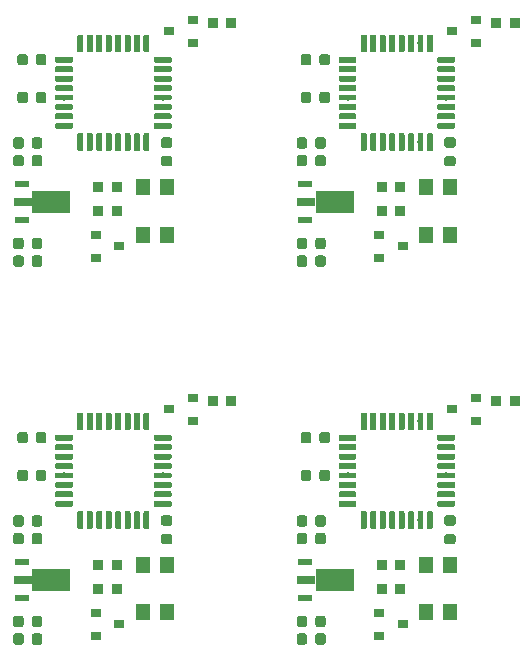
<source format=gbr>
G04 #@! TF.GenerationSoftware,KiCad,Pcbnew,5.0.2-bee76a0~70~ubuntu18.04.1*
G04 #@! TF.CreationDate,2019-07-19T10:53:47+02:00*
G04 #@! TF.ProjectId,AutoGardener_Outdoor_panel,4175746f-4761-4726-9465-6e65725f4f75,rev?*
G04 #@! TF.SameCoordinates,Original*
G04 #@! TF.FileFunction,Paste,Top*
G04 #@! TF.FilePolarity,Positive*
%FSLAX46Y46*%
G04 Gerber Fmt 4.6, Leading zero omitted, Abs format (unit mm)*
G04 Created by KiCad (PCBNEW 5.0.2-bee76a0~70~ubuntu18.04.1) date Fri 19 Jul 2019 10:53:47 CEST*
%MOMM*%
%LPD*%
G01*
G04 APERTURE LIST*
%ADD10C,0.100000*%
%ADD11C,0.875000*%
%ADD12R,1.150000X1.400000*%
%ADD13R,0.875000X0.950000*%
%ADD14R,0.900000X0.800000*%
%ADD15C,0.500000*%
%ADD16R,3.200000X1.850000*%
%ADD17R,1.300000X0.550000*%
%ADD18R,1.600000X0.800000*%
G04 APERTURE END LIST*
D10*
G04 #@! TO.C,C2*
G36*
X184627691Y-66926053D02*
X184648926Y-66929203D01*
X184669750Y-66934419D01*
X184689962Y-66941651D01*
X184709368Y-66950830D01*
X184727781Y-66961866D01*
X184745024Y-66974654D01*
X184760930Y-66989070D01*
X184775346Y-67004976D01*
X184788134Y-67022219D01*
X184799170Y-67040632D01*
X184808349Y-67060038D01*
X184815581Y-67080250D01*
X184820797Y-67101074D01*
X184823947Y-67122309D01*
X184825000Y-67143750D01*
X184825000Y-67656250D01*
X184823947Y-67677691D01*
X184820797Y-67698926D01*
X184815581Y-67719750D01*
X184808349Y-67739962D01*
X184799170Y-67759368D01*
X184788134Y-67777781D01*
X184775346Y-67795024D01*
X184760930Y-67810930D01*
X184745024Y-67825346D01*
X184727781Y-67838134D01*
X184709368Y-67849170D01*
X184689962Y-67858349D01*
X184669750Y-67865581D01*
X184648926Y-67870797D01*
X184627691Y-67873947D01*
X184606250Y-67875000D01*
X184168750Y-67875000D01*
X184147309Y-67873947D01*
X184126074Y-67870797D01*
X184105250Y-67865581D01*
X184085038Y-67858349D01*
X184065632Y-67849170D01*
X184047219Y-67838134D01*
X184029976Y-67825346D01*
X184014070Y-67810930D01*
X183999654Y-67795024D01*
X183986866Y-67777781D01*
X183975830Y-67759368D01*
X183966651Y-67739962D01*
X183959419Y-67719750D01*
X183954203Y-67698926D01*
X183951053Y-67677691D01*
X183950000Y-67656250D01*
X183950000Y-67143750D01*
X183951053Y-67122309D01*
X183954203Y-67101074D01*
X183959419Y-67080250D01*
X183966651Y-67060038D01*
X183975830Y-67040632D01*
X183986866Y-67022219D01*
X183999654Y-67004976D01*
X184014070Y-66989070D01*
X184029976Y-66974654D01*
X184047219Y-66961866D01*
X184065632Y-66950830D01*
X184085038Y-66941651D01*
X184105250Y-66934419D01*
X184126074Y-66929203D01*
X184147309Y-66926053D01*
X184168750Y-66925000D01*
X184606250Y-66925000D01*
X184627691Y-66926053D01*
X184627691Y-66926053D01*
G37*
D11*
X184387500Y-67400000D03*
D10*
G36*
X183052691Y-66926053D02*
X183073926Y-66929203D01*
X183094750Y-66934419D01*
X183114962Y-66941651D01*
X183134368Y-66950830D01*
X183152781Y-66961866D01*
X183170024Y-66974654D01*
X183185930Y-66989070D01*
X183200346Y-67004976D01*
X183213134Y-67022219D01*
X183224170Y-67040632D01*
X183233349Y-67060038D01*
X183240581Y-67080250D01*
X183245797Y-67101074D01*
X183248947Y-67122309D01*
X183250000Y-67143750D01*
X183250000Y-67656250D01*
X183248947Y-67677691D01*
X183245797Y-67698926D01*
X183240581Y-67719750D01*
X183233349Y-67739962D01*
X183224170Y-67759368D01*
X183213134Y-67777781D01*
X183200346Y-67795024D01*
X183185930Y-67810930D01*
X183170024Y-67825346D01*
X183152781Y-67838134D01*
X183134368Y-67849170D01*
X183114962Y-67858349D01*
X183094750Y-67865581D01*
X183073926Y-67870797D01*
X183052691Y-67873947D01*
X183031250Y-67875000D01*
X182593750Y-67875000D01*
X182572309Y-67873947D01*
X182551074Y-67870797D01*
X182530250Y-67865581D01*
X182510038Y-67858349D01*
X182490632Y-67849170D01*
X182472219Y-67838134D01*
X182454976Y-67825346D01*
X182439070Y-67810930D01*
X182424654Y-67795024D01*
X182411866Y-67777781D01*
X182400830Y-67759368D01*
X182391651Y-67739962D01*
X182384419Y-67719750D01*
X182379203Y-67698926D01*
X182376053Y-67677691D01*
X182375000Y-67656250D01*
X182375000Y-67143750D01*
X182376053Y-67122309D01*
X182379203Y-67101074D01*
X182384419Y-67080250D01*
X182391651Y-67060038D01*
X182400830Y-67040632D01*
X182411866Y-67022219D01*
X182424654Y-67004976D01*
X182439070Y-66989070D01*
X182454976Y-66974654D01*
X182472219Y-66961866D01*
X182490632Y-66950830D01*
X182510038Y-66941651D01*
X182530250Y-66934419D01*
X182551074Y-66929203D01*
X182572309Y-66926053D01*
X182593750Y-66925000D01*
X183031250Y-66925000D01*
X183052691Y-66926053D01*
X183052691Y-66926053D01*
G37*
D11*
X182812500Y-67400000D03*
G04 #@! TD*
D12*
G04 #@! TO.C,LD3*
X195025000Y-79000000D03*
X192975000Y-79000000D03*
G04 #@! TD*
G04 #@! TO.C,LD3*
X216975000Y-79000000D03*
X219025000Y-79000000D03*
G04 #@! TD*
D13*
G04 #@! TO.C,R1*
X224487500Y-61100000D03*
X222912500Y-61100000D03*
G04 #@! TD*
D10*
G04 #@! TO.C,C4*
G36*
X184277691Y-80776053D02*
X184298926Y-80779203D01*
X184319750Y-80784419D01*
X184339962Y-80791651D01*
X184359368Y-80800830D01*
X184377781Y-80811866D01*
X184395024Y-80824654D01*
X184410930Y-80839070D01*
X184425346Y-80854976D01*
X184438134Y-80872219D01*
X184449170Y-80890632D01*
X184458349Y-80910038D01*
X184465581Y-80930250D01*
X184470797Y-80951074D01*
X184473947Y-80972309D01*
X184475000Y-80993750D01*
X184475000Y-81506250D01*
X184473947Y-81527691D01*
X184470797Y-81548926D01*
X184465581Y-81569750D01*
X184458349Y-81589962D01*
X184449170Y-81609368D01*
X184438134Y-81627781D01*
X184425346Y-81645024D01*
X184410930Y-81660930D01*
X184395024Y-81675346D01*
X184377781Y-81688134D01*
X184359368Y-81699170D01*
X184339962Y-81708349D01*
X184319750Y-81715581D01*
X184298926Y-81720797D01*
X184277691Y-81723947D01*
X184256250Y-81725000D01*
X183818750Y-81725000D01*
X183797309Y-81723947D01*
X183776074Y-81720797D01*
X183755250Y-81715581D01*
X183735038Y-81708349D01*
X183715632Y-81699170D01*
X183697219Y-81688134D01*
X183679976Y-81675346D01*
X183664070Y-81660930D01*
X183649654Y-81645024D01*
X183636866Y-81627781D01*
X183625830Y-81609368D01*
X183616651Y-81589962D01*
X183609419Y-81569750D01*
X183604203Y-81548926D01*
X183601053Y-81527691D01*
X183600000Y-81506250D01*
X183600000Y-80993750D01*
X183601053Y-80972309D01*
X183604203Y-80951074D01*
X183609419Y-80930250D01*
X183616651Y-80910038D01*
X183625830Y-80890632D01*
X183636866Y-80872219D01*
X183649654Y-80854976D01*
X183664070Y-80839070D01*
X183679976Y-80824654D01*
X183697219Y-80811866D01*
X183715632Y-80800830D01*
X183735038Y-80791651D01*
X183755250Y-80784419D01*
X183776074Y-80779203D01*
X183797309Y-80776053D01*
X183818750Y-80775000D01*
X184256250Y-80775000D01*
X184277691Y-80776053D01*
X184277691Y-80776053D01*
G37*
D11*
X184037500Y-81250000D03*
D10*
G36*
X182702691Y-80776053D02*
X182723926Y-80779203D01*
X182744750Y-80784419D01*
X182764962Y-80791651D01*
X182784368Y-80800830D01*
X182802781Y-80811866D01*
X182820024Y-80824654D01*
X182835930Y-80839070D01*
X182850346Y-80854976D01*
X182863134Y-80872219D01*
X182874170Y-80890632D01*
X182883349Y-80910038D01*
X182890581Y-80930250D01*
X182895797Y-80951074D01*
X182898947Y-80972309D01*
X182900000Y-80993750D01*
X182900000Y-81506250D01*
X182898947Y-81527691D01*
X182895797Y-81548926D01*
X182890581Y-81569750D01*
X182883349Y-81589962D01*
X182874170Y-81609368D01*
X182863134Y-81627781D01*
X182850346Y-81645024D01*
X182835930Y-81660930D01*
X182820024Y-81675346D01*
X182802781Y-81688134D01*
X182784368Y-81699170D01*
X182764962Y-81708349D01*
X182744750Y-81715581D01*
X182723926Y-81720797D01*
X182702691Y-81723947D01*
X182681250Y-81725000D01*
X182243750Y-81725000D01*
X182222309Y-81723947D01*
X182201074Y-81720797D01*
X182180250Y-81715581D01*
X182160038Y-81708349D01*
X182140632Y-81699170D01*
X182122219Y-81688134D01*
X182104976Y-81675346D01*
X182089070Y-81660930D01*
X182074654Y-81645024D01*
X182061866Y-81627781D01*
X182050830Y-81609368D01*
X182041651Y-81589962D01*
X182034419Y-81569750D01*
X182029203Y-81548926D01*
X182026053Y-81527691D01*
X182025000Y-81506250D01*
X182025000Y-80993750D01*
X182026053Y-80972309D01*
X182029203Y-80951074D01*
X182034419Y-80930250D01*
X182041651Y-80910038D01*
X182050830Y-80890632D01*
X182061866Y-80872219D01*
X182074654Y-80854976D01*
X182089070Y-80839070D01*
X182104976Y-80824654D01*
X182122219Y-80811866D01*
X182140632Y-80800830D01*
X182160038Y-80791651D01*
X182180250Y-80784419D01*
X182201074Y-80779203D01*
X182222309Y-80776053D01*
X182243750Y-80775000D01*
X182681250Y-80775000D01*
X182702691Y-80776053D01*
X182702691Y-80776053D01*
G37*
D11*
X182462500Y-81250000D03*
G04 #@! TD*
D10*
G04 #@! TO.C,C1*
G36*
X208627691Y-63726053D02*
X208648926Y-63729203D01*
X208669750Y-63734419D01*
X208689962Y-63741651D01*
X208709368Y-63750830D01*
X208727781Y-63761866D01*
X208745024Y-63774654D01*
X208760930Y-63789070D01*
X208775346Y-63804976D01*
X208788134Y-63822219D01*
X208799170Y-63840632D01*
X208808349Y-63860038D01*
X208815581Y-63880250D01*
X208820797Y-63901074D01*
X208823947Y-63922309D01*
X208825000Y-63943750D01*
X208825000Y-64456250D01*
X208823947Y-64477691D01*
X208820797Y-64498926D01*
X208815581Y-64519750D01*
X208808349Y-64539962D01*
X208799170Y-64559368D01*
X208788134Y-64577781D01*
X208775346Y-64595024D01*
X208760930Y-64610930D01*
X208745024Y-64625346D01*
X208727781Y-64638134D01*
X208709368Y-64649170D01*
X208689962Y-64658349D01*
X208669750Y-64665581D01*
X208648926Y-64670797D01*
X208627691Y-64673947D01*
X208606250Y-64675000D01*
X208168750Y-64675000D01*
X208147309Y-64673947D01*
X208126074Y-64670797D01*
X208105250Y-64665581D01*
X208085038Y-64658349D01*
X208065632Y-64649170D01*
X208047219Y-64638134D01*
X208029976Y-64625346D01*
X208014070Y-64610930D01*
X207999654Y-64595024D01*
X207986866Y-64577781D01*
X207975830Y-64559368D01*
X207966651Y-64539962D01*
X207959419Y-64519750D01*
X207954203Y-64498926D01*
X207951053Y-64477691D01*
X207950000Y-64456250D01*
X207950000Y-63943750D01*
X207951053Y-63922309D01*
X207954203Y-63901074D01*
X207959419Y-63880250D01*
X207966651Y-63860038D01*
X207975830Y-63840632D01*
X207986866Y-63822219D01*
X207999654Y-63804976D01*
X208014070Y-63789070D01*
X208029976Y-63774654D01*
X208047219Y-63761866D01*
X208065632Y-63750830D01*
X208085038Y-63741651D01*
X208105250Y-63734419D01*
X208126074Y-63729203D01*
X208147309Y-63726053D01*
X208168750Y-63725000D01*
X208606250Y-63725000D01*
X208627691Y-63726053D01*
X208627691Y-63726053D01*
G37*
D11*
X208387500Y-64200000D03*
D10*
G36*
X207052691Y-63726053D02*
X207073926Y-63729203D01*
X207094750Y-63734419D01*
X207114962Y-63741651D01*
X207134368Y-63750830D01*
X207152781Y-63761866D01*
X207170024Y-63774654D01*
X207185930Y-63789070D01*
X207200346Y-63804976D01*
X207213134Y-63822219D01*
X207224170Y-63840632D01*
X207233349Y-63860038D01*
X207240581Y-63880250D01*
X207245797Y-63901074D01*
X207248947Y-63922309D01*
X207250000Y-63943750D01*
X207250000Y-64456250D01*
X207248947Y-64477691D01*
X207245797Y-64498926D01*
X207240581Y-64519750D01*
X207233349Y-64539962D01*
X207224170Y-64559368D01*
X207213134Y-64577781D01*
X207200346Y-64595024D01*
X207185930Y-64610930D01*
X207170024Y-64625346D01*
X207152781Y-64638134D01*
X207134368Y-64649170D01*
X207114962Y-64658349D01*
X207094750Y-64665581D01*
X207073926Y-64670797D01*
X207052691Y-64673947D01*
X207031250Y-64675000D01*
X206593750Y-64675000D01*
X206572309Y-64673947D01*
X206551074Y-64670797D01*
X206530250Y-64665581D01*
X206510038Y-64658349D01*
X206490632Y-64649170D01*
X206472219Y-64638134D01*
X206454976Y-64625346D01*
X206439070Y-64610930D01*
X206424654Y-64595024D01*
X206411866Y-64577781D01*
X206400830Y-64559368D01*
X206391651Y-64539962D01*
X206384419Y-64519750D01*
X206379203Y-64498926D01*
X206376053Y-64477691D01*
X206375000Y-64456250D01*
X206375000Y-63943750D01*
X206376053Y-63922309D01*
X206379203Y-63901074D01*
X206384419Y-63880250D01*
X206391651Y-63860038D01*
X206400830Y-63840632D01*
X206411866Y-63822219D01*
X206424654Y-63804976D01*
X206439070Y-63789070D01*
X206454976Y-63774654D01*
X206472219Y-63761866D01*
X206490632Y-63750830D01*
X206510038Y-63741651D01*
X206530250Y-63734419D01*
X206551074Y-63729203D01*
X206572309Y-63726053D01*
X206593750Y-63725000D01*
X207031250Y-63725000D01*
X207052691Y-63726053D01*
X207052691Y-63726053D01*
G37*
D11*
X206812500Y-64200000D03*
G04 #@! TD*
D12*
G04 #@! TO.C,LD13*
X192975000Y-75000000D03*
X195025000Y-75000000D03*
G04 #@! TD*
D14*
G04 #@! TO.C,Q2*
X191000000Y-80000000D03*
X189000000Y-79050000D03*
X189000000Y-80950000D03*
G04 #@! TD*
D10*
G04 #@! TO.C,C5*
G36*
X208277691Y-79276053D02*
X208298926Y-79279203D01*
X208319750Y-79284419D01*
X208339962Y-79291651D01*
X208359368Y-79300830D01*
X208377781Y-79311866D01*
X208395024Y-79324654D01*
X208410930Y-79339070D01*
X208425346Y-79354976D01*
X208438134Y-79372219D01*
X208449170Y-79390632D01*
X208458349Y-79410038D01*
X208465581Y-79430250D01*
X208470797Y-79451074D01*
X208473947Y-79472309D01*
X208475000Y-79493750D01*
X208475000Y-80006250D01*
X208473947Y-80027691D01*
X208470797Y-80048926D01*
X208465581Y-80069750D01*
X208458349Y-80089962D01*
X208449170Y-80109368D01*
X208438134Y-80127781D01*
X208425346Y-80145024D01*
X208410930Y-80160930D01*
X208395024Y-80175346D01*
X208377781Y-80188134D01*
X208359368Y-80199170D01*
X208339962Y-80208349D01*
X208319750Y-80215581D01*
X208298926Y-80220797D01*
X208277691Y-80223947D01*
X208256250Y-80225000D01*
X207818750Y-80225000D01*
X207797309Y-80223947D01*
X207776074Y-80220797D01*
X207755250Y-80215581D01*
X207735038Y-80208349D01*
X207715632Y-80199170D01*
X207697219Y-80188134D01*
X207679976Y-80175346D01*
X207664070Y-80160930D01*
X207649654Y-80145024D01*
X207636866Y-80127781D01*
X207625830Y-80109368D01*
X207616651Y-80089962D01*
X207609419Y-80069750D01*
X207604203Y-80048926D01*
X207601053Y-80027691D01*
X207600000Y-80006250D01*
X207600000Y-79493750D01*
X207601053Y-79472309D01*
X207604203Y-79451074D01*
X207609419Y-79430250D01*
X207616651Y-79410038D01*
X207625830Y-79390632D01*
X207636866Y-79372219D01*
X207649654Y-79354976D01*
X207664070Y-79339070D01*
X207679976Y-79324654D01*
X207697219Y-79311866D01*
X207715632Y-79300830D01*
X207735038Y-79291651D01*
X207755250Y-79284419D01*
X207776074Y-79279203D01*
X207797309Y-79276053D01*
X207818750Y-79275000D01*
X208256250Y-79275000D01*
X208277691Y-79276053D01*
X208277691Y-79276053D01*
G37*
D11*
X208037500Y-79750000D03*
D10*
G36*
X206702691Y-79276053D02*
X206723926Y-79279203D01*
X206744750Y-79284419D01*
X206764962Y-79291651D01*
X206784368Y-79300830D01*
X206802781Y-79311866D01*
X206820024Y-79324654D01*
X206835930Y-79339070D01*
X206850346Y-79354976D01*
X206863134Y-79372219D01*
X206874170Y-79390632D01*
X206883349Y-79410038D01*
X206890581Y-79430250D01*
X206895797Y-79451074D01*
X206898947Y-79472309D01*
X206900000Y-79493750D01*
X206900000Y-80006250D01*
X206898947Y-80027691D01*
X206895797Y-80048926D01*
X206890581Y-80069750D01*
X206883349Y-80089962D01*
X206874170Y-80109368D01*
X206863134Y-80127781D01*
X206850346Y-80145024D01*
X206835930Y-80160930D01*
X206820024Y-80175346D01*
X206802781Y-80188134D01*
X206784368Y-80199170D01*
X206764962Y-80208349D01*
X206744750Y-80215581D01*
X206723926Y-80220797D01*
X206702691Y-80223947D01*
X206681250Y-80225000D01*
X206243750Y-80225000D01*
X206222309Y-80223947D01*
X206201074Y-80220797D01*
X206180250Y-80215581D01*
X206160038Y-80208349D01*
X206140632Y-80199170D01*
X206122219Y-80188134D01*
X206104976Y-80175346D01*
X206089070Y-80160930D01*
X206074654Y-80145024D01*
X206061866Y-80127781D01*
X206050830Y-80109368D01*
X206041651Y-80089962D01*
X206034419Y-80069750D01*
X206029203Y-80048926D01*
X206026053Y-80027691D01*
X206025000Y-80006250D01*
X206025000Y-79493750D01*
X206026053Y-79472309D01*
X206029203Y-79451074D01*
X206034419Y-79430250D01*
X206041651Y-79410038D01*
X206050830Y-79390632D01*
X206061866Y-79372219D01*
X206074654Y-79354976D01*
X206089070Y-79339070D01*
X206104976Y-79324654D01*
X206122219Y-79311866D01*
X206140632Y-79300830D01*
X206160038Y-79291651D01*
X206180250Y-79284419D01*
X206201074Y-79279203D01*
X206222309Y-79276053D01*
X206243750Y-79275000D01*
X206681250Y-79275000D01*
X206702691Y-79276053D01*
X206702691Y-79276053D01*
G37*
D11*
X206462500Y-79750000D03*
G04 #@! TD*
D10*
G04 #@! TO.C,U1*
G36*
X210962252Y-63950602D02*
X210974386Y-63952402D01*
X210986286Y-63955382D01*
X210997835Y-63959515D01*
X211008925Y-63964760D01*
X211019446Y-63971066D01*
X211029299Y-63978374D01*
X211038388Y-63986612D01*
X211046626Y-63995701D01*
X211053934Y-64005554D01*
X211060240Y-64016075D01*
X211065485Y-64027165D01*
X211069618Y-64038714D01*
X211072598Y-64050614D01*
X211074398Y-64062748D01*
X211075000Y-64075000D01*
X211075000Y-64325000D01*
X211074398Y-64337252D01*
X211072598Y-64349386D01*
X211069618Y-64361286D01*
X211065485Y-64372835D01*
X211060240Y-64383925D01*
X211053934Y-64394446D01*
X211046626Y-64404299D01*
X211038388Y-64413388D01*
X211029299Y-64421626D01*
X211019446Y-64428934D01*
X211008925Y-64435240D01*
X210997835Y-64440485D01*
X210986286Y-64444618D01*
X210974386Y-64447598D01*
X210962252Y-64449398D01*
X210950000Y-64450000D01*
X209700000Y-64450000D01*
X209687748Y-64449398D01*
X209675614Y-64447598D01*
X209663714Y-64444618D01*
X209652165Y-64440485D01*
X209641075Y-64435240D01*
X209630554Y-64428934D01*
X209620701Y-64421626D01*
X209611612Y-64413388D01*
X209603374Y-64404299D01*
X209596066Y-64394446D01*
X209589760Y-64383925D01*
X209584515Y-64372835D01*
X209580382Y-64361286D01*
X209577402Y-64349386D01*
X209575602Y-64337252D01*
X209575000Y-64325000D01*
X209575000Y-64075000D01*
X209575602Y-64062748D01*
X209577402Y-64050614D01*
X209580382Y-64038714D01*
X209584515Y-64027165D01*
X209589760Y-64016075D01*
X209596066Y-64005554D01*
X209603374Y-63995701D01*
X209611612Y-63986612D01*
X209620701Y-63978374D01*
X209630554Y-63971066D01*
X209641075Y-63964760D01*
X209652165Y-63959515D01*
X209663714Y-63955382D01*
X209675614Y-63952402D01*
X209687748Y-63950602D01*
X209700000Y-63950000D01*
X210950000Y-63950000D01*
X210962252Y-63950602D01*
X210962252Y-63950602D01*
G37*
D15*
X210325000Y-64200000D03*
D10*
G36*
X210962252Y-64750602D02*
X210974386Y-64752402D01*
X210986286Y-64755382D01*
X210997835Y-64759515D01*
X211008925Y-64764760D01*
X211019446Y-64771066D01*
X211029299Y-64778374D01*
X211038388Y-64786612D01*
X211046626Y-64795701D01*
X211053934Y-64805554D01*
X211060240Y-64816075D01*
X211065485Y-64827165D01*
X211069618Y-64838714D01*
X211072598Y-64850614D01*
X211074398Y-64862748D01*
X211075000Y-64875000D01*
X211075000Y-65125000D01*
X211074398Y-65137252D01*
X211072598Y-65149386D01*
X211069618Y-65161286D01*
X211065485Y-65172835D01*
X211060240Y-65183925D01*
X211053934Y-65194446D01*
X211046626Y-65204299D01*
X211038388Y-65213388D01*
X211029299Y-65221626D01*
X211019446Y-65228934D01*
X211008925Y-65235240D01*
X210997835Y-65240485D01*
X210986286Y-65244618D01*
X210974386Y-65247598D01*
X210962252Y-65249398D01*
X210950000Y-65250000D01*
X209700000Y-65250000D01*
X209687748Y-65249398D01*
X209675614Y-65247598D01*
X209663714Y-65244618D01*
X209652165Y-65240485D01*
X209641075Y-65235240D01*
X209630554Y-65228934D01*
X209620701Y-65221626D01*
X209611612Y-65213388D01*
X209603374Y-65204299D01*
X209596066Y-65194446D01*
X209589760Y-65183925D01*
X209584515Y-65172835D01*
X209580382Y-65161286D01*
X209577402Y-65149386D01*
X209575602Y-65137252D01*
X209575000Y-65125000D01*
X209575000Y-64875000D01*
X209575602Y-64862748D01*
X209577402Y-64850614D01*
X209580382Y-64838714D01*
X209584515Y-64827165D01*
X209589760Y-64816075D01*
X209596066Y-64805554D01*
X209603374Y-64795701D01*
X209611612Y-64786612D01*
X209620701Y-64778374D01*
X209630554Y-64771066D01*
X209641075Y-64764760D01*
X209652165Y-64759515D01*
X209663714Y-64755382D01*
X209675614Y-64752402D01*
X209687748Y-64750602D01*
X209700000Y-64750000D01*
X210950000Y-64750000D01*
X210962252Y-64750602D01*
X210962252Y-64750602D01*
G37*
D15*
X210325000Y-65000000D03*
D10*
G36*
X210962252Y-65550602D02*
X210974386Y-65552402D01*
X210986286Y-65555382D01*
X210997835Y-65559515D01*
X211008925Y-65564760D01*
X211019446Y-65571066D01*
X211029299Y-65578374D01*
X211038388Y-65586612D01*
X211046626Y-65595701D01*
X211053934Y-65605554D01*
X211060240Y-65616075D01*
X211065485Y-65627165D01*
X211069618Y-65638714D01*
X211072598Y-65650614D01*
X211074398Y-65662748D01*
X211075000Y-65675000D01*
X211075000Y-65925000D01*
X211074398Y-65937252D01*
X211072598Y-65949386D01*
X211069618Y-65961286D01*
X211065485Y-65972835D01*
X211060240Y-65983925D01*
X211053934Y-65994446D01*
X211046626Y-66004299D01*
X211038388Y-66013388D01*
X211029299Y-66021626D01*
X211019446Y-66028934D01*
X211008925Y-66035240D01*
X210997835Y-66040485D01*
X210986286Y-66044618D01*
X210974386Y-66047598D01*
X210962252Y-66049398D01*
X210950000Y-66050000D01*
X209700000Y-66050000D01*
X209687748Y-66049398D01*
X209675614Y-66047598D01*
X209663714Y-66044618D01*
X209652165Y-66040485D01*
X209641075Y-66035240D01*
X209630554Y-66028934D01*
X209620701Y-66021626D01*
X209611612Y-66013388D01*
X209603374Y-66004299D01*
X209596066Y-65994446D01*
X209589760Y-65983925D01*
X209584515Y-65972835D01*
X209580382Y-65961286D01*
X209577402Y-65949386D01*
X209575602Y-65937252D01*
X209575000Y-65925000D01*
X209575000Y-65675000D01*
X209575602Y-65662748D01*
X209577402Y-65650614D01*
X209580382Y-65638714D01*
X209584515Y-65627165D01*
X209589760Y-65616075D01*
X209596066Y-65605554D01*
X209603374Y-65595701D01*
X209611612Y-65586612D01*
X209620701Y-65578374D01*
X209630554Y-65571066D01*
X209641075Y-65564760D01*
X209652165Y-65559515D01*
X209663714Y-65555382D01*
X209675614Y-65552402D01*
X209687748Y-65550602D01*
X209700000Y-65550000D01*
X210950000Y-65550000D01*
X210962252Y-65550602D01*
X210962252Y-65550602D01*
G37*
D15*
X210325000Y-65800000D03*
D10*
G36*
X210962252Y-66350602D02*
X210974386Y-66352402D01*
X210986286Y-66355382D01*
X210997835Y-66359515D01*
X211008925Y-66364760D01*
X211019446Y-66371066D01*
X211029299Y-66378374D01*
X211038388Y-66386612D01*
X211046626Y-66395701D01*
X211053934Y-66405554D01*
X211060240Y-66416075D01*
X211065485Y-66427165D01*
X211069618Y-66438714D01*
X211072598Y-66450614D01*
X211074398Y-66462748D01*
X211075000Y-66475000D01*
X211075000Y-66725000D01*
X211074398Y-66737252D01*
X211072598Y-66749386D01*
X211069618Y-66761286D01*
X211065485Y-66772835D01*
X211060240Y-66783925D01*
X211053934Y-66794446D01*
X211046626Y-66804299D01*
X211038388Y-66813388D01*
X211029299Y-66821626D01*
X211019446Y-66828934D01*
X211008925Y-66835240D01*
X210997835Y-66840485D01*
X210986286Y-66844618D01*
X210974386Y-66847598D01*
X210962252Y-66849398D01*
X210950000Y-66850000D01*
X209700000Y-66850000D01*
X209687748Y-66849398D01*
X209675614Y-66847598D01*
X209663714Y-66844618D01*
X209652165Y-66840485D01*
X209641075Y-66835240D01*
X209630554Y-66828934D01*
X209620701Y-66821626D01*
X209611612Y-66813388D01*
X209603374Y-66804299D01*
X209596066Y-66794446D01*
X209589760Y-66783925D01*
X209584515Y-66772835D01*
X209580382Y-66761286D01*
X209577402Y-66749386D01*
X209575602Y-66737252D01*
X209575000Y-66725000D01*
X209575000Y-66475000D01*
X209575602Y-66462748D01*
X209577402Y-66450614D01*
X209580382Y-66438714D01*
X209584515Y-66427165D01*
X209589760Y-66416075D01*
X209596066Y-66405554D01*
X209603374Y-66395701D01*
X209611612Y-66386612D01*
X209620701Y-66378374D01*
X209630554Y-66371066D01*
X209641075Y-66364760D01*
X209652165Y-66359515D01*
X209663714Y-66355382D01*
X209675614Y-66352402D01*
X209687748Y-66350602D01*
X209700000Y-66350000D01*
X210950000Y-66350000D01*
X210962252Y-66350602D01*
X210962252Y-66350602D01*
G37*
D15*
X210325000Y-66600000D03*
D10*
G36*
X210962252Y-67150602D02*
X210974386Y-67152402D01*
X210986286Y-67155382D01*
X210997835Y-67159515D01*
X211008925Y-67164760D01*
X211019446Y-67171066D01*
X211029299Y-67178374D01*
X211038388Y-67186612D01*
X211046626Y-67195701D01*
X211053934Y-67205554D01*
X211060240Y-67216075D01*
X211065485Y-67227165D01*
X211069618Y-67238714D01*
X211072598Y-67250614D01*
X211074398Y-67262748D01*
X211075000Y-67275000D01*
X211075000Y-67525000D01*
X211074398Y-67537252D01*
X211072598Y-67549386D01*
X211069618Y-67561286D01*
X211065485Y-67572835D01*
X211060240Y-67583925D01*
X211053934Y-67594446D01*
X211046626Y-67604299D01*
X211038388Y-67613388D01*
X211029299Y-67621626D01*
X211019446Y-67628934D01*
X211008925Y-67635240D01*
X210997835Y-67640485D01*
X210986286Y-67644618D01*
X210974386Y-67647598D01*
X210962252Y-67649398D01*
X210950000Y-67650000D01*
X209700000Y-67650000D01*
X209687748Y-67649398D01*
X209675614Y-67647598D01*
X209663714Y-67644618D01*
X209652165Y-67640485D01*
X209641075Y-67635240D01*
X209630554Y-67628934D01*
X209620701Y-67621626D01*
X209611612Y-67613388D01*
X209603374Y-67604299D01*
X209596066Y-67594446D01*
X209589760Y-67583925D01*
X209584515Y-67572835D01*
X209580382Y-67561286D01*
X209577402Y-67549386D01*
X209575602Y-67537252D01*
X209575000Y-67525000D01*
X209575000Y-67275000D01*
X209575602Y-67262748D01*
X209577402Y-67250614D01*
X209580382Y-67238714D01*
X209584515Y-67227165D01*
X209589760Y-67216075D01*
X209596066Y-67205554D01*
X209603374Y-67195701D01*
X209611612Y-67186612D01*
X209620701Y-67178374D01*
X209630554Y-67171066D01*
X209641075Y-67164760D01*
X209652165Y-67159515D01*
X209663714Y-67155382D01*
X209675614Y-67152402D01*
X209687748Y-67150602D01*
X209700000Y-67150000D01*
X210950000Y-67150000D01*
X210962252Y-67150602D01*
X210962252Y-67150602D01*
G37*
D15*
X210325000Y-67400000D03*
D10*
G36*
X210962252Y-67950602D02*
X210974386Y-67952402D01*
X210986286Y-67955382D01*
X210997835Y-67959515D01*
X211008925Y-67964760D01*
X211019446Y-67971066D01*
X211029299Y-67978374D01*
X211038388Y-67986612D01*
X211046626Y-67995701D01*
X211053934Y-68005554D01*
X211060240Y-68016075D01*
X211065485Y-68027165D01*
X211069618Y-68038714D01*
X211072598Y-68050614D01*
X211074398Y-68062748D01*
X211075000Y-68075000D01*
X211075000Y-68325000D01*
X211074398Y-68337252D01*
X211072598Y-68349386D01*
X211069618Y-68361286D01*
X211065485Y-68372835D01*
X211060240Y-68383925D01*
X211053934Y-68394446D01*
X211046626Y-68404299D01*
X211038388Y-68413388D01*
X211029299Y-68421626D01*
X211019446Y-68428934D01*
X211008925Y-68435240D01*
X210997835Y-68440485D01*
X210986286Y-68444618D01*
X210974386Y-68447598D01*
X210962252Y-68449398D01*
X210950000Y-68450000D01*
X209700000Y-68450000D01*
X209687748Y-68449398D01*
X209675614Y-68447598D01*
X209663714Y-68444618D01*
X209652165Y-68440485D01*
X209641075Y-68435240D01*
X209630554Y-68428934D01*
X209620701Y-68421626D01*
X209611612Y-68413388D01*
X209603374Y-68404299D01*
X209596066Y-68394446D01*
X209589760Y-68383925D01*
X209584515Y-68372835D01*
X209580382Y-68361286D01*
X209577402Y-68349386D01*
X209575602Y-68337252D01*
X209575000Y-68325000D01*
X209575000Y-68075000D01*
X209575602Y-68062748D01*
X209577402Y-68050614D01*
X209580382Y-68038714D01*
X209584515Y-68027165D01*
X209589760Y-68016075D01*
X209596066Y-68005554D01*
X209603374Y-67995701D01*
X209611612Y-67986612D01*
X209620701Y-67978374D01*
X209630554Y-67971066D01*
X209641075Y-67964760D01*
X209652165Y-67959515D01*
X209663714Y-67955382D01*
X209675614Y-67952402D01*
X209687748Y-67950602D01*
X209700000Y-67950000D01*
X210950000Y-67950000D01*
X210962252Y-67950602D01*
X210962252Y-67950602D01*
G37*
D15*
X210325000Y-68200000D03*
D10*
G36*
X210962252Y-68750602D02*
X210974386Y-68752402D01*
X210986286Y-68755382D01*
X210997835Y-68759515D01*
X211008925Y-68764760D01*
X211019446Y-68771066D01*
X211029299Y-68778374D01*
X211038388Y-68786612D01*
X211046626Y-68795701D01*
X211053934Y-68805554D01*
X211060240Y-68816075D01*
X211065485Y-68827165D01*
X211069618Y-68838714D01*
X211072598Y-68850614D01*
X211074398Y-68862748D01*
X211075000Y-68875000D01*
X211075000Y-69125000D01*
X211074398Y-69137252D01*
X211072598Y-69149386D01*
X211069618Y-69161286D01*
X211065485Y-69172835D01*
X211060240Y-69183925D01*
X211053934Y-69194446D01*
X211046626Y-69204299D01*
X211038388Y-69213388D01*
X211029299Y-69221626D01*
X211019446Y-69228934D01*
X211008925Y-69235240D01*
X210997835Y-69240485D01*
X210986286Y-69244618D01*
X210974386Y-69247598D01*
X210962252Y-69249398D01*
X210950000Y-69250000D01*
X209700000Y-69250000D01*
X209687748Y-69249398D01*
X209675614Y-69247598D01*
X209663714Y-69244618D01*
X209652165Y-69240485D01*
X209641075Y-69235240D01*
X209630554Y-69228934D01*
X209620701Y-69221626D01*
X209611612Y-69213388D01*
X209603374Y-69204299D01*
X209596066Y-69194446D01*
X209589760Y-69183925D01*
X209584515Y-69172835D01*
X209580382Y-69161286D01*
X209577402Y-69149386D01*
X209575602Y-69137252D01*
X209575000Y-69125000D01*
X209575000Y-68875000D01*
X209575602Y-68862748D01*
X209577402Y-68850614D01*
X209580382Y-68838714D01*
X209584515Y-68827165D01*
X209589760Y-68816075D01*
X209596066Y-68805554D01*
X209603374Y-68795701D01*
X209611612Y-68786612D01*
X209620701Y-68778374D01*
X209630554Y-68771066D01*
X209641075Y-68764760D01*
X209652165Y-68759515D01*
X209663714Y-68755382D01*
X209675614Y-68752402D01*
X209687748Y-68750602D01*
X209700000Y-68750000D01*
X210950000Y-68750000D01*
X210962252Y-68750602D01*
X210962252Y-68750602D01*
G37*
D15*
X210325000Y-69000000D03*
D10*
G36*
X210962252Y-69550602D02*
X210974386Y-69552402D01*
X210986286Y-69555382D01*
X210997835Y-69559515D01*
X211008925Y-69564760D01*
X211019446Y-69571066D01*
X211029299Y-69578374D01*
X211038388Y-69586612D01*
X211046626Y-69595701D01*
X211053934Y-69605554D01*
X211060240Y-69616075D01*
X211065485Y-69627165D01*
X211069618Y-69638714D01*
X211072598Y-69650614D01*
X211074398Y-69662748D01*
X211075000Y-69675000D01*
X211075000Y-69925000D01*
X211074398Y-69937252D01*
X211072598Y-69949386D01*
X211069618Y-69961286D01*
X211065485Y-69972835D01*
X211060240Y-69983925D01*
X211053934Y-69994446D01*
X211046626Y-70004299D01*
X211038388Y-70013388D01*
X211029299Y-70021626D01*
X211019446Y-70028934D01*
X211008925Y-70035240D01*
X210997835Y-70040485D01*
X210986286Y-70044618D01*
X210974386Y-70047598D01*
X210962252Y-70049398D01*
X210950000Y-70050000D01*
X209700000Y-70050000D01*
X209687748Y-70049398D01*
X209675614Y-70047598D01*
X209663714Y-70044618D01*
X209652165Y-70040485D01*
X209641075Y-70035240D01*
X209630554Y-70028934D01*
X209620701Y-70021626D01*
X209611612Y-70013388D01*
X209603374Y-70004299D01*
X209596066Y-69994446D01*
X209589760Y-69983925D01*
X209584515Y-69972835D01*
X209580382Y-69961286D01*
X209577402Y-69949386D01*
X209575602Y-69937252D01*
X209575000Y-69925000D01*
X209575000Y-69675000D01*
X209575602Y-69662748D01*
X209577402Y-69650614D01*
X209580382Y-69638714D01*
X209584515Y-69627165D01*
X209589760Y-69616075D01*
X209596066Y-69605554D01*
X209603374Y-69595701D01*
X209611612Y-69586612D01*
X209620701Y-69578374D01*
X209630554Y-69571066D01*
X209641075Y-69564760D01*
X209652165Y-69559515D01*
X209663714Y-69555382D01*
X209675614Y-69552402D01*
X209687748Y-69550602D01*
X209700000Y-69550000D01*
X210950000Y-69550000D01*
X210962252Y-69550602D01*
X210962252Y-69550602D01*
G37*
D15*
X210325000Y-69800000D03*
D10*
G36*
X211837252Y-70425602D02*
X211849386Y-70427402D01*
X211861286Y-70430382D01*
X211872835Y-70434515D01*
X211883925Y-70439760D01*
X211894446Y-70446066D01*
X211904299Y-70453374D01*
X211913388Y-70461612D01*
X211921626Y-70470701D01*
X211928934Y-70480554D01*
X211935240Y-70491075D01*
X211940485Y-70502165D01*
X211944618Y-70513714D01*
X211947598Y-70525614D01*
X211949398Y-70537748D01*
X211950000Y-70550000D01*
X211950000Y-71800000D01*
X211949398Y-71812252D01*
X211947598Y-71824386D01*
X211944618Y-71836286D01*
X211940485Y-71847835D01*
X211935240Y-71858925D01*
X211928934Y-71869446D01*
X211921626Y-71879299D01*
X211913388Y-71888388D01*
X211904299Y-71896626D01*
X211894446Y-71903934D01*
X211883925Y-71910240D01*
X211872835Y-71915485D01*
X211861286Y-71919618D01*
X211849386Y-71922598D01*
X211837252Y-71924398D01*
X211825000Y-71925000D01*
X211575000Y-71925000D01*
X211562748Y-71924398D01*
X211550614Y-71922598D01*
X211538714Y-71919618D01*
X211527165Y-71915485D01*
X211516075Y-71910240D01*
X211505554Y-71903934D01*
X211495701Y-71896626D01*
X211486612Y-71888388D01*
X211478374Y-71879299D01*
X211471066Y-71869446D01*
X211464760Y-71858925D01*
X211459515Y-71847835D01*
X211455382Y-71836286D01*
X211452402Y-71824386D01*
X211450602Y-71812252D01*
X211450000Y-71800000D01*
X211450000Y-70550000D01*
X211450602Y-70537748D01*
X211452402Y-70525614D01*
X211455382Y-70513714D01*
X211459515Y-70502165D01*
X211464760Y-70491075D01*
X211471066Y-70480554D01*
X211478374Y-70470701D01*
X211486612Y-70461612D01*
X211495701Y-70453374D01*
X211505554Y-70446066D01*
X211516075Y-70439760D01*
X211527165Y-70434515D01*
X211538714Y-70430382D01*
X211550614Y-70427402D01*
X211562748Y-70425602D01*
X211575000Y-70425000D01*
X211825000Y-70425000D01*
X211837252Y-70425602D01*
X211837252Y-70425602D01*
G37*
D15*
X211700000Y-71175000D03*
D10*
G36*
X212637252Y-70425602D02*
X212649386Y-70427402D01*
X212661286Y-70430382D01*
X212672835Y-70434515D01*
X212683925Y-70439760D01*
X212694446Y-70446066D01*
X212704299Y-70453374D01*
X212713388Y-70461612D01*
X212721626Y-70470701D01*
X212728934Y-70480554D01*
X212735240Y-70491075D01*
X212740485Y-70502165D01*
X212744618Y-70513714D01*
X212747598Y-70525614D01*
X212749398Y-70537748D01*
X212750000Y-70550000D01*
X212750000Y-71800000D01*
X212749398Y-71812252D01*
X212747598Y-71824386D01*
X212744618Y-71836286D01*
X212740485Y-71847835D01*
X212735240Y-71858925D01*
X212728934Y-71869446D01*
X212721626Y-71879299D01*
X212713388Y-71888388D01*
X212704299Y-71896626D01*
X212694446Y-71903934D01*
X212683925Y-71910240D01*
X212672835Y-71915485D01*
X212661286Y-71919618D01*
X212649386Y-71922598D01*
X212637252Y-71924398D01*
X212625000Y-71925000D01*
X212375000Y-71925000D01*
X212362748Y-71924398D01*
X212350614Y-71922598D01*
X212338714Y-71919618D01*
X212327165Y-71915485D01*
X212316075Y-71910240D01*
X212305554Y-71903934D01*
X212295701Y-71896626D01*
X212286612Y-71888388D01*
X212278374Y-71879299D01*
X212271066Y-71869446D01*
X212264760Y-71858925D01*
X212259515Y-71847835D01*
X212255382Y-71836286D01*
X212252402Y-71824386D01*
X212250602Y-71812252D01*
X212250000Y-71800000D01*
X212250000Y-70550000D01*
X212250602Y-70537748D01*
X212252402Y-70525614D01*
X212255382Y-70513714D01*
X212259515Y-70502165D01*
X212264760Y-70491075D01*
X212271066Y-70480554D01*
X212278374Y-70470701D01*
X212286612Y-70461612D01*
X212295701Y-70453374D01*
X212305554Y-70446066D01*
X212316075Y-70439760D01*
X212327165Y-70434515D01*
X212338714Y-70430382D01*
X212350614Y-70427402D01*
X212362748Y-70425602D01*
X212375000Y-70425000D01*
X212625000Y-70425000D01*
X212637252Y-70425602D01*
X212637252Y-70425602D01*
G37*
D15*
X212500000Y-71175000D03*
D10*
G36*
X213437252Y-70425602D02*
X213449386Y-70427402D01*
X213461286Y-70430382D01*
X213472835Y-70434515D01*
X213483925Y-70439760D01*
X213494446Y-70446066D01*
X213504299Y-70453374D01*
X213513388Y-70461612D01*
X213521626Y-70470701D01*
X213528934Y-70480554D01*
X213535240Y-70491075D01*
X213540485Y-70502165D01*
X213544618Y-70513714D01*
X213547598Y-70525614D01*
X213549398Y-70537748D01*
X213550000Y-70550000D01*
X213550000Y-71800000D01*
X213549398Y-71812252D01*
X213547598Y-71824386D01*
X213544618Y-71836286D01*
X213540485Y-71847835D01*
X213535240Y-71858925D01*
X213528934Y-71869446D01*
X213521626Y-71879299D01*
X213513388Y-71888388D01*
X213504299Y-71896626D01*
X213494446Y-71903934D01*
X213483925Y-71910240D01*
X213472835Y-71915485D01*
X213461286Y-71919618D01*
X213449386Y-71922598D01*
X213437252Y-71924398D01*
X213425000Y-71925000D01*
X213175000Y-71925000D01*
X213162748Y-71924398D01*
X213150614Y-71922598D01*
X213138714Y-71919618D01*
X213127165Y-71915485D01*
X213116075Y-71910240D01*
X213105554Y-71903934D01*
X213095701Y-71896626D01*
X213086612Y-71888388D01*
X213078374Y-71879299D01*
X213071066Y-71869446D01*
X213064760Y-71858925D01*
X213059515Y-71847835D01*
X213055382Y-71836286D01*
X213052402Y-71824386D01*
X213050602Y-71812252D01*
X213050000Y-71800000D01*
X213050000Y-70550000D01*
X213050602Y-70537748D01*
X213052402Y-70525614D01*
X213055382Y-70513714D01*
X213059515Y-70502165D01*
X213064760Y-70491075D01*
X213071066Y-70480554D01*
X213078374Y-70470701D01*
X213086612Y-70461612D01*
X213095701Y-70453374D01*
X213105554Y-70446066D01*
X213116075Y-70439760D01*
X213127165Y-70434515D01*
X213138714Y-70430382D01*
X213150614Y-70427402D01*
X213162748Y-70425602D01*
X213175000Y-70425000D01*
X213425000Y-70425000D01*
X213437252Y-70425602D01*
X213437252Y-70425602D01*
G37*
D15*
X213300000Y-71175000D03*
D10*
G36*
X214237252Y-70425602D02*
X214249386Y-70427402D01*
X214261286Y-70430382D01*
X214272835Y-70434515D01*
X214283925Y-70439760D01*
X214294446Y-70446066D01*
X214304299Y-70453374D01*
X214313388Y-70461612D01*
X214321626Y-70470701D01*
X214328934Y-70480554D01*
X214335240Y-70491075D01*
X214340485Y-70502165D01*
X214344618Y-70513714D01*
X214347598Y-70525614D01*
X214349398Y-70537748D01*
X214350000Y-70550000D01*
X214350000Y-71800000D01*
X214349398Y-71812252D01*
X214347598Y-71824386D01*
X214344618Y-71836286D01*
X214340485Y-71847835D01*
X214335240Y-71858925D01*
X214328934Y-71869446D01*
X214321626Y-71879299D01*
X214313388Y-71888388D01*
X214304299Y-71896626D01*
X214294446Y-71903934D01*
X214283925Y-71910240D01*
X214272835Y-71915485D01*
X214261286Y-71919618D01*
X214249386Y-71922598D01*
X214237252Y-71924398D01*
X214225000Y-71925000D01*
X213975000Y-71925000D01*
X213962748Y-71924398D01*
X213950614Y-71922598D01*
X213938714Y-71919618D01*
X213927165Y-71915485D01*
X213916075Y-71910240D01*
X213905554Y-71903934D01*
X213895701Y-71896626D01*
X213886612Y-71888388D01*
X213878374Y-71879299D01*
X213871066Y-71869446D01*
X213864760Y-71858925D01*
X213859515Y-71847835D01*
X213855382Y-71836286D01*
X213852402Y-71824386D01*
X213850602Y-71812252D01*
X213850000Y-71800000D01*
X213850000Y-70550000D01*
X213850602Y-70537748D01*
X213852402Y-70525614D01*
X213855382Y-70513714D01*
X213859515Y-70502165D01*
X213864760Y-70491075D01*
X213871066Y-70480554D01*
X213878374Y-70470701D01*
X213886612Y-70461612D01*
X213895701Y-70453374D01*
X213905554Y-70446066D01*
X213916075Y-70439760D01*
X213927165Y-70434515D01*
X213938714Y-70430382D01*
X213950614Y-70427402D01*
X213962748Y-70425602D01*
X213975000Y-70425000D01*
X214225000Y-70425000D01*
X214237252Y-70425602D01*
X214237252Y-70425602D01*
G37*
D15*
X214100000Y-71175000D03*
D10*
G36*
X215037252Y-70425602D02*
X215049386Y-70427402D01*
X215061286Y-70430382D01*
X215072835Y-70434515D01*
X215083925Y-70439760D01*
X215094446Y-70446066D01*
X215104299Y-70453374D01*
X215113388Y-70461612D01*
X215121626Y-70470701D01*
X215128934Y-70480554D01*
X215135240Y-70491075D01*
X215140485Y-70502165D01*
X215144618Y-70513714D01*
X215147598Y-70525614D01*
X215149398Y-70537748D01*
X215150000Y-70550000D01*
X215150000Y-71800000D01*
X215149398Y-71812252D01*
X215147598Y-71824386D01*
X215144618Y-71836286D01*
X215140485Y-71847835D01*
X215135240Y-71858925D01*
X215128934Y-71869446D01*
X215121626Y-71879299D01*
X215113388Y-71888388D01*
X215104299Y-71896626D01*
X215094446Y-71903934D01*
X215083925Y-71910240D01*
X215072835Y-71915485D01*
X215061286Y-71919618D01*
X215049386Y-71922598D01*
X215037252Y-71924398D01*
X215025000Y-71925000D01*
X214775000Y-71925000D01*
X214762748Y-71924398D01*
X214750614Y-71922598D01*
X214738714Y-71919618D01*
X214727165Y-71915485D01*
X214716075Y-71910240D01*
X214705554Y-71903934D01*
X214695701Y-71896626D01*
X214686612Y-71888388D01*
X214678374Y-71879299D01*
X214671066Y-71869446D01*
X214664760Y-71858925D01*
X214659515Y-71847835D01*
X214655382Y-71836286D01*
X214652402Y-71824386D01*
X214650602Y-71812252D01*
X214650000Y-71800000D01*
X214650000Y-70550000D01*
X214650602Y-70537748D01*
X214652402Y-70525614D01*
X214655382Y-70513714D01*
X214659515Y-70502165D01*
X214664760Y-70491075D01*
X214671066Y-70480554D01*
X214678374Y-70470701D01*
X214686612Y-70461612D01*
X214695701Y-70453374D01*
X214705554Y-70446066D01*
X214716075Y-70439760D01*
X214727165Y-70434515D01*
X214738714Y-70430382D01*
X214750614Y-70427402D01*
X214762748Y-70425602D01*
X214775000Y-70425000D01*
X215025000Y-70425000D01*
X215037252Y-70425602D01*
X215037252Y-70425602D01*
G37*
D15*
X214900000Y-71175000D03*
D10*
G36*
X215837252Y-70425602D02*
X215849386Y-70427402D01*
X215861286Y-70430382D01*
X215872835Y-70434515D01*
X215883925Y-70439760D01*
X215894446Y-70446066D01*
X215904299Y-70453374D01*
X215913388Y-70461612D01*
X215921626Y-70470701D01*
X215928934Y-70480554D01*
X215935240Y-70491075D01*
X215940485Y-70502165D01*
X215944618Y-70513714D01*
X215947598Y-70525614D01*
X215949398Y-70537748D01*
X215950000Y-70550000D01*
X215950000Y-71800000D01*
X215949398Y-71812252D01*
X215947598Y-71824386D01*
X215944618Y-71836286D01*
X215940485Y-71847835D01*
X215935240Y-71858925D01*
X215928934Y-71869446D01*
X215921626Y-71879299D01*
X215913388Y-71888388D01*
X215904299Y-71896626D01*
X215894446Y-71903934D01*
X215883925Y-71910240D01*
X215872835Y-71915485D01*
X215861286Y-71919618D01*
X215849386Y-71922598D01*
X215837252Y-71924398D01*
X215825000Y-71925000D01*
X215575000Y-71925000D01*
X215562748Y-71924398D01*
X215550614Y-71922598D01*
X215538714Y-71919618D01*
X215527165Y-71915485D01*
X215516075Y-71910240D01*
X215505554Y-71903934D01*
X215495701Y-71896626D01*
X215486612Y-71888388D01*
X215478374Y-71879299D01*
X215471066Y-71869446D01*
X215464760Y-71858925D01*
X215459515Y-71847835D01*
X215455382Y-71836286D01*
X215452402Y-71824386D01*
X215450602Y-71812252D01*
X215450000Y-71800000D01*
X215450000Y-70550000D01*
X215450602Y-70537748D01*
X215452402Y-70525614D01*
X215455382Y-70513714D01*
X215459515Y-70502165D01*
X215464760Y-70491075D01*
X215471066Y-70480554D01*
X215478374Y-70470701D01*
X215486612Y-70461612D01*
X215495701Y-70453374D01*
X215505554Y-70446066D01*
X215516075Y-70439760D01*
X215527165Y-70434515D01*
X215538714Y-70430382D01*
X215550614Y-70427402D01*
X215562748Y-70425602D01*
X215575000Y-70425000D01*
X215825000Y-70425000D01*
X215837252Y-70425602D01*
X215837252Y-70425602D01*
G37*
D15*
X215700000Y-71175000D03*
D10*
G36*
X216637252Y-70425602D02*
X216649386Y-70427402D01*
X216661286Y-70430382D01*
X216672835Y-70434515D01*
X216683925Y-70439760D01*
X216694446Y-70446066D01*
X216704299Y-70453374D01*
X216713388Y-70461612D01*
X216721626Y-70470701D01*
X216728934Y-70480554D01*
X216735240Y-70491075D01*
X216740485Y-70502165D01*
X216744618Y-70513714D01*
X216747598Y-70525614D01*
X216749398Y-70537748D01*
X216750000Y-70550000D01*
X216750000Y-71800000D01*
X216749398Y-71812252D01*
X216747598Y-71824386D01*
X216744618Y-71836286D01*
X216740485Y-71847835D01*
X216735240Y-71858925D01*
X216728934Y-71869446D01*
X216721626Y-71879299D01*
X216713388Y-71888388D01*
X216704299Y-71896626D01*
X216694446Y-71903934D01*
X216683925Y-71910240D01*
X216672835Y-71915485D01*
X216661286Y-71919618D01*
X216649386Y-71922598D01*
X216637252Y-71924398D01*
X216625000Y-71925000D01*
X216375000Y-71925000D01*
X216362748Y-71924398D01*
X216350614Y-71922598D01*
X216338714Y-71919618D01*
X216327165Y-71915485D01*
X216316075Y-71910240D01*
X216305554Y-71903934D01*
X216295701Y-71896626D01*
X216286612Y-71888388D01*
X216278374Y-71879299D01*
X216271066Y-71869446D01*
X216264760Y-71858925D01*
X216259515Y-71847835D01*
X216255382Y-71836286D01*
X216252402Y-71824386D01*
X216250602Y-71812252D01*
X216250000Y-71800000D01*
X216250000Y-70550000D01*
X216250602Y-70537748D01*
X216252402Y-70525614D01*
X216255382Y-70513714D01*
X216259515Y-70502165D01*
X216264760Y-70491075D01*
X216271066Y-70480554D01*
X216278374Y-70470701D01*
X216286612Y-70461612D01*
X216295701Y-70453374D01*
X216305554Y-70446066D01*
X216316075Y-70439760D01*
X216327165Y-70434515D01*
X216338714Y-70430382D01*
X216350614Y-70427402D01*
X216362748Y-70425602D01*
X216375000Y-70425000D01*
X216625000Y-70425000D01*
X216637252Y-70425602D01*
X216637252Y-70425602D01*
G37*
D15*
X216500000Y-71175000D03*
D10*
G36*
X217437252Y-70425602D02*
X217449386Y-70427402D01*
X217461286Y-70430382D01*
X217472835Y-70434515D01*
X217483925Y-70439760D01*
X217494446Y-70446066D01*
X217504299Y-70453374D01*
X217513388Y-70461612D01*
X217521626Y-70470701D01*
X217528934Y-70480554D01*
X217535240Y-70491075D01*
X217540485Y-70502165D01*
X217544618Y-70513714D01*
X217547598Y-70525614D01*
X217549398Y-70537748D01*
X217550000Y-70550000D01*
X217550000Y-71800000D01*
X217549398Y-71812252D01*
X217547598Y-71824386D01*
X217544618Y-71836286D01*
X217540485Y-71847835D01*
X217535240Y-71858925D01*
X217528934Y-71869446D01*
X217521626Y-71879299D01*
X217513388Y-71888388D01*
X217504299Y-71896626D01*
X217494446Y-71903934D01*
X217483925Y-71910240D01*
X217472835Y-71915485D01*
X217461286Y-71919618D01*
X217449386Y-71922598D01*
X217437252Y-71924398D01*
X217425000Y-71925000D01*
X217175000Y-71925000D01*
X217162748Y-71924398D01*
X217150614Y-71922598D01*
X217138714Y-71919618D01*
X217127165Y-71915485D01*
X217116075Y-71910240D01*
X217105554Y-71903934D01*
X217095701Y-71896626D01*
X217086612Y-71888388D01*
X217078374Y-71879299D01*
X217071066Y-71869446D01*
X217064760Y-71858925D01*
X217059515Y-71847835D01*
X217055382Y-71836286D01*
X217052402Y-71824386D01*
X217050602Y-71812252D01*
X217050000Y-71800000D01*
X217050000Y-70550000D01*
X217050602Y-70537748D01*
X217052402Y-70525614D01*
X217055382Y-70513714D01*
X217059515Y-70502165D01*
X217064760Y-70491075D01*
X217071066Y-70480554D01*
X217078374Y-70470701D01*
X217086612Y-70461612D01*
X217095701Y-70453374D01*
X217105554Y-70446066D01*
X217116075Y-70439760D01*
X217127165Y-70434515D01*
X217138714Y-70430382D01*
X217150614Y-70427402D01*
X217162748Y-70425602D01*
X217175000Y-70425000D01*
X217425000Y-70425000D01*
X217437252Y-70425602D01*
X217437252Y-70425602D01*
G37*
D15*
X217300000Y-71175000D03*
D10*
G36*
X219312252Y-69550602D02*
X219324386Y-69552402D01*
X219336286Y-69555382D01*
X219347835Y-69559515D01*
X219358925Y-69564760D01*
X219369446Y-69571066D01*
X219379299Y-69578374D01*
X219388388Y-69586612D01*
X219396626Y-69595701D01*
X219403934Y-69605554D01*
X219410240Y-69616075D01*
X219415485Y-69627165D01*
X219419618Y-69638714D01*
X219422598Y-69650614D01*
X219424398Y-69662748D01*
X219425000Y-69675000D01*
X219425000Y-69925000D01*
X219424398Y-69937252D01*
X219422598Y-69949386D01*
X219419618Y-69961286D01*
X219415485Y-69972835D01*
X219410240Y-69983925D01*
X219403934Y-69994446D01*
X219396626Y-70004299D01*
X219388388Y-70013388D01*
X219379299Y-70021626D01*
X219369446Y-70028934D01*
X219358925Y-70035240D01*
X219347835Y-70040485D01*
X219336286Y-70044618D01*
X219324386Y-70047598D01*
X219312252Y-70049398D01*
X219300000Y-70050000D01*
X218050000Y-70050000D01*
X218037748Y-70049398D01*
X218025614Y-70047598D01*
X218013714Y-70044618D01*
X218002165Y-70040485D01*
X217991075Y-70035240D01*
X217980554Y-70028934D01*
X217970701Y-70021626D01*
X217961612Y-70013388D01*
X217953374Y-70004299D01*
X217946066Y-69994446D01*
X217939760Y-69983925D01*
X217934515Y-69972835D01*
X217930382Y-69961286D01*
X217927402Y-69949386D01*
X217925602Y-69937252D01*
X217925000Y-69925000D01*
X217925000Y-69675000D01*
X217925602Y-69662748D01*
X217927402Y-69650614D01*
X217930382Y-69638714D01*
X217934515Y-69627165D01*
X217939760Y-69616075D01*
X217946066Y-69605554D01*
X217953374Y-69595701D01*
X217961612Y-69586612D01*
X217970701Y-69578374D01*
X217980554Y-69571066D01*
X217991075Y-69564760D01*
X218002165Y-69559515D01*
X218013714Y-69555382D01*
X218025614Y-69552402D01*
X218037748Y-69550602D01*
X218050000Y-69550000D01*
X219300000Y-69550000D01*
X219312252Y-69550602D01*
X219312252Y-69550602D01*
G37*
D15*
X218675000Y-69800000D03*
D10*
G36*
X219312252Y-68750602D02*
X219324386Y-68752402D01*
X219336286Y-68755382D01*
X219347835Y-68759515D01*
X219358925Y-68764760D01*
X219369446Y-68771066D01*
X219379299Y-68778374D01*
X219388388Y-68786612D01*
X219396626Y-68795701D01*
X219403934Y-68805554D01*
X219410240Y-68816075D01*
X219415485Y-68827165D01*
X219419618Y-68838714D01*
X219422598Y-68850614D01*
X219424398Y-68862748D01*
X219425000Y-68875000D01*
X219425000Y-69125000D01*
X219424398Y-69137252D01*
X219422598Y-69149386D01*
X219419618Y-69161286D01*
X219415485Y-69172835D01*
X219410240Y-69183925D01*
X219403934Y-69194446D01*
X219396626Y-69204299D01*
X219388388Y-69213388D01*
X219379299Y-69221626D01*
X219369446Y-69228934D01*
X219358925Y-69235240D01*
X219347835Y-69240485D01*
X219336286Y-69244618D01*
X219324386Y-69247598D01*
X219312252Y-69249398D01*
X219300000Y-69250000D01*
X218050000Y-69250000D01*
X218037748Y-69249398D01*
X218025614Y-69247598D01*
X218013714Y-69244618D01*
X218002165Y-69240485D01*
X217991075Y-69235240D01*
X217980554Y-69228934D01*
X217970701Y-69221626D01*
X217961612Y-69213388D01*
X217953374Y-69204299D01*
X217946066Y-69194446D01*
X217939760Y-69183925D01*
X217934515Y-69172835D01*
X217930382Y-69161286D01*
X217927402Y-69149386D01*
X217925602Y-69137252D01*
X217925000Y-69125000D01*
X217925000Y-68875000D01*
X217925602Y-68862748D01*
X217927402Y-68850614D01*
X217930382Y-68838714D01*
X217934515Y-68827165D01*
X217939760Y-68816075D01*
X217946066Y-68805554D01*
X217953374Y-68795701D01*
X217961612Y-68786612D01*
X217970701Y-68778374D01*
X217980554Y-68771066D01*
X217991075Y-68764760D01*
X218002165Y-68759515D01*
X218013714Y-68755382D01*
X218025614Y-68752402D01*
X218037748Y-68750602D01*
X218050000Y-68750000D01*
X219300000Y-68750000D01*
X219312252Y-68750602D01*
X219312252Y-68750602D01*
G37*
D15*
X218675000Y-69000000D03*
D10*
G36*
X219312252Y-67950602D02*
X219324386Y-67952402D01*
X219336286Y-67955382D01*
X219347835Y-67959515D01*
X219358925Y-67964760D01*
X219369446Y-67971066D01*
X219379299Y-67978374D01*
X219388388Y-67986612D01*
X219396626Y-67995701D01*
X219403934Y-68005554D01*
X219410240Y-68016075D01*
X219415485Y-68027165D01*
X219419618Y-68038714D01*
X219422598Y-68050614D01*
X219424398Y-68062748D01*
X219425000Y-68075000D01*
X219425000Y-68325000D01*
X219424398Y-68337252D01*
X219422598Y-68349386D01*
X219419618Y-68361286D01*
X219415485Y-68372835D01*
X219410240Y-68383925D01*
X219403934Y-68394446D01*
X219396626Y-68404299D01*
X219388388Y-68413388D01*
X219379299Y-68421626D01*
X219369446Y-68428934D01*
X219358925Y-68435240D01*
X219347835Y-68440485D01*
X219336286Y-68444618D01*
X219324386Y-68447598D01*
X219312252Y-68449398D01*
X219300000Y-68450000D01*
X218050000Y-68450000D01*
X218037748Y-68449398D01*
X218025614Y-68447598D01*
X218013714Y-68444618D01*
X218002165Y-68440485D01*
X217991075Y-68435240D01*
X217980554Y-68428934D01*
X217970701Y-68421626D01*
X217961612Y-68413388D01*
X217953374Y-68404299D01*
X217946066Y-68394446D01*
X217939760Y-68383925D01*
X217934515Y-68372835D01*
X217930382Y-68361286D01*
X217927402Y-68349386D01*
X217925602Y-68337252D01*
X217925000Y-68325000D01*
X217925000Y-68075000D01*
X217925602Y-68062748D01*
X217927402Y-68050614D01*
X217930382Y-68038714D01*
X217934515Y-68027165D01*
X217939760Y-68016075D01*
X217946066Y-68005554D01*
X217953374Y-67995701D01*
X217961612Y-67986612D01*
X217970701Y-67978374D01*
X217980554Y-67971066D01*
X217991075Y-67964760D01*
X218002165Y-67959515D01*
X218013714Y-67955382D01*
X218025614Y-67952402D01*
X218037748Y-67950602D01*
X218050000Y-67950000D01*
X219300000Y-67950000D01*
X219312252Y-67950602D01*
X219312252Y-67950602D01*
G37*
D15*
X218675000Y-68200000D03*
D10*
G36*
X219312252Y-67150602D02*
X219324386Y-67152402D01*
X219336286Y-67155382D01*
X219347835Y-67159515D01*
X219358925Y-67164760D01*
X219369446Y-67171066D01*
X219379299Y-67178374D01*
X219388388Y-67186612D01*
X219396626Y-67195701D01*
X219403934Y-67205554D01*
X219410240Y-67216075D01*
X219415485Y-67227165D01*
X219419618Y-67238714D01*
X219422598Y-67250614D01*
X219424398Y-67262748D01*
X219425000Y-67275000D01*
X219425000Y-67525000D01*
X219424398Y-67537252D01*
X219422598Y-67549386D01*
X219419618Y-67561286D01*
X219415485Y-67572835D01*
X219410240Y-67583925D01*
X219403934Y-67594446D01*
X219396626Y-67604299D01*
X219388388Y-67613388D01*
X219379299Y-67621626D01*
X219369446Y-67628934D01*
X219358925Y-67635240D01*
X219347835Y-67640485D01*
X219336286Y-67644618D01*
X219324386Y-67647598D01*
X219312252Y-67649398D01*
X219300000Y-67650000D01*
X218050000Y-67650000D01*
X218037748Y-67649398D01*
X218025614Y-67647598D01*
X218013714Y-67644618D01*
X218002165Y-67640485D01*
X217991075Y-67635240D01*
X217980554Y-67628934D01*
X217970701Y-67621626D01*
X217961612Y-67613388D01*
X217953374Y-67604299D01*
X217946066Y-67594446D01*
X217939760Y-67583925D01*
X217934515Y-67572835D01*
X217930382Y-67561286D01*
X217927402Y-67549386D01*
X217925602Y-67537252D01*
X217925000Y-67525000D01*
X217925000Y-67275000D01*
X217925602Y-67262748D01*
X217927402Y-67250614D01*
X217930382Y-67238714D01*
X217934515Y-67227165D01*
X217939760Y-67216075D01*
X217946066Y-67205554D01*
X217953374Y-67195701D01*
X217961612Y-67186612D01*
X217970701Y-67178374D01*
X217980554Y-67171066D01*
X217991075Y-67164760D01*
X218002165Y-67159515D01*
X218013714Y-67155382D01*
X218025614Y-67152402D01*
X218037748Y-67150602D01*
X218050000Y-67150000D01*
X219300000Y-67150000D01*
X219312252Y-67150602D01*
X219312252Y-67150602D01*
G37*
D15*
X218675000Y-67400000D03*
D10*
G36*
X219312252Y-66350602D02*
X219324386Y-66352402D01*
X219336286Y-66355382D01*
X219347835Y-66359515D01*
X219358925Y-66364760D01*
X219369446Y-66371066D01*
X219379299Y-66378374D01*
X219388388Y-66386612D01*
X219396626Y-66395701D01*
X219403934Y-66405554D01*
X219410240Y-66416075D01*
X219415485Y-66427165D01*
X219419618Y-66438714D01*
X219422598Y-66450614D01*
X219424398Y-66462748D01*
X219425000Y-66475000D01*
X219425000Y-66725000D01*
X219424398Y-66737252D01*
X219422598Y-66749386D01*
X219419618Y-66761286D01*
X219415485Y-66772835D01*
X219410240Y-66783925D01*
X219403934Y-66794446D01*
X219396626Y-66804299D01*
X219388388Y-66813388D01*
X219379299Y-66821626D01*
X219369446Y-66828934D01*
X219358925Y-66835240D01*
X219347835Y-66840485D01*
X219336286Y-66844618D01*
X219324386Y-66847598D01*
X219312252Y-66849398D01*
X219300000Y-66850000D01*
X218050000Y-66850000D01*
X218037748Y-66849398D01*
X218025614Y-66847598D01*
X218013714Y-66844618D01*
X218002165Y-66840485D01*
X217991075Y-66835240D01*
X217980554Y-66828934D01*
X217970701Y-66821626D01*
X217961612Y-66813388D01*
X217953374Y-66804299D01*
X217946066Y-66794446D01*
X217939760Y-66783925D01*
X217934515Y-66772835D01*
X217930382Y-66761286D01*
X217927402Y-66749386D01*
X217925602Y-66737252D01*
X217925000Y-66725000D01*
X217925000Y-66475000D01*
X217925602Y-66462748D01*
X217927402Y-66450614D01*
X217930382Y-66438714D01*
X217934515Y-66427165D01*
X217939760Y-66416075D01*
X217946066Y-66405554D01*
X217953374Y-66395701D01*
X217961612Y-66386612D01*
X217970701Y-66378374D01*
X217980554Y-66371066D01*
X217991075Y-66364760D01*
X218002165Y-66359515D01*
X218013714Y-66355382D01*
X218025614Y-66352402D01*
X218037748Y-66350602D01*
X218050000Y-66350000D01*
X219300000Y-66350000D01*
X219312252Y-66350602D01*
X219312252Y-66350602D01*
G37*
D15*
X218675000Y-66600000D03*
D10*
G36*
X219312252Y-65550602D02*
X219324386Y-65552402D01*
X219336286Y-65555382D01*
X219347835Y-65559515D01*
X219358925Y-65564760D01*
X219369446Y-65571066D01*
X219379299Y-65578374D01*
X219388388Y-65586612D01*
X219396626Y-65595701D01*
X219403934Y-65605554D01*
X219410240Y-65616075D01*
X219415485Y-65627165D01*
X219419618Y-65638714D01*
X219422598Y-65650614D01*
X219424398Y-65662748D01*
X219425000Y-65675000D01*
X219425000Y-65925000D01*
X219424398Y-65937252D01*
X219422598Y-65949386D01*
X219419618Y-65961286D01*
X219415485Y-65972835D01*
X219410240Y-65983925D01*
X219403934Y-65994446D01*
X219396626Y-66004299D01*
X219388388Y-66013388D01*
X219379299Y-66021626D01*
X219369446Y-66028934D01*
X219358925Y-66035240D01*
X219347835Y-66040485D01*
X219336286Y-66044618D01*
X219324386Y-66047598D01*
X219312252Y-66049398D01*
X219300000Y-66050000D01*
X218050000Y-66050000D01*
X218037748Y-66049398D01*
X218025614Y-66047598D01*
X218013714Y-66044618D01*
X218002165Y-66040485D01*
X217991075Y-66035240D01*
X217980554Y-66028934D01*
X217970701Y-66021626D01*
X217961612Y-66013388D01*
X217953374Y-66004299D01*
X217946066Y-65994446D01*
X217939760Y-65983925D01*
X217934515Y-65972835D01*
X217930382Y-65961286D01*
X217927402Y-65949386D01*
X217925602Y-65937252D01*
X217925000Y-65925000D01*
X217925000Y-65675000D01*
X217925602Y-65662748D01*
X217927402Y-65650614D01*
X217930382Y-65638714D01*
X217934515Y-65627165D01*
X217939760Y-65616075D01*
X217946066Y-65605554D01*
X217953374Y-65595701D01*
X217961612Y-65586612D01*
X217970701Y-65578374D01*
X217980554Y-65571066D01*
X217991075Y-65564760D01*
X218002165Y-65559515D01*
X218013714Y-65555382D01*
X218025614Y-65552402D01*
X218037748Y-65550602D01*
X218050000Y-65550000D01*
X219300000Y-65550000D01*
X219312252Y-65550602D01*
X219312252Y-65550602D01*
G37*
D15*
X218675000Y-65800000D03*
D10*
G36*
X219312252Y-64750602D02*
X219324386Y-64752402D01*
X219336286Y-64755382D01*
X219347835Y-64759515D01*
X219358925Y-64764760D01*
X219369446Y-64771066D01*
X219379299Y-64778374D01*
X219388388Y-64786612D01*
X219396626Y-64795701D01*
X219403934Y-64805554D01*
X219410240Y-64816075D01*
X219415485Y-64827165D01*
X219419618Y-64838714D01*
X219422598Y-64850614D01*
X219424398Y-64862748D01*
X219425000Y-64875000D01*
X219425000Y-65125000D01*
X219424398Y-65137252D01*
X219422598Y-65149386D01*
X219419618Y-65161286D01*
X219415485Y-65172835D01*
X219410240Y-65183925D01*
X219403934Y-65194446D01*
X219396626Y-65204299D01*
X219388388Y-65213388D01*
X219379299Y-65221626D01*
X219369446Y-65228934D01*
X219358925Y-65235240D01*
X219347835Y-65240485D01*
X219336286Y-65244618D01*
X219324386Y-65247598D01*
X219312252Y-65249398D01*
X219300000Y-65250000D01*
X218050000Y-65250000D01*
X218037748Y-65249398D01*
X218025614Y-65247598D01*
X218013714Y-65244618D01*
X218002165Y-65240485D01*
X217991075Y-65235240D01*
X217980554Y-65228934D01*
X217970701Y-65221626D01*
X217961612Y-65213388D01*
X217953374Y-65204299D01*
X217946066Y-65194446D01*
X217939760Y-65183925D01*
X217934515Y-65172835D01*
X217930382Y-65161286D01*
X217927402Y-65149386D01*
X217925602Y-65137252D01*
X217925000Y-65125000D01*
X217925000Y-64875000D01*
X217925602Y-64862748D01*
X217927402Y-64850614D01*
X217930382Y-64838714D01*
X217934515Y-64827165D01*
X217939760Y-64816075D01*
X217946066Y-64805554D01*
X217953374Y-64795701D01*
X217961612Y-64786612D01*
X217970701Y-64778374D01*
X217980554Y-64771066D01*
X217991075Y-64764760D01*
X218002165Y-64759515D01*
X218013714Y-64755382D01*
X218025614Y-64752402D01*
X218037748Y-64750602D01*
X218050000Y-64750000D01*
X219300000Y-64750000D01*
X219312252Y-64750602D01*
X219312252Y-64750602D01*
G37*
D15*
X218675000Y-65000000D03*
D10*
G36*
X219312252Y-63950602D02*
X219324386Y-63952402D01*
X219336286Y-63955382D01*
X219347835Y-63959515D01*
X219358925Y-63964760D01*
X219369446Y-63971066D01*
X219379299Y-63978374D01*
X219388388Y-63986612D01*
X219396626Y-63995701D01*
X219403934Y-64005554D01*
X219410240Y-64016075D01*
X219415485Y-64027165D01*
X219419618Y-64038714D01*
X219422598Y-64050614D01*
X219424398Y-64062748D01*
X219425000Y-64075000D01*
X219425000Y-64325000D01*
X219424398Y-64337252D01*
X219422598Y-64349386D01*
X219419618Y-64361286D01*
X219415485Y-64372835D01*
X219410240Y-64383925D01*
X219403934Y-64394446D01*
X219396626Y-64404299D01*
X219388388Y-64413388D01*
X219379299Y-64421626D01*
X219369446Y-64428934D01*
X219358925Y-64435240D01*
X219347835Y-64440485D01*
X219336286Y-64444618D01*
X219324386Y-64447598D01*
X219312252Y-64449398D01*
X219300000Y-64450000D01*
X218050000Y-64450000D01*
X218037748Y-64449398D01*
X218025614Y-64447598D01*
X218013714Y-64444618D01*
X218002165Y-64440485D01*
X217991075Y-64435240D01*
X217980554Y-64428934D01*
X217970701Y-64421626D01*
X217961612Y-64413388D01*
X217953374Y-64404299D01*
X217946066Y-64394446D01*
X217939760Y-64383925D01*
X217934515Y-64372835D01*
X217930382Y-64361286D01*
X217927402Y-64349386D01*
X217925602Y-64337252D01*
X217925000Y-64325000D01*
X217925000Y-64075000D01*
X217925602Y-64062748D01*
X217927402Y-64050614D01*
X217930382Y-64038714D01*
X217934515Y-64027165D01*
X217939760Y-64016075D01*
X217946066Y-64005554D01*
X217953374Y-63995701D01*
X217961612Y-63986612D01*
X217970701Y-63978374D01*
X217980554Y-63971066D01*
X217991075Y-63964760D01*
X218002165Y-63959515D01*
X218013714Y-63955382D01*
X218025614Y-63952402D01*
X218037748Y-63950602D01*
X218050000Y-63950000D01*
X219300000Y-63950000D01*
X219312252Y-63950602D01*
X219312252Y-63950602D01*
G37*
D15*
X218675000Y-64200000D03*
D10*
G36*
X217437252Y-62075602D02*
X217449386Y-62077402D01*
X217461286Y-62080382D01*
X217472835Y-62084515D01*
X217483925Y-62089760D01*
X217494446Y-62096066D01*
X217504299Y-62103374D01*
X217513388Y-62111612D01*
X217521626Y-62120701D01*
X217528934Y-62130554D01*
X217535240Y-62141075D01*
X217540485Y-62152165D01*
X217544618Y-62163714D01*
X217547598Y-62175614D01*
X217549398Y-62187748D01*
X217550000Y-62200000D01*
X217550000Y-63450000D01*
X217549398Y-63462252D01*
X217547598Y-63474386D01*
X217544618Y-63486286D01*
X217540485Y-63497835D01*
X217535240Y-63508925D01*
X217528934Y-63519446D01*
X217521626Y-63529299D01*
X217513388Y-63538388D01*
X217504299Y-63546626D01*
X217494446Y-63553934D01*
X217483925Y-63560240D01*
X217472835Y-63565485D01*
X217461286Y-63569618D01*
X217449386Y-63572598D01*
X217437252Y-63574398D01*
X217425000Y-63575000D01*
X217175000Y-63575000D01*
X217162748Y-63574398D01*
X217150614Y-63572598D01*
X217138714Y-63569618D01*
X217127165Y-63565485D01*
X217116075Y-63560240D01*
X217105554Y-63553934D01*
X217095701Y-63546626D01*
X217086612Y-63538388D01*
X217078374Y-63529299D01*
X217071066Y-63519446D01*
X217064760Y-63508925D01*
X217059515Y-63497835D01*
X217055382Y-63486286D01*
X217052402Y-63474386D01*
X217050602Y-63462252D01*
X217050000Y-63450000D01*
X217050000Y-62200000D01*
X217050602Y-62187748D01*
X217052402Y-62175614D01*
X217055382Y-62163714D01*
X217059515Y-62152165D01*
X217064760Y-62141075D01*
X217071066Y-62130554D01*
X217078374Y-62120701D01*
X217086612Y-62111612D01*
X217095701Y-62103374D01*
X217105554Y-62096066D01*
X217116075Y-62089760D01*
X217127165Y-62084515D01*
X217138714Y-62080382D01*
X217150614Y-62077402D01*
X217162748Y-62075602D01*
X217175000Y-62075000D01*
X217425000Y-62075000D01*
X217437252Y-62075602D01*
X217437252Y-62075602D01*
G37*
D15*
X217300000Y-62825000D03*
D10*
G36*
X216637252Y-62075602D02*
X216649386Y-62077402D01*
X216661286Y-62080382D01*
X216672835Y-62084515D01*
X216683925Y-62089760D01*
X216694446Y-62096066D01*
X216704299Y-62103374D01*
X216713388Y-62111612D01*
X216721626Y-62120701D01*
X216728934Y-62130554D01*
X216735240Y-62141075D01*
X216740485Y-62152165D01*
X216744618Y-62163714D01*
X216747598Y-62175614D01*
X216749398Y-62187748D01*
X216750000Y-62200000D01*
X216750000Y-63450000D01*
X216749398Y-63462252D01*
X216747598Y-63474386D01*
X216744618Y-63486286D01*
X216740485Y-63497835D01*
X216735240Y-63508925D01*
X216728934Y-63519446D01*
X216721626Y-63529299D01*
X216713388Y-63538388D01*
X216704299Y-63546626D01*
X216694446Y-63553934D01*
X216683925Y-63560240D01*
X216672835Y-63565485D01*
X216661286Y-63569618D01*
X216649386Y-63572598D01*
X216637252Y-63574398D01*
X216625000Y-63575000D01*
X216375000Y-63575000D01*
X216362748Y-63574398D01*
X216350614Y-63572598D01*
X216338714Y-63569618D01*
X216327165Y-63565485D01*
X216316075Y-63560240D01*
X216305554Y-63553934D01*
X216295701Y-63546626D01*
X216286612Y-63538388D01*
X216278374Y-63529299D01*
X216271066Y-63519446D01*
X216264760Y-63508925D01*
X216259515Y-63497835D01*
X216255382Y-63486286D01*
X216252402Y-63474386D01*
X216250602Y-63462252D01*
X216250000Y-63450000D01*
X216250000Y-62200000D01*
X216250602Y-62187748D01*
X216252402Y-62175614D01*
X216255382Y-62163714D01*
X216259515Y-62152165D01*
X216264760Y-62141075D01*
X216271066Y-62130554D01*
X216278374Y-62120701D01*
X216286612Y-62111612D01*
X216295701Y-62103374D01*
X216305554Y-62096066D01*
X216316075Y-62089760D01*
X216327165Y-62084515D01*
X216338714Y-62080382D01*
X216350614Y-62077402D01*
X216362748Y-62075602D01*
X216375000Y-62075000D01*
X216625000Y-62075000D01*
X216637252Y-62075602D01*
X216637252Y-62075602D01*
G37*
D15*
X216500000Y-62825000D03*
D10*
G36*
X215837252Y-62075602D02*
X215849386Y-62077402D01*
X215861286Y-62080382D01*
X215872835Y-62084515D01*
X215883925Y-62089760D01*
X215894446Y-62096066D01*
X215904299Y-62103374D01*
X215913388Y-62111612D01*
X215921626Y-62120701D01*
X215928934Y-62130554D01*
X215935240Y-62141075D01*
X215940485Y-62152165D01*
X215944618Y-62163714D01*
X215947598Y-62175614D01*
X215949398Y-62187748D01*
X215950000Y-62200000D01*
X215950000Y-63450000D01*
X215949398Y-63462252D01*
X215947598Y-63474386D01*
X215944618Y-63486286D01*
X215940485Y-63497835D01*
X215935240Y-63508925D01*
X215928934Y-63519446D01*
X215921626Y-63529299D01*
X215913388Y-63538388D01*
X215904299Y-63546626D01*
X215894446Y-63553934D01*
X215883925Y-63560240D01*
X215872835Y-63565485D01*
X215861286Y-63569618D01*
X215849386Y-63572598D01*
X215837252Y-63574398D01*
X215825000Y-63575000D01*
X215575000Y-63575000D01*
X215562748Y-63574398D01*
X215550614Y-63572598D01*
X215538714Y-63569618D01*
X215527165Y-63565485D01*
X215516075Y-63560240D01*
X215505554Y-63553934D01*
X215495701Y-63546626D01*
X215486612Y-63538388D01*
X215478374Y-63529299D01*
X215471066Y-63519446D01*
X215464760Y-63508925D01*
X215459515Y-63497835D01*
X215455382Y-63486286D01*
X215452402Y-63474386D01*
X215450602Y-63462252D01*
X215450000Y-63450000D01*
X215450000Y-62200000D01*
X215450602Y-62187748D01*
X215452402Y-62175614D01*
X215455382Y-62163714D01*
X215459515Y-62152165D01*
X215464760Y-62141075D01*
X215471066Y-62130554D01*
X215478374Y-62120701D01*
X215486612Y-62111612D01*
X215495701Y-62103374D01*
X215505554Y-62096066D01*
X215516075Y-62089760D01*
X215527165Y-62084515D01*
X215538714Y-62080382D01*
X215550614Y-62077402D01*
X215562748Y-62075602D01*
X215575000Y-62075000D01*
X215825000Y-62075000D01*
X215837252Y-62075602D01*
X215837252Y-62075602D01*
G37*
D15*
X215700000Y-62825000D03*
D10*
G36*
X215037252Y-62075602D02*
X215049386Y-62077402D01*
X215061286Y-62080382D01*
X215072835Y-62084515D01*
X215083925Y-62089760D01*
X215094446Y-62096066D01*
X215104299Y-62103374D01*
X215113388Y-62111612D01*
X215121626Y-62120701D01*
X215128934Y-62130554D01*
X215135240Y-62141075D01*
X215140485Y-62152165D01*
X215144618Y-62163714D01*
X215147598Y-62175614D01*
X215149398Y-62187748D01*
X215150000Y-62200000D01*
X215150000Y-63450000D01*
X215149398Y-63462252D01*
X215147598Y-63474386D01*
X215144618Y-63486286D01*
X215140485Y-63497835D01*
X215135240Y-63508925D01*
X215128934Y-63519446D01*
X215121626Y-63529299D01*
X215113388Y-63538388D01*
X215104299Y-63546626D01*
X215094446Y-63553934D01*
X215083925Y-63560240D01*
X215072835Y-63565485D01*
X215061286Y-63569618D01*
X215049386Y-63572598D01*
X215037252Y-63574398D01*
X215025000Y-63575000D01*
X214775000Y-63575000D01*
X214762748Y-63574398D01*
X214750614Y-63572598D01*
X214738714Y-63569618D01*
X214727165Y-63565485D01*
X214716075Y-63560240D01*
X214705554Y-63553934D01*
X214695701Y-63546626D01*
X214686612Y-63538388D01*
X214678374Y-63529299D01*
X214671066Y-63519446D01*
X214664760Y-63508925D01*
X214659515Y-63497835D01*
X214655382Y-63486286D01*
X214652402Y-63474386D01*
X214650602Y-63462252D01*
X214650000Y-63450000D01*
X214650000Y-62200000D01*
X214650602Y-62187748D01*
X214652402Y-62175614D01*
X214655382Y-62163714D01*
X214659515Y-62152165D01*
X214664760Y-62141075D01*
X214671066Y-62130554D01*
X214678374Y-62120701D01*
X214686612Y-62111612D01*
X214695701Y-62103374D01*
X214705554Y-62096066D01*
X214716075Y-62089760D01*
X214727165Y-62084515D01*
X214738714Y-62080382D01*
X214750614Y-62077402D01*
X214762748Y-62075602D01*
X214775000Y-62075000D01*
X215025000Y-62075000D01*
X215037252Y-62075602D01*
X215037252Y-62075602D01*
G37*
D15*
X214900000Y-62825000D03*
D10*
G36*
X214237252Y-62075602D02*
X214249386Y-62077402D01*
X214261286Y-62080382D01*
X214272835Y-62084515D01*
X214283925Y-62089760D01*
X214294446Y-62096066D01*
X214304299Y-62103374D01*
X214313388Y-62111612D01*
X214321626Y-62120701D01*
X214328934Y-62130554D01*
X214335240Y-62141075D01*
X214340485Y-62152165D01*
X214344618Y-62163714D01*
X214347598Y-62175614D01*
X214349398Y-62187748D01*
X214350000Y-62200000D01*
X214350000Y-63450000D01*
X214349398Y-63462252D01*
X214347598Y-63474386D01*
X214344618Y-63486286D01*
X214340485Y-63497835D01*
X214335240Y-63508925D01*
X214328934Y-63519446D01*
X214321626Y-63529299D01*
X214313388Y-63538388D01*
X214304299Y-63546626D01*
X214294446Y-63553934D01*
X214283925Y-63560240D01*
X214272835Y-63565485D01*
X214261286Y-63569618D01*
X214249386Y-63572598D01*
X214237252Y-63574398D01*
X214225000Y-63575000D01*
X213975000Y-63575000D01*
X213962748Y-63574398D01*
X213950614Y-63572598D01*
X213938714Y-63569618D01*
X213927165Y-63565485D01*
X213916075Y-63560240D01*
X213905554Y-63553934D01*
X213895701Y-63546626D01*
X213886612Y-63538388D01*
X213878374Y-63529299D01*
X213871066Y-63519446D01*
X213864760Y-63508925D01*
X213859515Y-63497835D01*
X213855382Y-63486286D01*
X213852402Y-63474386D01*
X213850602Y-63462252D01*
X213850000Y-63450000D01*
X213850000Y-62200000D01*
X213850602Y-62187748D01*
X213852402Y-62175614D01*
X213855382Y-62163714D01*
X213859515Y-62152165D01*
X213864760Y-62141075D01*
X213871066Y-62130554D01*
X213878374Y-62120701D01*
X213886612Y-62111612D01*
X213895701Y-62103374D01*
X213905554Y-62096066D01*
X213916075Y-62089760D01*
X213927165Y-62084515D01*
X213938714Y-62080382D01*
X213950614Y-62077402D01*
X213962748Y-62075602D01*
X213975000Y-62075000D01*
X214225000Y-62075000D01*
X214237252Y-62075602D01*
X214237252Y-62075602D01*
G37*
D15*
X214100000Y-62825000D03*
D10*
G36*
X213437252Y-62075602D02*
X213449386Y-62077402D01*
X213461286Y-62080382D01*
X213472835Y-62084515D01*
X213483925Y-62089760D01*
X213494446Y-62096066D01*
X213504299Y-62103374D01*
X213513388Y-62111612D01*
X213521626Y-62120701D01*
X213528934Y-62130554D01*
X213535240Y-62141075D01*
X213540485Y-62152165D01*
X213544618Y-62163714D01*
X213547598Y-62175614D01*
X213549398Y-62187748D01*
X213550000Y-62200000D01*
X213550000Y-63450000D01*
X213549398Y-63462252D01*
X213547598Y-63474386D01*
X213544618Y-63486286D01*
X213540485Y-63497835D01*
X213535240Y-63508925D01*
X213528934Y-63519446D01*
X213521626Y-63529299D01*
X213513388Y-63538388D01*
X213504299Y-63546626D01*
X213494446Y-63553934D01*
X213483925Y-63560240D01*
X213472835Y-63565485D01*
X213461286Y-63569618D01*
X213449386Y-63572598D01*
X213437252Y-63574398D01*
X213425000Y-63575000D01*
X213175000Y-63575000D01*
X213162748Y-63574398D01*
X213150614Y-63572598D01*
X213138714Y-63569618D01*
X213127165Y-63565485D01*
X213116075Y-63560240D01*
X213105554Y-63553934D01*
X213095701Y-63546626D01*
X213086612Y-63538388D01*
X213078374Y-63529299D01*
X213071066Y-63519446D01*
X213064760Y-63508925D01*
X213059515Y-63497835D01*
X213055382Y-63486286D01*
X213052402Y-63474386D01*
X213050602Y-63462252D01*
X213050000Y-63450000D01*
X213050000Y-62200000D01*
X213050602Y-62187748D01*
X213052402Y-62175614D01*
X213055382Y-62163714D01*
X213059515Y-62152165D01*
X213064760Y-62141075D01*
X213071066Y-62130554D01*
X213078374Y-62120701D01*
X213086612Y-62111612D01*
X213095701Y-62103374D01*
X213105554Y-62096066D01*
X213116075Y-62089760D01*
X213127165Y-62084515D01*
X213138714Y-62080382D01*
X213150614Y-62077402D01*
X213162748Y-62075602D01*
X213175000Y-62075000D01*
X213425000Y-62075000D01*
X213437252Y-62075602D01*
X213437252Y-62075602D01*
G37*
D15*
X213300000Y-62825000D03*
D10*
G36*
X212637252Y-62075602D02*
X212649386Y-62077402D01*
X212661286Y-62080382D01*
X212672835Y-62084515D01*
X212683925Y-62089760D01*
X212694446Y-62096066D01*
X212704299Y-62103374D01*
X212713388Y-62111612D01*
X212721626Y-62120701D01*
X212728934Y-62130554D01*
X212735240Y-62141075D01*
X212740485Y-62152165D01*
X212744618Y-62163714D01*
X212747598Y-62175614D01*
X212749398Y-62187748D01*
X212750000Y-62200000D01*
X212750000Y-63450000D01*
X212749398Y-63462252D01*
X212747598Y-63474386D01*
X212744618Y-63486286D01*
X212740485Y-63497835D01*
X212735240Y-63508925D01*
X212728934Y-63519446D01*
X212721626Y-63529299D01*
X212713388Y-63538388D01*
X212704299Y-63546626D01*
X212694446Y-63553934D01*
X212683925Y-63560240D01*
X212672835Y-63565485D01*
X212661286Y-63569618D01*
X212649386Y-63572598D01*
X212637252Y-63574398D01*
X212625000Y-63575000D01*
X212375000Y-63575000D01*
X212362748Y-63574398D01*
X212350614Y-63572598D01*
X212338714Y-63569618D01*
X212327165Y-63565485D01*
X212316075Y-63560240D01*
X212305554Y-63553934D01*
X212295701Y-63546626D01*
X212286612Y-63538388D01*
X212278374Y-63529299D01*
X212271066Y-63519446D01*
X212264760Y-63508925D01*
X212259515Y-63497835D01*
X212255382Y-63486286D01*
X212252402Y-63474386D01*
X212250602Y-63462252D01*
X212250000Y-63450000D01*
X212250000Y-62200000D01*
X212250602Y-62187748D01*
X212252402Y-62175614D01*
X212255382Y-62163714D01*
X212259515Y-62152165D01*
X212264760Y-62141075D01*
X212271066Y-62130554D01*
X212278374Y-62120701D01*
X212286612Y-62111612D01*
X212295701Y-62103374D01*
X212305554Y-62096066D01*
X212316075Y-62089760D01*
X212327165Y-62084515D01*
X212338714Y-62080382D01*
X212350614Y-62077402D01*
X212362748Y-62075602D01*
X212375000Y-62075000D01*
X212625000Y-62075000D01*
X212637252Y-62075602D01*
X212637252Y-62075602D01*
G37*
D15*
X212500000Y-62825000D03*
D10*
G36*
X211837252Y-62075602D02*
X211849386Y-62077402D01*
X211861286Y-62080382D01*
X211872835Y-62084515D01*
X211883925Y-62089760D01*
X211894446Y-62096066D01*
X211904299Y-62103374D01*
X211913388Y-62111612D01*
X211921626Y-62120701D01*
X211928934Y-62130554D01*
X211935240Y-62141075D01*
X211940485Y-62152165D01*
X211944618Y-62163714D01*
X211947598Y-62175614D01*
X211949398Y-62187748D01*
X211950000Y-62200000D01*
X211950000Y-63450000D01*
X211949398Y-63462252D01*
X211947598Y-63474386D01*
X211944618Y-63486286D01*
X211940485Y-63497835D01*
X211935240Y-63508925D01*
X211928934Y-63519446D01*
X211921626Y-63529299D01*
X211913388Y-63538388D01*
X211904299Y-63546626D01*
X211894446Y-63553934D01*
X211883925Y-63560240D01*
X211872835Y-63565485D01*
X211861286Y-63569618D01*
X211849386Y-63572598D01*
X211837252Y-63574398D01*
X211825000Y-63575000D01*
X211575000Y-63575000D01*
X211562748Y-63574398D01*
X211550614Y-63572598D01*
X211538714Y-63569618D01*
X211527165Y-63565485D01*
X211516075Y-63560240D01*
X211505554Y-63553934D01*
X211495701Y-63546626D01*
X211486612Y-63538388D01*
X211478374Y-63529299D01*
X211471066Y-63519446D01*
X211464760Y-63508925D01*
X211459515Y-63497835D01*
X211455382Y-63486286D01*
X211452402Y-63474386D01*
X211450602Y-63462252D01*
X211450000Y-63450000D01*
X211450000Y-62200000D01*
X211450602Y-62187748D01*
X211452402Y-62175614D01*
X211455382Y-62163714D01*
X211459515Y-62152165D01*
X211464760Y-62141075D01*
X211471066Y-62130554D01*
X211478374Y-62120701D01*
X211486612Y-62111612D01*
X211495701Y-62103374D01*
X211505554Y-62096066D01*
X211516075Y-62089760D01*
X211527165Y-62084515D01*
X211538714Y-62080382D01*
X211550614Y-62077402D01*
X211562748Y-62075602D01*
X211575000Y-62075000D01*
X211825000Y-62075000D01*
X211837252Y-62075602D01*
X211837252Y-62075602D01*
G37*
D15*
X211700000Y-62825000D03*
G04 #@! TD*
D14*
G04 #@! TO.C,Q2*
X213000000Y-80950000D03*
X213000000Y-79050000D03*
X215000000Y-80000000D03*
G04 #@! TD*
G04 #@! TO.C,Q1*
X219200000Y-61800000D03*
X221200000Y-62750000D03*
X221200000Y-60850000D03*
G04 #@! TD*
G04 #@! TO.C,Q1*
X197200000Y-60850000D03*
X197200000Y-62750000D03*
X195200000Y-61800000D03*
G04 #@! TD*
D16*
G04 #@! TO.C,U2*
X185250000Y-76250000D03*
D17*
X182750000Y-77750000D03*
D18*
X182850000Y-76250000D03*
D17*
X182750000Y-74750000D03*
G04 #@! TD*
D10*
G04 #@! TO.C,C2*
G36*
X207052691Y-66926053D02*
X207073926Y-66929203D01*
X207094750Y-66934419D01*
X207114962Y-66941651D01*
X207134368Y-66950830D01*
X207152781Y-66961866D01*
X207170024Y-66974654D01*
X207185930Y-66989070D01*
X207200346Y-67004976D01*
X207213134Y-67022219D01*
X207224170Y-67040632D01*
X207233349Y-67060038D01*
X207240581Y-67080250D01*
X207245797Y-67101074D01*
X207248947Y-67122309D01*
X207250000Y-67143750D01*
X207250000Y-67656250D01*
X207248947Y-67677691D01*
X207245797Y-67698926D01*
X207240581Y-67719750D01*
X207233349Y-67739962D01*
X207224170Y-67759368D01*
X207213134Y-67777781D01*
X207200346Y-67795024D01*
X207185930Y-67810930D01*
X207170024Y-67825346D01*
X207152781Y-67838134D01*
X207134368Y-67849170D01*
X207114962Y-67858349D01*
X207094750Y-67865581D01*
X207073926Y-67870797D01*
X207052691Y-67873947D01*
X207031250Y-67875000D01*
X206593750Y-67875000D01*
X206572309Y-67873947D01*
X206551074Y-67870797D01*
X206530250Y-67865581D01*
X206510038Y-67858349D01*
X206490632Y-67849170D01*
X206472219Y-67838134D01*
X206454976Y-67825346D01*
X206439070Y-67810930D01*
X206424654Y-67795024D01*
X206411866Y-67777781D01*
X206400830Y-67759368D01*
X206391651Y-67739962D01*
X206384419Y-67719750D01*
X206379203Y-67698926D01*
X206376053Y-67677691D01*
X206375000Y-67656250D01*
X206375000Y-67143750D01*
X206376053Y-67122309D01*
X206379203Y-67101074D01*
X206384419Y-67080250D01*
X206391651Y-67060038D01*
X206400830Y-67040632D01*
X206411866Y-67022219D01*
X206424654Y-67004976D01*
X206439070Y-66989070D01*
X206454976Y-66974654D01*
X206472219Y-66961866D01*
X206490632Y-66950830D01*
X206510038Y-66941651D01*
X206530250Y-66934419D01*
X206551074Y-66929203D01*
X206572309Y-66926053D01*
X206593750Y-66925000D01*
X207031250Y-66925000D01*
X207052691Y-66926053D01*
X207052691Y-66926053D01*
G37*
D11*
X206812500Y-67400000D03*
D10*
G36*
X208627691Y-66926053D02*
X208648926Y-66929203D01*
X208669750Y-66934419D01*
X208689962Y-66941651D01*
X208709368Y-66950830D01*
X208727781Y-66961866D01*
X208745024Y-66974654D01*
X208760930Y-66989070D01*
X208775346Y-67004976D01*
X208788134Y-67022219D01*
X208799170Y-67040632D01*
X208808349Y-67060038D01*
X208815581Y-67080250D01*
X208820797Y-67101074D01*
X208823947Y-67122309D01*
X208825000Y-67143750D01*
X208825000Y-67656250D01*
X208823947Y-67677691D01*
X208820797Y-67698926D01*
X208815581Y-67719750D01*
X208808349Y-67739962D01*
X208799170Y-67759368D01*
X208788134Y-67777781D01*
X208775346Y-67795024D01*
X208760930Y-67810930D01*
X208745024Y-67825346D01*
X208727781Y-67838134D01*
X208709368Y-67849170D01*
X208689962Y-67858349D01*
X208669750Y-67865581D01*
X208648926Y-67870797D01*
X208627691Y-67873947D01*
X208606250Y-67875000D01*
X208168750Y-67875000D01*
X208147309Y-67873947D01*
X208126074Y-67870797D01*
X208105250Y-67865581D01*
X208085038Y-67858349D01*
X208065632Y-67849170D01*
X208047219Y-67838134D01*
X208029976Y-67825346D01*
X208014070Y-67810930D01*
X207999654Y-67795024D01*
X207986866Y-67777781D01*
X207975830Y-67759368D01*
X207966651Y-67739962D01*
X207959419Y-67719750D01*
X207954203Y-67698926D01*
X207951053Y-67677691D01*
X207950000Y-67656250D01*
X207950000Y-67143750D01*
X207951053Y-67122309D01*
X207954203Y-67101074D01*
X207959419Y-67080250D01*
X207966651Y-67060038D01*
X207975830Y-67040632D01*
X207986866Y-67022219D01*
X207999654Y-67004976D01*
X208014070Y-66989070D01*
X208029976Y-66974654D01*
X208047219Y-66961866D01*
X208065632Y-66950830D01*
X208085038Y-66941651D01*
X208105250Y-66934419D01*
X208126074Y-66929203D01*
X208147309Y-66926053D01*
X208168750Y-66925000D01*
X208606250Y-66925000D01*
X208627691Y-66926053D01*
X208627691Y-66926053D01*
G37*
D11*
X208387500Y-67400000D03*
G04 #@! TD*
D10*
G04 #@! TO.C,C6*
G36*
X208277691Y-70776053D02*
X208298926Y-70779203D01*
X208319750Y-70784419D01*
X208339962Y-70791651D01*
X208359368Y-70800830D01*
X208377781Y-70811866D01*
X208395024Y-70824654D01*
X208410930Y-70839070D01*
X208425346Y-70854976D01*
X208438134Y-70872219D01*
X208449170Y-70890632D01*
X208458349Y-70910038D01*
X208465581Y-70930250D01*
X208470797Y-70951074D01*
X208473947Y-70972309D01*
X208475000Y-70993750D01*
X208475000Y-71506250D01*
X208473947Y-71527691D01*
X208470797Y-71548926D01*
X208465581Y-71569750D01*
X208458349Y-71589962D01*
X208449170Y-71609368D01*
X208438134Y-71627781D01*
X208425346Y-71645024D01*
X208410930Y-71660930D01*
X208395024Y-71675346D01*
X208377781Y-71688134D01*
X208359368Y-71699170D01*
X208339962Y-71708349D01*
X208319750Y-71715581D01*
X208298926Y-71720797D01*
X208277691Y-71723947D01*
X208256250Y-71725000D01*
X207818750Y-71725000D01*
X207797309Y-71723947D01*
X207776074Y-71720797D01*
X207755250Y-71715581D01*
X207735038Y-71708349D01*
X207715632Y-71699170D01*
X207697219Y-71688134D01*
X207679976Y-71675346D01*
X207664070Y-71660930D01*
X207649654Y-71645024D01*
X207636866Y-71627781D01*
X207625830Y-71609368D01*
X207616651Y-71589962D01*
X207609419Y-71569750D01*
X207604203Y-71548926D01*
X207601053Y-71527691D01*
X207600000Y-71506250D01*
X207600000Y-70993750D01*
X207601053Y-70972309D01*
X207604203Y-70951074D01*
X207609419Y-70930250D01*
X207616651Y-70910038D01*
X207625830Y-70890632D01*
X207636866Y-70872219D01*
X207649654Y-70854976D01*
X207664070Y-70839070D01*
X207679976Y-70824654D01*
X207697219Y-70811866D01*
X207715632Y-70800830D01*
X207735038Y-70791651D01*
X207755250Y-70784419D01*
X207776074Y-70779203D01*
X207797309Y-70776053D01*
X207818750Y-70775000D01*
X208256250Y-70775000D01*
X208277691Y-70776053D01*
X208277691Y-70776053D01*
G37*
D11*
X208037500Y-71250000D03*
D10*
G36*
X206702691Y-70776053D02*
X206723926Y-70779203D01*
X206744750Y-70784419D01*
X206764962Y-70791651D01*
X206784368Y-70800830D01*
X206802781Y-70811866D01*
X206820024Y-70824654D01*
X206835930Y-70839070D01*
X206850346Y-70854976D01*
X206863134Y-70872219D01*
X206874170Y-70890632D01*
X206883349Y-70910038D01*
X206890581Y-70930250D01*
X206895797Y-70951074D01*
X206898947Y-70972309D01*
X206900000Y-70993750D01*
X206900000Y-71506250D01*
X206898947Y-71527691D01*
X206895797Y-71548926D01*
X206890581Y-71569750D01*
X206883349Y-71589962D01*
X206874170Y-71609368D01*
X206863134Y-71627781D01*
X206850346Y-71645024D01*
X206835930Y-71660930D01*
X206820024Y-71675346D01*
X206802781Y-71688134D01*
X206784368Y-71699170D01*
X206764962Y-71708349D01*
X206744750Y-71715581D01*
X206723926Y-71720797D01*
X206702691Y-71723947D01*
X206681250Y-71725000D01*
X206243750Y-71725000D01*
X206222309Y-71723947D01*
X206201074Y-71720797D01*
X206180250Y-71715581D01*
X206160038Y-71708349D01*
X206140632Y-71699170D01*
X206122219Y-71688134D01*
X206104976Y-71675346D01*
X206089070Y-71660930D01*
X206074654Y-71645024D01*
X206061866Y-71627781D01*
X206050830Y-71609368D01*
X206041651Y-71589962D01*
X206034419Y-71569750D01*
X206029203Y-71548926D01*
X206026053Y-71527691D01*
X206025000Y-71506250D01*
X206025000Y-70993750D01*
X206026053Y-70972309D01*
X206029203Y-70951074D01*
X206034419Y-70930250D01*
X206041651Y-70910038D01*
X206050830Y-70890632D01*
X206061866Y-70872219D01*
X206074654Y-70854976D01*
X206089070Y-70839070D01*
X206104976Y-70824654D01*
X206122219Y-70811866D01*
X206140632Y-70800830D01*
X206160038Y-70791651D01*
X206180250Y-70784419D01*
X206201074Y-70779203D01*
X206222309Y-70776053D01*
X206243750Y-70775000D01*
X206681250Y-70775000D01*
X206702691Y-70776053D01*
X206702691Y-70776053D01*
G37*
D11*
X206462500Y-71250000D03*
G04 #@! TD*
D13*
G04 #@! TO.C,R3*
X214787500Y-77000000D03*
X213212500Y-77000000D03*
G04 #@! TD*
D10*
G04 #@! TO.C,C7*
G36*
X184277691Y-72276053D02*
X184298926Y-72279203D01*
X184319750Y-72284419D01*
X184339962Y-72291651D01*
X184359368Y-72300830D01*
X184377781Y-72311866D01*
X184395024Y-72324654D01*
X184410930Y-72339070D01*
X184425346Y-72354976D01*
X184438134Y-72372219D01*
X184449170Y-72390632D01*
X184458349Y-72410038D01*
X184465581Y-72430250D01*
X184470797Y-72451074D01*
X184473947Y-72472309D01*
X184475000Y-72493750D01*
X184475000Y-73006250D01*
X184473947Y-73027691D01*
X184470797Y-73048926D01*
X184465581Y-73069750D01*
X184458349Y-73089962D01*
X184449170Y-73109368D01*
X184438134Y-73127781D01*
X184425346Y-73145024D01*
X184410930Y-73160930D01*
X184395024Y-73175346D01*
X184377781Y-73188134D01*
X184359368Y-73199170D01*
X184339962Y-73208349D01*
X184319750Y-73215581D01*
X184298926Y-73220797D01*
X184277691Y-73223947D01*
X184256250Y-73225000D01*
X183818750Y-73225000D01*
X183797309Y-73223947D01*
X183776074Y-73220797D01*
X183755250Y-73215581D01*
X183735038Y-73208349D01*
X183715632Y-73199170D01*
X183697219Y-73188134D01*
X183679976Y-73175346D01*
X183664070Y-73160930D01*
X183649654Y-73145024D01*
X183636866Y-73127781D01*
X183625830Y-73109368D01*
X183616651Y-73089962D01*
X183609419Y-73069750D01*
X183604203Y-73048926D01*
X183601053Y-73027691D01*
X183600000Y-73006250D01*
X183600000Y-72493750D01*
X183601053Y-72472309D01*
X183604203Y-72451074D01*
X183609419Y-72430250D01*
X183616651Y-72410038D01*
X183625830Y-72390632D01*
X183636866Y-72372219D01*
X183649654Y-72354976D01*
X183664070Y-72339070D01*
X183679976Y-72324654D01*
X183697219Y-72311866D01*
X183715632Y-72300830D01*
X183735038Y-72291651D01*
X183755250Y-72284419D01*
X183776074Y-72279203D01*
X183797309Y-72276053D01*
X183818750Y-72275000D01*
X184256250Y-72275000D01*
X184277691Y-72276053D01*
X184277691Y-72276053D01*
G37*
D11*
X184037500Y-72750000D03*
D10*
G36*
X182702691Y-72276053D02*
X182723926Y-72279203D01*
X182744750Y-72284419D01*
X182764962Y-72291651D01*
X182784368Y-72300830D01*
X182802781Y-72311866D01*
X182820024Y-72324654D01*
X182835930Y-72339070D01*
X182850346Y-72354976D01*
X182863134Y-72372219D01*
X182874170Y-72390632D01*
X182883349Y-72410038D01*
X182890581Y-72430250D01*
X182895797Y-72451074D01*
X182898947Y-72472309D01*
X182900000Y-72493750D01*
X182900000Y-73006250D01*
X182898947Y-73027691D01*
X182895797Y-73048926D01*
X182890581Y-73069750D01*
X182883349Y-73089962D01*
X182874170Y-73109368D01*
X182863134Y-73127781D01*
X182850346Y-73145024D01*
X182835930Y-73160930D01*
X182820024Y-73175346D01*
X182802781Y-73188134D01*
X182784368Y-73199170D01*
X182764962Y-73208349D01*
X182744750Y-73215581D01*
X182723926Y-73220797D01*
X182702691Y-73223947D01*
X182681250Y-73225000D01*
X182243750Y-73225000D01*
X182222309Y-73223947D01*
X182201074Y-73220797D01*
X182180250Y-73215581D01*
X182160038Y-73208349D01*
X182140632Y-73199170D01*
X182122219Y-73188134D01*
X182104976Y-73175346D01*
X182089070Y-73160930D01*
X182074654Y-73145024D01*
X182061866Y-73127781D01*
X182050830Y-73109368D01*
X182041651Y-73089962D01*
X182034419Y-73069750D01*
X182029203Y-73048926D01*
X182026053Y-73027691D01*
X182025000Y-73006250D01*
X182025000Y-72493750D01*
X182026053Y-72472309D01*
X182029203Y-72451074D01*
X182034419Y-72430250D01*
X182041651Y-72410038D01*
X182050830Y-72390632D01*
X182061866Y-72372219D01*
X182074654Y-72354976D01*
X182089070Y-72339070D01*
X182104976Y-72324654D01*
X182122219Y-72311866D01*
X182140632Y-72300830D01*
X182160038Y-72291651D01*
X182180250Y-72284419D01*
X182201074Y-72279203D01*
X182222309Y-72276053D01*
X182243750Y-72275000D01*
X182681250Y-72275000D01*
X182702691Y-72276053D01*
X182702691Y-72276053D01*
G37*
D11*
X182462500Y-72750000D03*
G04 #@! TD*
D10*
G04 #@! TO.C,C6*
G36*
X182702691Y-70776053D02*
X182723926Y-70779203D01*
X182744750Y-70784419D01*
X182764962Y-70791651D01*
X182784368Y-70800830D01*
X182802781Y-70811866D01*
X182820024Y-70824654D01*
X182835930Y-70839070D01*
X182850346Y-70854976D01*
X182863134Y-70872219D01*
X182874170Y-70890632D01*
X182883349Y-70910038D01*
X182890581Y-70930250D01*
X182895797Y-70951074D01*
X182898947Y-70972309D01*
X182900000Y-70993750D01*
X182900000Y-71506250D01*
X182898947Y-71527691D01*
X182895797Y-71548926D01*
X182890581Y-71569750D01*
X182883349Y-71589962D01*
X182874170Y-71609368D01*
X182863134Y-71627781D01*
X182850346Y-71645024D01*
X182835930Y-71660930D01*
X182820024Y-71675346D01*
X182802781Y-71688134D01*
X182784368Y-71699170D01*
X182764962Y-71708349D01*
X182744750Y-71715581D01*
X182723926Y-71720797D01*
X182702691Y-71723947D01*
X182681250Y-71725000D01*
X182243750Y-71725000D01*
X182222309Y-71723947D01*
X182201074Y-71720797D01*
X182180250Y-71715581D01*
X182160038Y-71708349D01*
X182140632Y-71699170D01*
X182122219Y-71688134D01*
X182104976Y-71675346D01*
X182089070Y-71660930D01*
X182074654Y-71645024D01*
X182061866Y-71627781D01*
X182050830Y-71609368D01*
X182041651Y-71589962D01*
X182034419Y-71569750D01*
X182029203Y-71548926D01*
X182026053Y-71527691D01*
X182025000Y-71506250D01*
X182025000Y-70993750D01*
X182026053Y-70972309D01*
X182029203Y-70951074D01*
X182034419Y-70930250D01*
X182041651Y-70910038D01*
X182050830Y-70890632D01*
X182061866Y-70872219D01*
X182074654Y-70854976D01*
X182089070Y-70839070D01*
X182104976Y-70824654D01*
X182122219Y-70811866D01*
X182140632Y-70800830D01*
X182160038Y-70791651D01*
X182180250Y-70784419D01*
X182201074Y-70779203D01*
X182222309Y-70776053D01*
X182243750Y-70775000D01*
X182681250Y-70775000D01*
X182702691Y-70776053D01*
X182702691Y-70776053D01*
G37*
D11*
X182462500Y-71250000D03*
D10*
G36*
X184277691Y-70776053D02*
X184298926Y-70779203D01*
X184319750Y-70784419D01*
X184339962Y-70791651D01*
X184359368Y-70800830D01*
X184377781Y-70811866D01*
X184395024Y-70824654D01*
X184410930Y-70839070D01*
X184425346Y-70854976D01*
X184438134Y-70872219D01*
X184449170Y-70890632D01*
X184458349Y-70910038D01*
X184465581Y-70930250D01*
X184470797Y-70951074D01*
X184473947Y-70972309D01*
X184475000Y-70993750D01*
X184475000Y-71506250D01*
X184473947Y-71527691D01*
X184470797Y-71548926D01*
X184465581Y-71569750D01*
X184458349Y-71589962D01*
X184449170Y-71609368D01*
X184438134Y-71627781D01*
X184425346Y-71645024D01*
X184410930Y-71660930D01*
X184395024Y-71675346D01*
X184377781Y-71688134D01*
X184359368Y-71699170D01*
X184339962Y-71708349D01*
X184319750Y-71715581D01*
X184298926Y-71720797D01*
X184277691Y-71723947D01*
X184256250Y-71725000D01*
X183818750Y-71725000D01*
X183797309Y-71723947D01*
X183776074Y-71720797D01*
X183755250Y-71715581D01*
X183735038Y-71708349D01*
X183715632Y-71699170D01*
X183697219Y-71688134D01*
X183679976Y-71675346D01*
X183664070Y-71660930D01*
X183649654Y-71645024D01*
X183636866Y-71627781D01*
X183625830Y-71609368D01*
X183616651Y-71589962D01*
X183609419Y-71569750D01*
X183604203Y-71548926D01*
X183601053Y-71527691D01*
X183600000Y-71506250D01*
X183600000Y-70993750D01*
X183601053Y-70972309D01*
X183604203Y-70951074D01*
X183609419Y-70930250D01*
X183616651Y-70910038D01*
X183625830Y-70890632D01*
X183636866Y-70872219D01*
X183649654Y-70854976D01*
X183664070Y-70839070D01*
X183679976Y-70824654D01*
X183697219Y-70811866D01*
X183715632Y-70800830D01*
X183735038Y-70791651D01*
X183755250Y-70784419D01*
X183776074Y-70779203D01*
X183797309Y-70776053D01*
X183818750Y-70775000D01*
X184256250Y-70775000D01*
X184277691Y-70776053D01*
X184277691Y-70776053D01*
G37*
D11*
X184037500Y-71250000D03*
G04 #@! TD*
D10*
G04 #@! TO.C,C5*
G36*
X182702691Y-79276053D02*
X182723926Y-79279203D01*
X182744750Y-79284419D01*
X182764962Y-79291651D01*
X182784368Y-79300830D01*
X182802781Y-79311866D01*
X182820024Y-79324654D01*
X182835930Y-79339070D01*
X182850346Y-79354976D01*
X182863134Y-79372219D01*
X182874170Y-79390632D01*
X182883349Y-79410038D01*
X182890581Y-79430250D01*
X182895797Y-79451074D01*
X182898947Y-79472309D01*
X182900000Y-79493750D01*
X182900000Y-80006250D01*
X182898947Y-80027691D01*
X182895797Y-80048926D01*
X182890581Y-80069750D01*
X182883349Y-80089962D01*
X182874170Y-80109368D01*
X182863134Y-80127781D01*
X182850346Y-80145024D01*
X182835930Y-80160930D01*
X182820024Y-80175346D01*
X182802781Y-80188134D01*
X182784368Y-80199170D01*
X182764962Y-80208349D01*
X182744750Y-80215581D01*
X182723926Y-80220797D01*
X182702691Y-80223947D01*
X182681250Y-80225000D01*
X182243750Y-80225000D01*
X182222309Y-80223947D01*
X182201074Y-80220797D01*
X182180250Y-80215581D01*
X182160038Y-80208349D01*
X182140632Y-80199170D01*
X182122219Y-80188134D01*
X182104976Y-80175346D01*
X182089070Y-80160930D01*
X182074654Y-80145024D01*
X182061866Y-80127781D01*
X182050830Y-80109368D01*
X182041651Y-80089962D01*
X182034419Y-80069750D01*
X182029203Y-80048926D01*
X182026053Y-80027691D01*
X182025000Y-80006250D01*
X182025000Y-79493750D01*
X182026053Y-79472309D01*
X182029203Y-79451074D01*
X182034419Y-79430250D01*
X182041651Y-79410038D01*
X182050830Y-79390632D01*
X182061866Y-79372219D01*
X182074654Y-79354976D01*
X182089070Y-79339070D01*
X182104976Y-79324654D01*
X182122219Y-79311866D01*
X182140632Y-79300830D01*
X182160038Y-79291651D01*
X182180250Y-79284419D01*
X182201074Y-79279203D01*
X182222309Y-79276053D01*
X182243750Y-79275000D01*
X182681250Y-79275000D01*
X182702691Y-79276053D01*
X182702691Y-79276053D01*
G37*
D11*
X182462500Y-79750000D03*
D10*
G36*
X184277691Y-79276053D02*
X184298926Y-79279203D01*
X184319750Y-79284419D01*
X184339962Y-79291651D01*
X184359368Y-79300830D01*
X184377781Y-79311866D01*
X184395024Y-79324654D01*
X184410930Y-79339070D01*
X184425346Y-79354976D01*
X184438134Y-79372219D01*
X184449170Y-79390632D01*
X184458349Y-79410038D01*
X184465581Y-79430250D01*
X184470797Y-79451074D01*
X184473947Y-79472309D01*
X184475000Y-79493750D01*
X184475000Y-80006250D01*
X184473947Y-80027691D01*
X184470797Y-80048926D01*
X184465581Y-80069750D01*
X184458349Y-80089962D01*
X184449170Y-80109368D01*
X184438134Y-80127781D01*
X184425346Y-80145024D01*
X184410930Y-80160930D01*
X184395024Y-80175346D01*
X184377781Y-80188134D01*
X184359368Y-80199170D01*
X184339962Y-80208349D01*
X184319750Y-80215581D01*
X184298926Y-80220797D01*
X184277691Y-80223947D01*
X184256250Y-80225000D01*
X183818750Y-80225000D01*
X183797309Y-80223947D01*
X183776074Y-80220797D01*
X183755250Y-80215581D01*
X183735038Y-80208349D01*
X183715632Y-80199170D01*
X183697219Y-80188134D01*
X183679976Y-80175346D01*
X183664070Y-80160930D01*
X183649654Y-80145024D01*
X183636866Y-80127781D01*
X183625830Y-80109368D01*
X183616651Y-80089962D01*
X183609419Y-80069750D01*
X183604203Y-80048926D01*
X183601053Y-80027691D01*
X183600000Y-80006250D01*
X183600000Y-79493750D01*
X183601053Y-79472309D01*
X183604203Y-79451074D01*
X183609419Y-79430250D01*
X183616651Y-79410038D01*
X183625830Y-79390632D01*
X183636866Y-79372219D01*
X183649654Y-79354976D01*
X183664070Y-79339070D01*
X183679976Y-79324654D01*
X183697219Y-79311866D01*
X183715632Y-79300830D01*
X183735038Y-79291651D01*
X183755250Y-79284419D01*
X183776074Y-79279203D01*
X183797309Y-79276053D01*
X183818750Y-79275000D01*
X184256250Y-79275000D01*
X184277691Y-79276053D01*
X184277691Y-79276053D01*
G37*
D11*
X184037500Y-79750000D03*
G04 #@! TD*
D10*
G04 #@! TO.C,U1*
G36*
X187837252Y-62075602D02*
X187849386Y-62077402D01*
X187861286Y-62080382D01*
X187872835Y-62084515D01*
X187883925Y-62089760D01*
X187894446Y-62096066D01*
X187904299Y-62103374D01*
X187913388Y-62111612D01*
X187921626Y-62120701D01*
X187928934Y-62130554D01*
X187935240Y-62141075D01*
X187940485Y-62152165D01*
X187944618Y-62163714D01*
X187947598Y-62175614D01*
X187949398Y-62187748D01*
X187950000Y-62200000D01*
X187950000Y-63450000D01*
X187949398Y-63462252D01*
X187947598Y-63474386D01*
X187944618Y-63486286D01*
X187940485Y-63497835D01*
X187935240Y-63508925D01*
X187928934Y-63519446D01*
X187921626Y-63529299D01*
X187913388Y-63538388D01*
X187904299Y-63546626D01*
X187894446Y-63553934D01*
X187883925Y-63560240D01*
X187872835Y-63565485D01*
X187861286Y-63569618D01*
X187849386Y-63572598D01*
X187837252Y-63574398D01*
X187825000Y-63575000D01*
X187575000Y-63575000D01*
X187562748Y-63574398D01*
X187550614Y-63572598D01*
X187538714Y-63569618D01*
X187527165Y-63565485D01*
X187516075Y-63560240D01*
X187505554Y-63553934D01*
X187495701Y-63546626D01*
X187486612Y-63538388D01*
X187478374Y-63529299D01*
X187471066Y-63519446D01*
X187464760Y-63508925D01*
X187459515Y-63497835D01*
X187455382Y-63486286D01*
X187452402Y-63474386D01*
X187450602Y-63462252D01*
X187450000Y-63450000D01*
X187450000Y-62200000D01*
X187450602Y-62187748D01*
X187452402Y-62175614D01*
X187455382Y-62163714D01*
X187459515Y-62152165D01*
X187464760Y-62141075D01*
X187471066Y-62130554D01*
X187478374Y-62120701D01*
X187486612Y-62111612D01*
X187495701Y-62103374D01*
X187505554Y-62096066D01*
X187516075Y-62089760D01*
X187527165Y-62084515D01*
X187538714Y-62080382D01*
X187550614Y-62077402D01*
X187562748Y-62075602D01*
X187575000Y-62075000D01*
X187825000Y-62075000D01*
X187837252Y-62075602D01*
X187837252Y-62075602D01*
G37*
D15*
X187700000Y-62825000D03*
D10*
G36*
X188637252Y-62075602D02*
X188649386Y-62077402D01*
X188661286Y-62080382D01*
X188672835Y-62084515D01*
X188683925Y-62089760D01*
X188694446Y-62096066D01*
X188704299Y-62103374D01*
X188713388Y-62111612D01*
X188721626Y-62120701D01*
X188728934Y-62130554D01*
X188735240Y-62141075D01*
X188740485Y-62152165D01*
X188744618Y-62163714D01*
X188747598Y-62175614D01*
X188749398Y-62187748D01*
X188750000Y-62200000D01*
X188750000Y-63450000D01*
X188749398Y-63462252D01*
X188747598Y-63474386D01*
X188744618Y-63486286D01*
X188740485Y-63497835D01*
X188735240Y-63508925D01*
X188728934Y-63519446D01*
X188721626Y-63529299D01*
X188713388Y-63538388D01*
X188704299Y-63546626D01*
X188694446Y-63553934D01*
X188683925Y-63560240D01*
X188672835Y-63565485D01*
X188661286Y-63569618D01*
X188649386Y-63572598D01*
X188637252Y-63574398D01*
X188625000Y-63575000D01*
X188375000Y-63575000D01*
X188362748Y-63574398D01*
X188350614Y-63572598D01*
X188338714Y-63569618D01*
X188327165Y-63565485D01*
X188316075Y-63560240D01*
X188305554Y-63553934D01*
X188295701Y-63546626D01*
X188286612Y-63538388D01*
X188278374Y-63529299D01*
X188271066Y-63519446D01*
X188264760Y-63508925D01*
X188259515Y-63497835D01*
X188255382Y-63486286D01*
X188252402Y-63474386D01*
X188250602Y-63462252D01*
X188250000Y-63450000D01*
X188250000Y-62200000D01*
X188250602Y-62187748D01*
X188252402Y-62175614D01*
X188255382Y-62163714D01*
X188259515Y-62152165D01*
X188264760Y-62141075D01*
X188271066Y-62130554D01*
X188278374Y-62120701D01*
X188286612Y-62111612D01*
X188295701Y-62103374D01*
X188305554Y-62096066D01*
X188316075Y-62089760D01*
X188327165Y-62084515D01*
X188338714Y-62080382D01*
X188350614Y-62077402D01*
X188362748Y-62075602D01*
X188375000Y-62075000D01*
X188625000Y-62075000D01*
X188637252Y-62075602D01*
X188637252Y-62075602D01*
G37*
D15*
X188500000Y-62825000D03*
D10*
G36*
X189437252Y-62075602D02*
X189449386Y-62077402D01*
X189461286Y-62080382D01*
X189472835Y-62084515D01*
X189483925Y-62089760D01*
X189494446Y-62096066D01*
X189504299Y-62103374D01*
X189513388Y-62111612D01*
X189521626Y-62120701D01*
X189528934Y-62130554D01*
X189535240Y-62141075D01*
X189540485Y-62152165D01*
X189544618Y-62163714D01*
X189547598Y-62175614D01*
X189549398Y-62187748D01*
X189550000Y-62200000D01*
X189550000Y-63450000D01*
X189549398Y-63462252D01*
X189547598Y-63474386D01*
X189544618Y-63486286D01*
X189540485Y-63497835D01*
X189535240Y-63508925D01*
X189528934Y-63519446D01*
X189521626Y-63529299D01*
X189513388Y-63538388D01*
X189504299Y-63546626D01*
X189494446Y-63553934D01*
X189483925Y-63560240D01*
X189472835Y-63565485D01*
X189461286Y-63569618D01*
X189449386Y-63572598D01*
X189437252Y-63574398D01*
X189425000Y-63575000D01*
X189175000Y-63575000D01*
X189162748Y-63574398D01*
X189150614Y-63572598D01*
X189138714Y-63569618D01*
X189127165Y-63565485D01*
X189116075Y-63560240D01*
X189105554Y-63553934D01*
X189095701Y-63546626D01*
X189086612Y-63538388D01*
X189078374Y-63529299D01*
X189071066Y-63519446D01*
X189064760Y-63508925D01*
X189059515Y-63497835D01*
X189055382Y-63486286D01*
X189052402Y-63474386D01*
X189050602Y-63462252D01*
X189050000Y-63450000D01*
X189050000Y-62200000D01*
X189050602Y-62187748D01*
X189052402Y-62175614D01*
X189055382Y-62163714D01*
X189059515Y-62152165D01*
X189064760Y-62141075D01*
X189071066Y-62130554D01*
X189078374Y-62120701D01*
X189086612Y-62111612D01*
X189095701Y-62103374D01*
X189105554Y-62096066D01*
X189116075Y-62089760D01*
X189127165Y-62084515D01*
X189138714Y-62080382D01*
X189150614Y-62077402D01*
X189162748Y-62075602D01*
X189175000Y-62075000D01*
X189425000Y-62075000D01*
X189437252Y-62075602D01*
X189437252Y-62075602D01*
G37*
D15*
X189300000Y-62825000D03*
D10*
G36*
X190237252Y-62075602D02*
X190249386Y-62077402D01*
X190261286Y-62080382D01*
X190272835Y-62084515D01*
X190283925Y-62089760D01*
X190294446Y-62096066D01*
X190304299Y-62103374D01*
X190313388Y-62111612D01*
X190321626Y-62120701D01*
X190328934Y-62130554D01*
X190335240Y-62141075D01*
X190340485Y-62152165D01*
X190344618Y-62163714D01*
X190347598Y-62175614D01*
X190349398Y-62187748D01*
X190350000Y-62200000D01*
X190350000Y-63450000D01*
X190349398Y-63462252D01*
X190347598Y-63474386D01*
X190344618Y-63486286D01*
X190340485Y-63497835D01*
X190335240Y-63508925D01*
X190328934Y-63519446D01*
X190321626Y-63529299D01*
X190313388Y-63538388D01*
X190304299Y-63546626D01*
X190294446Y-63553934D01*
X190283925Y-63560240D01*
X190272835Y-63565485D01*
X190261286Y-63569618D01*
X190249386Y-63572598D01*
X190237252Y-63574398D01*
X190225000Y-63575000D01*
X189975000Y-63575000D01*
X189962748Y-63574398D01*
X189950614Y-63572598D01*
X189938714Y-63569618D01*
X189927165Y-63565485D01*
X189916075Y-63560240D01*
X189905554Y-63553934D01*
X189895701Y-63546626D01*
X189886612Y-63538388D01*
X189878374Y-63529299D01*
X189871066Y-63519446D01*
X189864760Y-63508925D01*
X189859515Y-63497835D01*
X189855382Y-63486286D01*
X189852402Y-63474386D01*
X189850602Y-63462252D01*
X189850000Y-63450000D01*
X189850000Y-62200000D01*
X189850602Y-62187748D01*
X189852402Y-62175614D01*
X189855382Y-62163714D01*
X189859515Y-62152165D01*
X189864760Y-62141075D01*
X189871066Y-62130554D01*
X189878374Y-62120701D01*
X189886612Y-62111612D01*
X189895701Y-62103374D01*
X189905554Y-62096066D01*
X189916075Y-62089760D01*
X189927165Y-62084515D01*
X189938714Y-62080382D01*
X189950614Y-62077402D01*
X189962748Y-62075602D01*
X189975000Y-62075000D01*
X190225000Y-62075000D01*
X190237252Y-62075602D01*
X190237252Y-62075602D01*
G37*
D15*
X190100000Y-62825000D03*
D10*
G36*
X191037252Y-62075602D02*
X191049386Y-62077402D01*
X191061286Y-62080382D01*
X191072835Y-62084515D01*
X191083925Y-62089760D01*
X191094446Y-62096066D01*
X191104299Y-62103374D01*
X191113388Y-62111612D01*
X191121626Y-62120701D01*
X191128934Y-62130554D01*
X191135240Y-62141075D01*
X191140485Y-62152165D01*
X191144618Y-62163714D01*
X191147598Y-62175614D01*
X191149398Y-62187748D01*
X191150000Y-62200000D01*
X191150000Y-63450000D01*
X191149398Y-63462252D01*
X191147598Y-63474386D01*
X191144618Y-63486286D01*
X191140485Y-63497835D01*
X191135240Y-63508925D01*
X191128934Y-63519446D01*
X191121626Y-63529299D01*
X191113388Y-63538388D01*
X191104299Y-63546626D01*
X191094446Y-63553934D01*
X191083925Y-63560240D01*
X191072835Y-63565485D01*
X191061286Y-63569618D01*
X191049386Y-63572598D01*
X191037252Y-63574398D01*
X191025000Y-63575000D01*
X190775000Y-63575000D01*
X190762748Y-63574398D01*
X190750614Y-63572598D01*
X190738714Y-63569618D01*
X190727165Y-63565485D01*
X190716075Y-63560240D01*
X190705554Y-63553934D01*
X190695701Y-63546626D01*
X190686612Y-63538388D01*
X190678374Y-63529299D01*
X190671066Y-63519446D01*
X190664760Y-63508925D01*
X190659515Y-63497835D01*
X190655382Y-63486286D01*
X190652402Y-63474386D01*
X190650602Y-63462252D01*
X190650000Y-63450000D01*
X190650000Y-62200000D01*
X190650602Y-62187748D01*
X190652402Y-62175614D01*
X190655382Y-62163714D01*
X190659515Y-62152165D01*
X190664760Y-62141075D01*
X190671066Y-62130554D01*
X190678374Y-62120701D01*
X190686612Y-62111612D01*
X190695701Y-62103374D01*
X190705554Y-62096066D01*
X190716075Y-62089760D01*
X190727165Y-62084515D01*
X190738714Y-62080382D01*
X190750614Y-62077402D01*
X190762748Y-62075602D01*
X190775000Y-62075000D01*
X191025000Y-62075000D01*
X191037252Y-62075602D01*
X191037252Y-62075602D01*
G37*
D15*
X190900000Y-62825000D03*
D10*
G36*
X191837252Y-62075602D02*
X191849386Y-62077402D01*
X191861286Y-62080382D01*
X191872835Y-62084515D01*
X191883925Y-62089760D01*
X191894446Y-62096066D01*
X191904299Y-62103374D01*
X191913388Y-62111612D01*
X191921626Y-62120701D01*
X191928934Y-62130554D01*
X191935240Y-62141075D01*
X191940485Y-62152165D01*
X191944618Y-62163714D01*
X191947598Y-62175614D01*
X191949398Y-62187748D01*
X191950000Y-62200000D01*
X191950000Y-63450000D01*
X191949398Y-63462252D01*
X191947598Y-63474386D01*
X191944618Y-63486286D01*
X191940485Y-63497835D01*
X191935240Y-63508925D01*
X191928934Y-63519446D01*
X191921626Y-63529299D01*
X191913388Y-63538388D01*
X191904299Y-63546626D01*
X191894446Y-63553934D01*
X191883925Y-63560240D01*
X191872835Y-63565485D01*
X191861286Y-63569618D01*
X191849386Y-63572598D01*
X191837252Y-63574398D01*
X191825000Y-63575000D01*
X191575000Y-63575000D01*
X191562748Y-63574398D01*
X191550614Y-63572598D01*
X191538714Y-63569618D01*
X191527165Y-63565485D01*
X191516075Y-63560240D01*
X191505554Y-63553934D01*
X191495701Y-63546626D01*
X191486612Y-63538388D01*
X191478374Y-63529299D01*
X191471066Y-63519446D01*
X191464760Y-63508925D01*
X191459515Y-63497835D01*
X191455382Y-63486286D01*
X191452402Y-63474386D01*
X191450602Y-63462252D01*
X191450000Y-63450000D01*
X191450000Y-62200000D01*
X191450602Y-62187748D01*
X191452402Y-62175614D01*
X191455382Y-62163714D01*
X191459515Y-62152165D01*
X191464760Y-62141075D01*
X191471066Y-62130554D01*
X191478374Y-62120701D01*
X191486612Y-62111612D01*
X191495701Y-62103374D01*
X191505554Y-62096066D01*
X191516075Y-62089760D01*
X191527165Y-62084515D01*
X191538714Y-62080382D01*
X191550614Y-62077402D01*
X191562748Y-62075602D01*
X191575000Y-62075000D01*
X191825000Y-62075000D01*
X191837252Y-62075602D01*
X191837252Y-62075602D01*
G37*
D15*
X191700000Y-62825000D03*
D10*
G36*
X192637252Y-62075602D02*
X192649386Y-62077402D01*
X192661286Y-62080382D01*
X192672835Y-62084515D01*
X192683925Y-62089760D01*
X192694446Y-62096066D01*
X192704299Y-62103374D01*
X192713388Y-62111612D01*
X192721626Y-62120701D01*
X192728934Y-62130554D01*
X192735240Y-62141075D01*
X192740485Y-62152165D01*
X192744618Y-62163714D01*
X192747598Y-62175614D01*
X192749398Y-62187748D01*
X192750000Y-62200000D01*
X192750000Y-63450000D01*
X192749398Y-63462252D01*
X192747598Y-63474386D01*
X192744618Y-63486286D01*
X192740485Y-63497835D01*
X192735240Y-63508925D01*
X192728934Y-63519446D01*
X192721626Y-63529299D01*
X192713388Y-63538388D01*
X192704299Y-63546626D01*
X192694446Y-63553934D01*
X192683925Y-63560240D01*
X192672835Y-63565485D01*
X192661286Y-63569618D01*
X192649386Y-63572598D01*
X192637252Y-63574398D01*
X192625000Y-63575000D01*
X192375000Y-63575000D01*
X192362748Y-63574398D01*
X192350614Y-63572598D01*
X192338714Y-63569618D01*
X192327165Y-63565485D01*
X192316075Y-63560240D01*
X192305554Y-63553934D01*
X192295701Y-63546626D01*
X192286612Y-63538388D01*
X192278374Y-63529299D01*
X192271066Y-63519446D01*
X192264760Y-63508925D01*
X192259515Y-63497835D01*
X192255382Y-63486286D01*
X192252402Y-63474386D01*
X192250602Y-63462252D01*
X192250000Y-63450000D01*
X192250000Y-62200000D01*
X192250602Y-62187748D01*
X192252402Y-62175614D01*
X192255382Y-62163714D01*
X192259515Y-62152165D01*
X192264760Y-62141075D01*
X192271066Y-62130554D01*
X192278374Y-62120701D01*
X192286612Y-62111612D01*
X192295701Y-62103374D01*
X192305554Y-62096066D01*
X192316075Y-62089760D01*
X192327165Y-62084515D01*
X192338714Y-62080382D01*
X192350614Y-62077402D01*
X192362748Y-62075602D01*
X192375000Y-62075000D01*
X192625000Y-62075000D01*
X192637252Y-62075602D01*
X192637252Y-62075602D01*
G37*
D15*
X192500000Y-62825000D03*
D10*
G36*
X193437252Y-62075602D02*
X193449386Y-62077402D01*
X193461286Y-62080382D01*
X193472835Y-62084515D01*
X193483925Y-62089760D01*
X193494446Y-62096066D01*
X193504299Y-62103374D01*
X193513388Y-62111612D01*
X193521626Y-62120701D01*
X193528934Y-62130554D01*
X193535240Y-62141075D01*
X193540485Y-62152165D01*
X193544618Y-62163714D01*
X193547598Y-62175614D01*
X193549398Y-62187748D01*
X193550000Y-62200000D01*
X193550000Y-63450000D01*
X193549398Y-63462252D01*
X193547598Y-63474386D01*
X193544618Y-63486286D01*
X193540485Y-63497835D01*
X193535240Y-63508925D01*
X193528934Y-63519446D01*
X193521626Y-63529299D01*
X193513388Y-63538388D01*
X193504299Y-63546626D01*
X193494446Y-63553934D01*
X193483925Y-63560240D01*
X193472835Y-63565485D01*
X193461286Y-63569618D01*
X193449386Y-63572598D01*
X193437252Y-63574398D01*
X193425000Y-63575000D01*
X193175000Y-63575000D01*
X193162748Y-63574398D01*
X193150614Y-63572598D01*
X193138714Y-63569618D01*
X193127165Y-63565485D01*
X193116075Y-63560240D01*
X193105554Y-63553934D01*
X193095701Y-63546626D01*
X193086612Y-63538388D01*
X193078374Y-63529299D01*
X193071066Y-63519446D01*
X193064760Y-63508925D01*
X193059515Y-63497835D01*
X193055382Y-63486286D01*
X193052402Y-63474386D01*
X193050602Y-63462252D01*
X193050000Y-63450000D01*
X193050000Y-62200000D01*
X193050602Y-62187748D01*
X193052402Y-62175614D01*
X193055382Y-62163714D01*
X193059515Y-62152165D01*
X193064760Y-62141075D01*
X193071066Y-62130554D01*
X193078374Y-62120701D01*
X193086612Y-62111612D01*
X193095701Y-62103374D01*
X193105554Y-62096066D01*
X193116075Y-62089760D01*
X193127165Y-62084515D01*
X193138714Y-62080382D01*
X193150614Y-62077402D01*
X193162748Y-62075602D01*
X193175000Y-62075000D01*
X193425000Y-62075000D01*
X193437252Y-62075602D01*
X193437252Y-62075602D01*
G37*
D15*
X193300000Y-62825000D03*
D10*
G36*
X195312252Y-63950602D02*
X195324386Y-63952402D01*
X195336286Y-63955382D01*
X195347835Y-63959515D01*
X195358925Y-63964760D01*
X195369446Y-63971066D01*
X195379299Y-63978374D01*
X195388388Y-63986612D01*
X195396626Y-63995701D01*
X195403934Y-64005554D01*
X195410240Y-64016075D01*
X195415485Y-64027165D01*
X195419618Y-64038714D01*
X195422598Y-64050614D01*
X195424398Y-64062748D01*
X195425000Y-64075000D01*
X195425000Y-64325000D01*
X195424398Y-64337252D01*
X195422598Y-64349386D01*
X195419618Y-64361286D01*
X195415485Y-64372835D01*
X195410240Y-64383925D01*
X195403934Y-64394446D01*
X195396626Y-64404299D01*
X195388388Y-64413388D01*
X195379299Y-64421626D01*
X195369446Y-64428934D01*
X195358925Y-64435240D01*
X195347835Y-64440485D01*
X195336286Y-64444618D01*
X195324386Y-64447598D01*
X195312252Y-64449398D01*
X195300000Y-64450000D01*
X194050000Y-64450000D01*
X194037748Y-64449398D01*
X194025614Y-64447598D01*
X194013714Y-64444618D01*
X194002165Y-64440485D01*
X193991075Y-64435240D01*
X193980554Y-64428934D01*
X193970701Y-64421626D01*
X193961612Y-64413388D01*
X193953374Y-64404299D01*
X193946066Y-64394446D01*
X193939760Y-64383925D01*
X193934515Y-64372835D01*
X193930382Y-64361286D01*
X193927402Y-64349386D01*
X193925602Y-64337252D01*
X193925000Y-64325000D01*
X193925000Y-64075000D01*
X193925602Y-64062748D01*
X193927402Y-64050614D01*
X193930382Y-64038714D01*
X193934515Y-64027165D01*
X193939760Y-64016075D01*
X193946066Y-64005554D01*
X193953374Y-63995701D01*
X193961612Y-63986612D01*
X193970701Y-63978374D01*
X193980554Y-63971066D01*
X193991075Y-63964760D01*
X194002165Y-63959515D01*
X194013714Y-63955382D01*
X194025614Y-63952402D01*
X194037748Y-63950602D01*
X194050000Y-63950000D01*
X195300000Y-63950000D01*
X195312252Y-63950602D01*
X195312252Y-63950602D01*
G37*
D15*
X194675000Y-64200000D03*
D10*
G36*
X195312252Y-64750602D02*
X195324386Y-64752402D01*
X195336286Y-64755382D01*
X195347835Y-64759515D01*
X195358925Y-64764760D01*
X195369446Y-64771066D01*
X195379299Y-64778374D01*
X195388388Y-64786612D01*
X195396626Y-64795701D01*
X195403934Y-64805554D01*
X195410240Y-64816075D01*
X195415485Y-64827165D01*
X195419618Y-64838714D01*
X195422598Y-64850614D01*
X195424398Y-64862748D01*
X195425000Y-64875000D01*
X195425000Y-65125000D01*
X195424398Y-65137252D01*
X195422598Y-65149386D01*
X195419618Y-65161286D01*
X195415485Y-65172835D01*
X195410240Y-65183925D01*
X195403934Y-65194446D01*
X195396626Y-65204299D01*
X195388388Y-65213388D01*
X195379299Y-65221626D01*
X195369446Y-65228934D01*
X195358925Y-65235240D01*
X195347835Y-65240485D01*
X195336286Y-65244618D01*
X195324386Y-65247598D01*
X195312252Y-65249398D01*
X195300000Y-65250000D01*
X194050000Y-65250000D01*
X194037748Y-65249398D01*
X194025614Y-65247598D01*
X194013714Y-65244618D01*
X194002165Y-65240485D01*
X193991075Y-65235240D01*
X193980554Y-65228934D01*
X193970701Y-65221626D01*
X193961612Y-65213388D01*
X193953374Y-65204299D01*
X193946066Y-65194446D01*
X193939760Y-65183925D01*
X193934515Y-65172835D01*
X193930382Y-65161286D01*
X193927402Y-65149386D01*
X193925602Y-65137252D01*
X193925000Y-65125000D01*
X193925000Y-64875000D01*
X193925602Y-64862748D01*
X193927402Y-64850614D01*
X193930382Y-64838714D01*
X193934515Y-64827165D01*
X193939760Y-64816075D01*
X193946066Y-64805554D01*
X193953374Y-64795701D01*
X193961612Y-64786612D01*
X193970701Y-64778374D01*
X193980554Y-64771066D01*
X193991075Y-64764760D01*
X194002165Y-64759515D01*
X194013714Y-64755382D01*
X194025614Y-64752402D01*
X194037748Y-64750602D01*
X194050000Y-64750000D01*
X195300000Y-64750000D01*
X195312252Y-64750602D01*
X195312252Y-64750602D01*
G37*
D15*
X194675000Y-65000000D03*
D10*
G36*
X195312252Y-65550602D02*
X195324386Y-65552402D01*
X195336286Y-65555382D01*
X195347835Y-65559515D01*
X195358925Y-65564760D01*
X195369446Y-65571066D01*
X195379299Y-65578374D01*
X195388388Y-65586612D01*
X195396626Y-65595701D01*
X195403934Y-65605554D01*
X195410240Y-65616075D01*
X195415485Y-65627165D01*
X195419618Y-65638714D01*
X195422598Y-65650614D01*
X195424398Y-65662748D01*
X195425000Y-65675000D01*
X195425000Y-65925000D01*
X195424398Y-65937252D01*
X195422598Y-65949386D01*
X195419618Y-65961286D01*
X195415485Y-65972835D01*
X195410240Y-65983925D01*
X195403934Y-65994446D01*
X195396626Y-66004299D01*
X195388388Y-66013388D01*
X195379299Y-66021626D01*
X195369446Y-66028934D01*
X195358925Y-66035240D01*
X195347835Y-66040485D01*
X195336286Y-66044618D01*
X195324386Y-66047598D01*
X195312252Y-66049398D01*
X195300000Y-66050000D01*
X194050000Y-66050000D01*
X194037748Y-66049398D01*
X194025614Y-66047598D01*
X194013714Y-66044618D01*
X194002165Y-66040485D01*
X193991075Y-66035240D01*
X193980554Y-66028934D01*
X193970701Y-66021626D01*
X193961612Y-66013388D01*
X193953374Y-66004299D01*
X193946066Y-65994446D01*
X193939760Y-65983925D01*
X193934515Y-65972835D01*
X193930382Y-65961286D01*
X193927402Y-65949386D01*
X193925602Y-65937252D01*
X193925000Y-65925000D01*
X193925000Y-65675000D01*
X193925602Y-65662748D01*
X193927402Y-65650614D01*
X193930382Y-65638714D01*
X193934515Y-65627165D01*
X193939760Y-65616075D01*
X193946066Y-65605554D01*
X193953374Y-65595701D01*
X193961612Y-65586612D01*
X193970701Y-65578374D01*
X193980554Y-65571066D01*
X193991075Y-65564760D01*
X194002165Y-65559515D01*
X194013714Y-65555382D01*
X194025614Y-65552402D01*
X194037748Y-65550602D01*
X194050000Y-65550000D01*
X195300000Y-65550000D01*
X195312252Y-65550602D01*
X195312252Y-65550602D01*
G37*
D15*
X194675000Y-65800000D03*
D10*
G36*
X195312252Y-66350602D02*
X195324386Y-66352402D01*
X195336286Y-66355382D01*
X195347835Y-66359515D01*
X195358925Y-66364760D01*
X195369446Y-66371066D01*
X195379299Y-66378374D01*
X195388388Y-66386612D01*
X195396626Y-66395701D01*
X195403934Y-66405554D01*
X195410240Y-66416075D01*
X195415485Y-66427165D01*
X195419618Y-66438714D01*
X195422598Y-66450614D01*
X195424398Y-66462748D01*
X195425000Y-66475000D01*
X195425000Y-66725000D01*
X195424398Y-66737252D01*
X195422598Y-66749386D01*
X195419618Y-66761286D01*
X195415485Y-66772835D01*
X195410240Y-66783925D01*
X195403934Y-66794446D01*
X195396626Y-66804299D01*
X195388388Y-66813388D01*
X195379299Y-66821626D01*
X195369446Y-66828934D01*
X195358925Y-66835240D01*
X195347835Y-66840485D01*
X195336286Y-66844618D01*
X195324386Y-66847598D01*
X195312252Y-66849398D01*
X195300000Y-66850000D01*
X194050000Y-66850000D01*
X194037748Y-66849398D01*
X194025614Y-66847598D01*
X194013714Y-66844618D01*
X194002165Y-66840485D01*
X193991075Y-66835240D01*
X193980554Y-66828934D01*
X193970701Y-66821626D01*
X193961612Y-66813388D01*
X193953374Y-66804299D01*
X193946066Y-66794446D01*
X193939760Y-66783925D01*
X193934515Y-66772835D01*
X193930382Y-66761286D01*
X193927402Y-66749386D01*
X193925602Y-66737252D01*
X193925000Y-66725000D01*
X193925000Y-66475000D01*
X193925602Y-66462748D01*
X193927402Y-66450614D01*
X193930382Y-66438714D01*
X193934515Y-66427165D01*
X193939760Y-66416075D01*
X193946066Y-66405554D01*
X193953374Y-66395701D01*
X193961612Y-66386612D01*
X193970701Y-66378374D01*
X193980554Y-66371066D01*
X193991075Y-66364760D01*
X194002165Y-66359515D01*
X194013714Y-66355382D01*
X194025614Y-66352402D01*
X194037748Y-66350602D01*
X194050000Y-66350000D01*
X195300000Y-66350000D01*
X195312252Y-66350602D01*
X195312252Y-66350602D01*
G37*
D15*
X194675000Y-66600000D03*
D10*
G36*
X195312252Y-67150602D02*
X195324386Y-67152402D01*
X195336286Y-67155382D01*
X195347835Y-67159515D01*
X195358925Y-67164760D01*
X195369446Y-67171066D01*
X195379299Y-67178374D01*
X195388388Y-67186612D01*
X195396626Y-67195701D01*
X195403934Y-67205554D01*
X195410240Y-67216075D01*
X195415485Y-67227165D01*
X195419618Y-67238714D01*
X195422598Y-67250614D01*
X195424398Y-67262748D01*
X195425000Y-67275000D01*
X195425000Y-67525000D01*
X195424398Y-67537252D01*
X195422598Y-67549386D01*
X195419618Y-67561286D01*
X195415485Y-67572835D01*
X195410240Y-67583925D01*
X195403934Y-67594446D01*
X195396626Y-67604299D01*
X195388388Y-67613388D01*
X195379299Y-67621626D01*
X195369446Y-67628934D01*
X195358925Y-67635240D01*
X195347835Y-67640485D01*
X195336286Y-67644618D01*
X195324386Y-67647598D01*
X195312252Y-67649398D01*
X195300000Y-67650000D01*
X194050000Y-67650000D01*
X194037748Y-67649398D01*
X194025614Y-67647598D01*
X194013714Y-67644618D01*
X194002165Y-67640485D01*
X193991075Y-67635240D01*
X193980554Y-67628934D01*
X193970701Y-67621626D01*
X193961612Y-67613388D01*
X193953374Y-67604299D01*
X193946066Y-67594446D01*
X193939760Y-67583925D01*
X193934515Y-67572835D01*
X193930382Y-67561286D01*
X193927402Y-67549386D01*
X193925602Y-67537252D01*
X193925000Y-67525000D01*
X193925000Y-67275000D01*
X193925602Y-67262748D01*
X193927402Y-67250614D01*
X193930382Y-67238714D01*
X193934515Y-67227165D01*
X193939760Y-67216075D01*
X193946066Y-67205554D01*
X193953374Y-67195701D01*
X193961612Y-67186612D01*
X193970701Y-67178374D01*
X193980554Y-67171066D01*
X193991075Y-67164760D01*
X194002165Y-67159515D01*
X194013714Y-67155382D01*
X194025614Y-67152402D01*
X194037748Y-67150602D01*
X194050000Y-67150000D01*
X195300000Y-67150000D01*
X195312252Y-67150602D01*
X195312252Y-67150602D01*
G37*
D15*
X194675000Y-67400000D03*
D10*
G36*
X195312252Y-67950602D02*
X195324386Y-67952402D01*
X195336286Y-67955382D01*
X195347835Y-67959515D01*
X195358925Y-67964760D01*
X195369446Y-67971066D01*
X195379299Y-67978374D01*
X195388388Y-67986612D01*
X195396626Y-67995701D01*
X195403934Y-68005554D01*
X195410240Y-68016075D01*
X195415485Y-68027165D01*
X195419618Y-68038714D01*
X195422598Y-68050614D01*
X195424398Y-68062748D01*
X195425000Y-68075000D01*
X195425000Y-68325000D01*
X195424398Y-68337252D01*
X195422598Y-68349386D01*
X195419618Y-68361286D01*
X195415485Y-68372835D01*
X195410240Y-68383925D01*
X195403934Y-68394446D01*
X195396626Y-68404299D01*
X195388388Y-68413388D01*
X195379299Y-68421626D01*
X195369446Y-68428934D01*
X195358925Y-68435240D01*
X195347835Y-68440485D01*
X195336286Y-68444618D01*
X195324386Y-68447598D01*
X195312252Y-68449398D01*
X195300000Y-68450000D01*
X194050000Y-68450000D01*
X194037748Y-68449398D01*
X194025614Y-68447598D01*
X194013714Y-68444618D01*
X194002165Y-68440485D01*
X193991075Y-68435240D01*
X193980554Y-68428934D01*
X193970701Y-68421626D01*
X193961612Y-68413388D01*
X193953374Y-68404299D01*
X193946066Y-68394446D01*
X193939760Y-68383925D01*
X193934515Y-68372835D01*
X193930382Y-68361286D01*
X193927402Y-68349386D01*
X193925602Y-68337252D01*
X193925000Y-68325000D01*
X193925000Y-68075000D01*
X193925602Y-68062748D01*
X193927402Y-68050614D01*
X193930382Y-68038714D01*
X193934515Y-68027165D01*
X193939760Y-68016075D01*
X193946066Y-68005554D01*
X193953374Y-67995701D01*
X193961612Y-67986612D01*
X193970701Y-67978374D01*
X193980554Y-67971066D01*
X193991075Y-67964760D01*
X194002165Y-67959515D01*
X194013714Y-67955382D01*
X194025614Y-67952402D01*
X194037748Y-67950602D01*
X194050000Y-67950000D01*
X195300000Y-67950000D01*
X195312252Y-67950602D01*
X195312252Y-67950602D01*
G37*
D15*
X194675000Y-68200000D03*
D10*
G36*
X195312252Y-68750602D02*
X195324386Y-68752402D01*
X195336286Y-68755382D01*
X195347835Y-68759515D01*
X195358925Y-68764760D01*
X195369446Y-68771066D01*
X195379299Y-68778374D01*
X195388388Y-68786612D01*
X195396626Y-68795701D01*
X195403934Y-68805554D01*
X195410240Y-68816075D01*
X195415485Y-68827165D01*
X195419618Y-68838714D01*
X195422598Y-68850614D01*
X195424398Y-68862748D01*
X195425000Y-68875000D01*
X195425000Y-69125000D01*
X195424398Y-69137252D01*
X195422598Y-69149386D01*
X195419618Y-69161286D01*
X195415485Y-69172835D01*
X195410240Y-69183925D01*
X195403934Y-69194446D01*
X195396626Y-69204299D01*
X195388388Y-69213388D01*
X195379299Y-69221626D01*
X195369446Y-69228934D01*
X195358925Y-69235240D01*
X195347835Y-69240485D01*
X195336286Y-69244618D01*
X195324386Y-69247598D01*
X195312252Y-69249398D01*
X195300000Y-69250000D01*
X194050000Y-69250000D01*
X194037748Y-69249398D01*
X194025614Y-69247598D01*
X194013714Y-69244618D01*
X194002165Y-69240485D01*
X193991075Y-69235240D01*
X193980554Y-69228934D01*
X193970701Y-69221626D01*
X193961612Y-69213388D01*
X193953374Y-69204299D01*
X193946066Y-69194446D01*
X193939760Y-69183925D01*
X193934515Y-69172835D01*
X193930382Y-69161286D01*
X193927402Y-69149386D01*
X193925602Y-69137252D01*
X193925000Y-69125000D01*
X193925000Y-68875000D01*
X193925602Y-68862748D01*
X193927402Y-68850614D01*
X193930382Y-68838714D01*
X193934515Y-68827165D01*
X193939760Y-68816075D01*
X193946066Y-68805554D01*
X193953374Y-68795701D01*
X193961612Y-68786612D01*
X193970701Y-68778374D01*
X193980554Y-68771066D01*
X193991075Y-68764760D01*
X194002165Y-68759515D01*
X194013714Y-68755382D01*
X194025614Y-68752402D01*
X194037748Y-68750602D01*
X194050000Y-68750000D01*
X195300000Y-68750000D01*
X195312252Y-68750602D01*
X195312252Y-68750602D01*
G37*
D15*
X194675000Y-69000000D03*
D10*
G36*
X195312252Y-69550602D02*
X195324386Y-69552402D01*
X195336286Y-69555382D01*
X195347835Y-69559515D01*
X195358925Y-69564760D01*
X195369446Y-69571066D01*
X195379299Y-69578374D01*
X195388388Y-69586612D01*
X195396626Y-69595701D01*
X195403934Y-69605554D01*
X195410240Y-69616075D01*
X195415485Y-69627165D01*
X195419618Y-69638714D01*
X195422598Y-69650614D01*
X195424398Y-69662748D01*
X195425000Y-69675000D01*
X195425000Y-69925000D01*
X195424398Y-69937252D01*
X195422598Y-69949386D01*
X195419618Y-69961286D01*
X195415485Y-69972835D01*
X195410240Y-69983925D01*
X195403934Y-69994446D01*
X195396626Y-70004299D01*
X195388388Y-70013388D01*
X195379299Y-70021626D01*
X195369446Y-70028934D01*
X195358925Y-70035240D01*
X195347835Y-70040485D01*
X195336286Y-70044618D01*
X195324386Y-70047598D01*
X195312252Y-70049398D01*
X195300000Y-70050000D01*
X194050000Y-70050000D01*
X194037748Y-70049398D01*
X194025614Y-70047598D01*
X194013714Y-70044618D01*
X194002165Y-70040485D01*
X193991075Y-70035240D01*
X193980554Y-70028934D01*
X193970701Y-70021626D01*
X193961612Y-70013388D01*
X193953374Y-70004299D01*
X193946066Y-69994446D01*
X193939760Y-69983925D01*
X193934515Y-69972835D01*
X193930382Y-69961286D01*
X193927402Y-69949386D01*
X193925602Y-69937252D01*
X193925000Y-69925000D01*
X193925000Y-69675000D01*
X193925602Y-69662748D01*
X193927402Y-69650614D01*
X193930382Y-69638714D01*
X193934515Y-69627165D01*
X193939760Y-69616075D01*
X193946066Y-69605554D01*
X193953374Y-69595701D01*
X193961612Y-69586612D01*
X193970701Y-69578374D01*
X193980554Y-69571066D01*
X193991075Y-69564760D01*
X194002165Y-69559515D01*
X194013714Y-69555382D01*
X194025614Y-69552402D01*
X194037748Y-69550602D01*
X194050000Y-69550000D01*
X195300000Y-69550000D01*
X195312252Y-69550602D01*
X195312252Y-69550602D01*
G37*
D15*
X194675000Y-69800000D03*
D10*
G36*
X193437252Y-70425602D02*
X193449386Y-70427402D01*
X193461286Y-70430382D01*
X193472835Y-70434515D01*
X193483925Y-70439760D01*
X193494446Y-70446066D01*
X193504299Y-70453374D01*
X193513388Y-70461612D01*
X193521626Y-70470701D01*
X193528934Y-70480554D01*
X193535240Y-70491075D01*
X193540485Y-70502165D01*
X193544618Y-70513714D01*
X193547598Y-70525614D01*
X193549398Y-70537748D01*
X193550000Y-70550000D01*
X193550000Y-71800000D01*
X193549398Y-71812252D01*
X193547598Y-71824386D01*
X193544618Y-71836286D01*
X193540485Y-71847835D01*
X193535240Y-71858925D01*
X193528934Y-71869446D01*
X193521626Y-71879299D01*
X193513388Y-71888388D01*
X193504299Y-71896626D01*
X193494446Y-71903934D01*
X193483925Y-71910240D01*
X193472835Y-71915485D01*
X193461286Y-71919618D01*
X193449386Y-71922598D01*
X193437252Y-71924398D01*
X193425000Y-71925000D01*
X193175000Y-71925000D01*
X193162748Y-71924398D01*
X193150614Y-71922598D01*
X193138714Y-71919618D01*
X193127165Y-71915485D01*
X193116075Y-71910240D01*
X193105554Y-71903934D01*
X193095701Y-71896626D01*
X193086612Y-71888388D01*
X193078374Y-71879299D01*
X193071066Y-71869446D01*
X193064760Y-71858925D01*
X193059515Y-71847835D01*
X193055382Y-71836286D01*
X193052402Y-71824386D01*
X193050602Y-71812252D01*
X193050000Y-71800000D01*
X193050000Y-70550000D01*
X193050602Y-70537748D01*
X193052402Y-70525614D01*
X193055382Y-70513714D01*
X193059515Y-70502165D01*
X193064760Y-70491075D01*
X193071066Y-70480554D01*
X193078374Y-70470701D01*
X193086612Y-70461612D01*
X193095701Y-70453374D01*
X193105554Y-70446066D01*
X193116075Y-70439760D01*
X193127165Y-70434515D01*
X193138714Y-70430382D01*
X193150614Y-70427402D01*
X193162748Y-70425602D01*
X193175000Y-70425000D01*
X193425000Y-70425000D01*
X193437252Y-70425602D01*
X193437252Y-70425602D01*
G37*
D15*
X193300000Y-71175000D03*
D10*
G36*
X192637252Y-70425602D02*
X192649386Y-70427402D01*
X192661286Y-70430382D01*
X192672835Y-70434515D01*
X192683925Y-70439760D01*
X192694446Y-70446066D01*
X192704299Y-70453374D01*
X192713388Y-70461612D01*
X192721626Y-70470701D01*
X192728934Y-70480554D01*
X192735240Y-70491075D01*
X192740485Y-70502165D01*
X192744618Y-70513714D01*
X192747598Y-70525614D01*
X192749398Y-70537748D01*
X192750000Y-70550000D01*
X192750000Y-71800000D01*
X192749398Y-71812252D01*
X192747598Y-71824386D01*
X192744618Y-71836286D01*
X192740485Y-71847835D01*
X192735240Y-71858925D01*
X192728934Y-71869446D01*
X192721626Y-71879299D01*
X192713388Y-71888388D01*
X192704299Y-71896626D01*
X192694446Y-71903934D01*
X192683925Y-71910240D01*
X192672835Y-71915485D01*
X192661286Y-71919618D01*
X192649386Y-71922598D01*
X192637252Y-71924398D01*
X192625000Y-71925000D01*
X192375000Y-71925000D01*
X192362748Y-71924398D01*
X192350614Y-71922598D01*
X192338714Y-71919618D01*
X192327165Y-71915485D01*
X192316075Y-71910240D01*
X192305554Y-71903934D01*
X192295701Y-71896626D01*
X192286612Y-71888388D01*
X192278374Y-71879299D01*
X192271066Y-71869446D01*
X192264760Y-71858925D01*
X192259515Y-71847835D01*
X192255382Y-71836286D01*
X192252402Y-71824386D01*
X192250602Y-71812252D01*
X192250000Y-71800000D01*
X192250000Y-70550000D01*
X192250602Y-70537748D01*
X192252402Y-70525614D01*
X192255382Y-70513714D01*
X192259515Y-70502165D01*
X192264760Y-70491075D01*
X192271066Y-70480554D01*
X192278374Y-70470701D01*
X192286612Y-70461612D01*
X192295701Y-70453374D01*
X192305554Y-70446066D01*
X192316075Y-70439760D01*
X192327165Y-70434515D01*
X192338714Y-70430382D01*
X192350614Y-70427402D01*
X192362748Y-70425602D01*
X192375000Y-70425000D01*
X192625000Y-70425000D01*
X192637252Y-70425602D01*
X192637252Y-70425602D01*
G37*
D15*
X192500000Y-71175000D03*
D10*
G36*
X191837252Y-70425602D02*
X191849386Y-70427402D01*
X191861286Y-70430382D01*
X191872835Y-70434515D01*
X191883925Y-70439760D01*
X191894446Y-70446066D01*
X191904299Y-70453374D01*
X191913388Y-70461612D01*
X191921626Y-70470701D01*
X191928934Y-70480554D01*
X191935240Y-70491075D01*
X191940485Y-70502165D01*
X191944618Y-70513714D01*
X191947598Y-70525614D01*
X191949398Y-70537748D01*
X191950000Y-70550000D01*
X191950000Y-71800000D01*
X191949398Y-71812252D01*
X191947598Y-71824386D01*
X191944618Y-71836286D01*
X191940485Y-71847835D01*
X191935240Y-71858925D01*
X191928934Y-71869446D01*
X191921626Y-71879299D01*
X191913388Y-71888388D01*
X191904299Y-71896626D01*
X191894446Y-71903934D01*
X191883925Y-71910240D01*
X191872835Y-71915485D01*
X191861286Y-71919618D01*
X191849386Y-71922598D01*
X191837252Y-71924398D01*
X191825000Y-71925000D01*
X191575000Y-71925000D01*
X191562748Y-71924398D01*
X191550614Y-71922598D01*
X191538714Y-71919618D01*
X191527165Y-71915485D01*
X191516075Y-71910240D01*
X191505554Y-71903934D01*
X191495701Y-71896626D01*
X191486612Y-71888388D01*
X191478374Y-71879299D01*
X191471066Y-71869446D01*
X191464760Y-71858925D01*
X191459515Y-71847835D01*
X191455382Y-71836286D01*
X191452402Y-71824386D01*
X191450602Y-71812252D01*
X191450000Y-71800000D01*
X191450000Y-70550000D01*
X191450602Y-70537748D01*
X191452402Y-70525614D01*
X191455382Y-70513714D01*
X191459515Y-70502165D01*
X191464760Y-70491075D01*
X191471066Y-70480554D01*
X191478374Y-70470701D01*
X191486612Y-70461612D01*
X191495701Y-70453374D01*
X191505554Y-70446066D01*
X191516075Y-70439760D01*
X191527165Y-70434515D01*
X191538714Y-70430382D01*
X191550614Y-70427402D01*
X191562748Y-70425602D01*
X191575000Y-70425000D01*
X191825000Y-70425000D01*
X191837252Y-70425602D01*
X191837252Y-70425602D01*
G37*
D15*
X191700000Y-71175000D03*
D10*
G36*
X191037252Y-70425602D02*
X191049386Y-70427402D01*
X191061286Y-70430382D01*
X191072835Y-70434515D01*
X191083925Y-70439760D01*
X191094446Y-70446066D01*
X191104299Y-70453374D01*
X191113388Y-70461612D01*
X191121626Y-70470701D01*
X191128934Y-70480554D01*
X191135240Y-70491075D01*
X191140485Y-70502165D01*
X191144618Y-70513714D01*
X191147598Y-70525614D01*
X191149398Y-70537748D01*
X191150000Y-70550000D01*
X191150000Y-71800000D01*
X191149398Y-71812252D01*
X191147598Y-71824386D01*
X191144618Y-71836286D01*
X191140485Y-71847835D01*
X191135240Y-71858925D01*
X191128934Y-71869446D01*
X191121626Y-71879299D01*
X191113388Y-71888388D01*
X191104299Y-71896626D01*
X191094446Y-71903934D01*
X191083925Y-71910240D01*
X191072835Y-71915485D01*
X191061286Y-71919618D01*
X191049386Y-71922598D01*
X191037252Y-71924398D01*
X191025000Y-71925000D01*
X190775000Y-71925000D01*
X190762748Y-71924398D01*
X190750614Y-71922598D01*
X190738714Y-71919618D01*
X190727165Y-71915485D01*
X190716075Y-71910240D01*
X190705554Y-71903934D01*
X190695701Y-71896626D01*
X190686612Y-71888388D01*
X190678374Y-71879299D01*
X190671066Y-71869446D01*
X190664760Y-71858925D01*
X190659515Y-71847835D01*
X190655382Y-71836286D01*
X190652402Y-71824386D01*
X190650602Y-71812252D01*
X190650000Y-71800000D01*
X190650000Y-70550000D01*
X190650602Y-70537748D01*
X190652402Y-70525614D01*
X190655382Y-70513714D01*
X190659515Y-70502165D01*
X190664760Y-70491075D01*
X190671066Y-70480554D01*
X190678374Y-70470701D01*
X190686612Y-70461612D01*
X190695701Y-70453374D01*
X190705554Y-70446066D01*
X190716075Y-70439760D01*
X190727165Y-70434515D01*
X190738714Y-70430382D01*
X190750614Y-70427402D01*
X190762748Y-70425602D01*
X190775000Y-70425000D01*
X191025000Y-70425000D01*
X191037252Y-70425602D01*
X191037252Y-70425602D01*
G37*
D15*
X190900000Y-71175000D03*
D10*
G36*
X190237252Y-70425602D02*
X190249386Y-70427402D01*
X190261286Y-70430382D01*
X190272835Y-70434515D01*
X190283925Y-70439760D01*
X190294446Y-70446066D01*
X190304299Y-70453374D01*
X190313388Y-70461612D01*
X190321626Y-70470701D01*
X190328934Y-70480554D01*
X190335240Y-70491075D01*
X190340485Y-70502165D01*
X190344618Y-70513714D01*
X190347598Y-70525614D01*
X190349398Y-70537748D01*
X190350000Y-70550000D01*
X190350000Y-71800000D01*
X190349398Y-71812252D01*
X190347598Y-71824386D01*
X190344618Y-71836286D01*
X190340485Y-71847835D01*
X190335240Y-71858925D01*
X190328934Y-71869446D01*
X190321626Y-71879299D01*
X190313388Y-71888388D01*
X190304299Y-71896626D01*
X190294446Y-71903934D01*
X190283925Y-71910240D01*
X190272835Y-71915485D01*
X190261286Y-71919618D01*
X190249386Y-71922598D01*
X190237252Y-71924398D01*
X190225000Y-71925000D01*
X189975000Y-71925000D01*
X189962748Y-71924398D01*
X189950614Y-71922598D01*
X189938714Y-71919618D01*
X189927165Y-71915485D01*
X189916075Y-71910240D01*
X189905554Y-71903934D01*
X189895701Y-71896626D01*
X189886612Y-71888388D01*
X189878374Y-71879299D01*
X189871066Y-71869446D01*
X189864760Y-71858925D01*
X189859515Y-71847835D01*
X189855382Y-71836286D01*
X189852402Y-71824386D01*
X189850602Y-71812252D01*
X189850000Y-71800000D01*
X189850000Y-70550000D01*
X189850602Y-70537748D01*
X189852402Y-70525614D01*
X189855382Y-70513714D01*
X189859515Y-70502165D01*
X189864760Y-70491075D01*
X189871066Y-70480554D01*
X189878374Y-70470701D01*
X189886612Y-70461612D01*
X189895701Y-70453374D01*
X189905554Y-70446066D01*
X189916075Y-70439760D01*
X189927165Y-70434515D01*
X189938714Y-70430382D01*
X189950614Y-70427402D01*
X189962748Y-70425602D01*
X189975000Y-70425000D01*
X190225000Y-70425000D01*
X190237252Y-70425602D01*
X190237252Y-70425602D01*
G37*
D15*
X190100000Y-71175000D03*
D10*
G36*
X189437252Y-70425602D02*
X189449386Y-70427402D01*
X189461286Y-70430382D01*
X189472835Y-70434515D01*
X189483925Y-70439760D01*
X189494446Y-70446066D01*
X189504299Y-70453374D01*
X189513388Y-70461612D01*
X189521626Y-70470701D01*
X189528934Y-70480554D01*
X189535240Y-70491075D01*
X189540485Y-70502165D01*
X189544618Y-70513714D01*
X189547598Y-70525614D01*
X189549398Y-70537748D01*
X189550000Y-70550000D01*
X189550000Y-71800000D01*
X189549398Y-71812252D01*
X189547598Y-71824386D01*
X189544618Y-71836286D01*
X189540485Y-71847835D01*
X189535240Y-71858925D01*
X189528934Y-71869446D01*
X189521626Y-71879299D01*
X189513388Y-71888388D01*
X189504299Y-71896626D01*
X189494446Y-71903934D01*
X189483925Y-71910240D01*
X189472835Y-71915485D01*
X189461286Y-71919618D01*
X189449386Y-71922598D01*
X189437252Y-71924398D01*
X189425000Y-71925000D01*
X189175000Y-71925000D01*
X189162748Y-71924398D01*
X189150614Y-71922598D01*
X189138714Y-71919618D01*
X189127165Y-71915485D01*
X189116075Y-71910240D01*
X189105554Y-71903934D01*
X189095701Y-71896626D01*
X189086612Y-71888388D01*
X189078374Y-71879299D01*
X189071066Y-71869446D01*
X189064760Y-71858925D01*
X189059515Y-71847835D01*
X189055382Y-71836286D01*
X189052402Y-71824386D01*
X189050602Y-71812252D01*
X189050000Y-71800000D01*
X189050000Y-70550000D01*
X189050602Y-70537748D01*
X189052402Y-70525614D01*
X189055382Y-70513714D01*
X189059515Y-70502165D01*
X189064760Y-70491075D01*
X189071066Y-70480554D01*
X189078374Y-70470701D01*
X189086612Y-70461612D01*
X189095701Y-70453374D01*
X189105554Y-70446066D01*
X189116075Y-70439760D01*
X189127165Y-70434515D01*
X189138714Y-70430382D01*
X189150614Y-70427402D01*
X189162748Y-70425602D01*
X189175000Y-70425000D01*
X189425000Y-70425000D01*
X189437252Y-70425602D01*
X189437252Y-70425602D01*
G37*
D15*
X189300000Y-71175000D03*
D10*
G36*
X188637252Y-70425602D02*
X188649386Y-70427402D01*
X188661286Y-70430382D01*
X188672835Y-70434515D01*
X188683925Y-70439760D01*
X188694446Y-70446066D01*
X188704299Y-70453374D01*
X188713388Y-70461612D01*
X188721626Y-70470701D01*
X188728934Y-70480554D01*
X188735240Y-70491075D01*
X188740485Y-70502165D01*
X188744618Y-70513714D01*
X188747598Y-70525614D01*
X188749398Y-70537748D01*
X188750000Y-70550000D01*
X188750000Y-71800000D01*
X188749398Y-71812252D01*
X188747598Y-71824386D01*
X188744618Y-71836286D01*
X188740485Y-71847835D01*
X188735240Y-71858925D01*
X188728934Y-71869446D01*
X188721626Y-71879299D01*
X188713388Y-71888388D01*
X188704299Y-71896626D01*
X188694446Y-71903934D01*
X188683925Y-71910240D01*
X188672835Y-71915485D01*
X188661286Y-71919618D01*
X188649386Y-71922598D01*
X188637252Y-71924398D01*
X188625000Y-71925000D01*
X188375000Y-71925000D01*
X188362748Y-71924398D01*
X188350614Y-71922598D01*
X188338714Y-71919618D01*
X188327165Y-71915485D01*
X188316075Y-71910240D01*
X188305554Y-71903934D01*
X188295701Y-71896626D01*
X188286612Y-71888388D01*
X188278374Y-71879299D01*
X188271066Y-71869446D01*
X188264760Y-71858925D01*
X188259515Y-71847835D01*
X188255382Y-71836286D01*
X188252402Y-71824386D01*
X188250602Y-71812252D01*
X188250000Y-71800000D01*
X188250000Y-70550000D01*
X188250602Y-70537748D01*
X188252402Y-70525614D01*
X188255382Y-70513714D01*
X188259515Y-70502165D01*
X188264760Y-70491075D01*
X188271066Y-70480554D01*
X188278374Y-70470701D01*
X188286612Y-70461612D01*
X188295701Y-70453374D01*
X188305554Y-70446066D01*
X188316075Y-70439760D01*
X188327165Y-70434515D01*
X188338714Y-70430382D01*
X188350614Y-70427402D01*
X188362748Y-70425602D01*
X188375000Y-70425000D01*
X188625000Y-70425000D01*
X188637252Y-70425602D01*
X188637252Y-70425602D01*
G37*
D15*
X188500000Y-71175000D03*
D10*
G36*
X187837252Y-70425602D02*
X187849386Y-70427402D01*
X187861286Y-70430382D01*
X187872835Y-70434515D01*
X187883925Y-70439760D01*
X187894446Y-70446066D01*
X187904299Y-70453374D01*
X187913388Y-70461612D01*
X187921626Y-70470701D01*
X187928934Y-70480554D01*
X187935240Y-70491075D01*
X187940485Y-70502165D01*
X187944618Y-70513714D01*
X187947598Y-70525614D01*
X187949398Y-70537748D01*
X187950000Y-70550000D01*
X187950000Y-71800000D01*
X187949398Y-71812252D01*
X187947598Y-71824386D01*
X187944618Y-71836286D01*
X187940485Y-71847835D01*
X187935240Y-71858925D01*
X187928934Y-71869446D01*
X187921626Y-71879299D01*
X187913388Y-71888388D01*
X187904299Y-71896626D01*
X187894446Y-71903934D01*
X187883925Y-71910240D01*
X187872835Y-71915485D01*
X187861286Y-71919618D01*
X187849386Y-71922598D01*
X187837252Y-71924398D01*
X187825000Y-71925000D01*
X187575000Y-71925000D01*
X187562748Y-71924398D01*
X187550614Y-71922598D01*
X187538714Y-71919618D01*
X187527165Y-71915485D01*
X187516075Y-71910240D01*
X187505554Y-71903934D01*
X187495701Y-71896626D01*
X187486612Y-71888388D01*
X187478374Y-71879299D01*
X187471066Y-71869446D01*
X187464760Y-71858925D01*
X187459515Y-71847835D01*
X187455382Y-71836286D01*
X187452402Y-71824386D01*
X187450602Y-71812252D01*
X187450000Y-71800000D01*
X187450000Y-70550000D01*
X187450602Y-70537748D01*
X187452402Y-70525614D01*
X187455382Y-70513714D01*
X187459515Y-70502165D01*
X187464760Y-70491075D01*
X187471066Y-70480554D01*
X187478374Y-70470701D01*
X187486612Y-70461612D01*
X187495701Y-70453374D01*
X187505554Y-70446066D01*
X187516075Y-70439760D01*
X187527165Y-70434515D01*
X187538714Y-70430382D01*
X187550614Y-70427402D01*
X187562748Y-70425602D01*
X187575000Y-70425000D01*
X187825000Y-70425000D01*
X187837252Y-70425602D01*
X187837252Y-70425602D01*
G37*
D15*
X187700000Y-71175000D03*
D10*
G36*
X186962252Y-69550602D02*
X186974386Y-69552402D01*
X186986286Y-69555382D01*
X186997835Y-69559515D01*
X187008925Y-69564760D01*
X187019446Y-69571066D01*
X187029299Y-69578374D01*
X187038388Y-69586612D01*
X187046626Y-69595701D01*
X187053934Y-69605554D01*
X187060240Y-69616075D01*
X187065485Y-69627165D01*
X187069618Y-69638714D01*
X187072598Y-69650614D01*
X187074398Y-69662748D01*
X187075000Y-69675000D01*
X187075000Y-69925000D01*
X187074398Y-69937252D01*
X187072598Y-69949386D01*
X187069618Y-69961286D01*
X187065485Y-69972835D01*
X187060240Y-69983925D01*
X187053934Y-69994446D01*
X187046626Y-70004299D01*
X187038388Y-70013388D01*
X187029299Y-70021626D01*
X187019446Y-70028934D01*
X187008925Y-70035240D01*
X186997835Y-70040485D01*
X186986286Y-70044618D01*
X186974386Y-70047598D01*
X186962252Y-70049398D01*
X186950000Y-70050000D01*
X185700000Y-70050000D01*
X185687748Y-70049398D01*
X185675614Y-70047598D01*
X185663714Y-70044618D01*
X185652165Y-70040485D01*
X185641075Y-70035240D01*
X185630554Y-70028934D01*
X185620701Y-70021626D01*
X185611612Y-70013388D01*
X185603374Y-70004299D01*
X185596066Y-69994446D01*
X185589760Y-69983925D01*
X185584515Y-69972835D01*
X185580382Y-69961286D01*
X185577402Y-69949386D01*
X185575602Y-69937252D01*
X185575000Y-69925000D01*
X185575000Y-69675000D01*
X185575602Y-69662748D01*
X185577402Y-69650614D01*
X185580382Y-69638714D01*
X185584515Y-69627165D01*
X185589760Y-69616075D01*
X185596066Y-69605554D01*
X185603374Y-69595701D01*
X185611612Y-69586612D01*
X185620701Y-69578374D01*
X185630554Y-69571066D01*
X185641075Y-69564760D01*
X185652165Y-69559515D01*
X185663714Y-69555382D01*
X185675614Y-69552402D01*
X185687748Y-69550602D01*
X185700000Y-69550000D01*
X186950000Y-69550000D01*
X186962252Y-69550602D01*
X186962252Y-69550602D01*
G37*
D15*
X186325000Y-69800000D03*
D10*
G36*
X186962252Y-68750602D02*
X186974386Y-68752402D01*
X186986286Y-68755382D01*
X186997835Y-68759515D01*
X187008925Y-68764760D01*
X187019446Y-68771066D01*
X187029299Y-68778374D01*
X187038388Y-68786612D01*
X187046626Y-68795701D01*
X187053934Y-68805554D01*
X187060240Y-68816075D01*
X187065485Y-68827165D01*
X187069618Y-68838714D01*
X187072598Y-68850614D01*
X187074398Y-68862748D01*
X187075000Y-68875000D01*
X187075000Y-69125000D01*
X187074398Y-69137252D01*
X187072598Y-69149386D01*
X187069618Y-69161286D01*
X187065485Y-69172835D01*
X187060240Y-69183925D01*
X187053934Y-69194446D01*
X187046626Y-69204299D01*
X187038388Y-69213388D01*
X187029299Y-69221626D01*
X187019446Y-69228934D01*
X187008925Y-69235240D01*
X186997835Y-69240485D01*
X186986286Y-69244618D01*
X186974386Y-69247598D01*
X186962252Y-69249398D01*
X186950000Y-69250000D01*
X185700000Y-69250000D01*
X185687748Y-69249398D01*
X185675614Y-69247598D01*
X185663714Y-69244618D01*
X185652165Y-69240485D01*
X185641075Y-69235240D01*
X185630554Y-69228934D01*
X185620701Y-69221626D01*
X185611612Y-69213388D01*
X185603374Y-69204299D01*
X185596066Y-69194446D01*
X185589760Y-69183925D01*
X185584515Y-69172835D01*
X185580382Y-69161286D01*
X185577402Y-69149386D01*
X185575602Y-69137252D01*
X185575000Y-69125000D01*
X185575000Y-68875000D01*
X185575602Y-68862748D01*
X185577402Y-68850614D01*
X185580382Y-68838714D01*
X185584515Y-68827165D01*
X185589760Y-68816075D01*
X185596066Y-68805554D01*
X185603374Y-68795701D01*
X185611612Y-68786612D01*
X185620701Y-68778374D01*
X185630554Y-68771066D01*
X185641075Y-68764760D01*
X185652165Y-68759515D01*
X185663714Y-68755382D01*
X185675614Y-68752402D01*
X185687748Y-68750602D01*
X185700000Y-68750000D01*
X186950000Y-68750000D01*
X186962252Y-68750602D01*
X186962252Y-68750602D01*
G37*
D15*
X186325000Y-69000000D03*
D10*
G36*
X186962252Y-67950602D02*
X186974386Y-67952402D01*
X186986286Y-67955382D01*
X186997835Y-67959515D01*
X187008925Y-67964760D01*
X187019446Y-67971066D01*
X187029299Y-67978374D01*
X187038388Y-67986612D01*
X187046626Y-67995701D01*
X187053934Y-68005554D01*
X187060240Y-68016075D01*
X187065485Y-68027165D01*
X187069618Y-68038714D01*
X187072598Y-68050614D01*
X187074398Y-68062748D01*
X187075000Y-68075000D01*
X187075000Y-68325000D01*
X187074398Y-68337252D01*
X187072598Y-68349386D01*
X187069618Y-68361286D01*
X187065485Y-68372835D01*
X187060240Y-68383925D01*
X187053934Y-68394446D01*
X187046626Y-68404299D01*
X187038388Y-68413388D01*
X187029299Y-68421626D01*
X187019446Y-68428934D01*
X187008925Y-68435240D01*
X186997835Y-68440485D01*
X186986286Y-68444618D01*
X186974386Y-68447598D01*
X186962252Y-68449398D01*
X186950000Y-68450000D01*
X185700000Y-68450000D01*
X185687748Y-68449398D01*
X185675614Y-68447598D01*
X185663714Y-68444618D01*
X185652165Y-68440485D01*
X185641075Y-68435240D01*
X185630554Y-68428934D01*
X185620701Y-68421626D01*
X185611612Y-68413388D01*
X185603374Y-68404299D01*
X185596066Y-68394446D01*
X185589760Y-68383925D01*
X185584515Y-68372835D01*
X185580382Y-68361286D01*
X185577402Y-68349386D01*
X185575602Y-68337252D01*
X185575000Y-68325000D01*
X185575000Y-68075000D01*
X185575602Y-68062748D01*
X185577402Y-68050614D01*
X185580382Y-68038714D01*
X185584515Y-68027165D01*
X185589760Y-68016075D01*
X185596066Y-68005554D01*
X185603374Y-67995701D01*
X185611612Y-67986612D01*
X185620701Y-67978374D01*
X185630554Y-67971066D01*
X185641075Y-67964760D01*
X185652165Y-67959515D01*
X185663714Y-67955382D01*
X185675614Y-67952402D01*
X185687748Y-67950602D01*
X185700000Y-67950000D01*
X186950000Y-67950000D01*
X186962252Y-67950602D01*
X186962252Y-67950602D01*
G37*
D15*
X186325000Y-68200000D03*
D10*
G36*
X186962252Y-67150602D02*
X186974386Y-67152402D01*
X186986286Y-67155382D01*
X186997835Y-67159515D01*
X187008925Y-67164760D01*
X187019446Y-67171066D01*
X187029299Y-67178374D01*
X187038388Y-67186612D01*
X187046626Y-67195701D01*
X187053934Y-67205554D01*
X187060240Y-67216075D01*
X187065485Y-67227165D01*
X187069618Y-67238714D01*
X187072598Y-67250614D01*
X187074398Y-67262748D01*
X187075000Y-67275000D01*
X187075000Y-67525000D01*
X187074398Y-67537252D01*
X187072598Y-67549386D01*
X187069618Y-67561286D01*
X187065485Y-67572835D01*
X187060240Y-67583925D01*
X187053934Y-67594446D01*
X187046626Y-67604299D01*
X187038388Y-67613388D01*
X187029299Y-67621626D01*
X187019446Y-67628934D01*
X187008925Y-67635240D01*
X186997835Y-67640485D01*
X186986286Y-67644618D01*
X186974386Y-67647598D01*
X186962252Y-67649398D01*
X186950000Y-67650000D01*
X185700000Y-67650000D01*
X185687748Y-67649398D01*
X185675614Y-67647598D01*
X185663714Y-67644618D01*
X185652165Y-67640485D01*
X185641075Y-67635240D01*
X185630554Y-67628934D01*
X185620701Y-67621626D01*
X185611612Y-67613388D01*
X185603374Y-67604299D01*
X185596066Y-67594446D01*
X185589760Y-67583925D01*
X185584515Y-67572835D01*
X185580382Y-67561286D01*
X185577402Y-67549386D01*
X185575602Y-67537252D01*
X185575000Y-67525000D01*
X185575000Y-67275000D01*
X185575602Y-67262748D01*
X185577402Y-67250614D01*
X185580382Y-67238714D01*
X185584515Y-67227165D01*
X185589760Y-67216075D01*
X185596066Y-67205554D01*
X185603374Y-67195701D01*
X185611612Y-67186612D01*
X185620701Y-67178374D01*
X185630554Y-67171066D01*
X185641075Y-67164760D01*
X185652165Y-67159515D01*
X185663714Y-67155382D01*
X185675614Y-67152402D01*
X185687748Y-67150602D01*
X185700000Y-67150000D01*
X186950000Y-67150000D01*
X186962252Y-67150602D01*
X186962252Y-67150602D01*
G37*
D15*
X186325000Y-67400000D03*
D10*
G36*
X186962252Y-66350602D02*
X186974386Y-66352402D01*
X186986286Y-66355382D01*
X186997835Y-66359515D01*
X187008925Y-66364760D01*
X187019446Y-66371066D01*
X187029299Y-66378374D01*
X187038388Y-66386612D01*
X187046626Y-66395701D01*
X187053934Y-66405554D01*
X187060240Y-66416075D01*
X187065485Y-66427165D01*
X187069618Y-66438714D01*
X187072598Y-66450614D01*
X187074398Y-66462748D01*
X187075000Y-66475000D01*
X187075000Y-66725000D01*
X187074398Y-66737252D01*
X187072598Y-66749386D01*
X187069618Y-66761286D01*
X187065485Y-66772835D01*
X187060240Y-66783925D01*
X187053934Y-66794446D01*
X187046626Y-66804299D01*
X187038388Y-66813388D01*
X187029299Y-66821626D01*
X187019446Y-66828934D01*
X187008925Y-66835240D01*
X186997835Y-66840485D01*
X186986286Y-66844618D01*
X186974386Y-66847598D01*
X186962252Y-66849398D01*
X186950000Y-66850000D01*
X185700000Y-66850000D01*
X185687748Y-66849398D01*
X185675614Y-66847598D01*
X185663714Y-66844618D01*
X185652165Y-66840485D01*
X185641075Y-66835240D01*
X185630554Y-66828934D01*
X185620701Y-66821626D01*
X185611612Y-66813388D01*
X185603374Y-66804299D01*
X185596066Y-66794446D01*
X185589760Y-66783925D01*
X185584515Y-66772835D01*
X185580382Y-66761286D01*
X185577402Y-66749386D01*
X185575602Y-66737252D01*
X185575000Y-66725000D01*
X185575000Y-66475000D01*
X185575602Y-66462748D01*
X185577402Y-66450614D01*
X185580382Y-66438714D01*
X185584515Y-66427165D01*
X185589760Y-66416075D01*
X185596066Y-66405554D01*
X185603374Y-66395701D01*
X185611612Y-66386612D01*
X185620701Y-66378374D01*
X185630554Y-66371066D01*
X185641075Y-66364760D01*
X185652165Y-66359515D01*
X185663714Y-66355382D01*
X185675614Y-66352402D01*
X185687748Y-66350602D01*
X185700000Y-66350000D01*
X186950000Y-66350000D01*
X186962252Y-66350602D01*
X186962252Y-66350602D01*
G37*
D15*
X186325000Y-66600000D03*
D10*
G36*
X186962252Y-65550602D02*
X186974386Y-65552402D01*
X186986286Y-65555382D01*
X186997835Y-65559515D01*
X187008925Y-65564760D01*
X187019446Y-65571066D01*
X187029299Y-65578374D01*
X187038388Y-65586612D01*
X187046626Y-65595701D01*
X187053934Y-65605554D01*
X187060240Y-65616075D01*
X187065485Y-65627165D01*
X187069618Y-65638714D01*
X187072598Y-65650614D01*
X187074398Y-65662748D01*
X187075000Y-65675000D01*
X187075000Y-65925000D01*
X187074398Y-65937252D01*
X187072598Y-65949386D01*
X187069618Y-65961286D01*
X187065485Y-65972835D01*
X187060240Y-65983925D01*
X187053934Y-65994446D01*
X187046626Y-66004299D01*
X187038388Y-66013388D01*
X187029299Y-66021626D01*
X187019446Y-66028934D01*
X187008925Y-66035240D01*
X186997835Y-66040485D01*
X186986286Y-66044618D01*
X186974386Y-66047598D01*
X186962252Y-66049398D01*
X186950000Y-66050000D01*
X185700000Y-66050000D01*
X185687748Y-66049398D01*
X185675614Y-66047598D01*
X185663714Y-66044618D01*
X185652165Y-66040485D01*
X185641075Y-66035240D01*
X185630554Y-66028934D01*
X185620701Y-66021626D01*
X185611612Y-66013388D01*
X185603374Y-66004299D01*
X185596066Y-65994446D01*
X185589760Y-65983925D01*
X185584515Y-65972835D01*
X185580382Y-65961286D01*
X185577402Y-65949386D01*
X185575602Y-65937252D01*
X185575000Y-65925000D01*
X185575000Y-65675000D01*
X185575602Y-65662748D01*
X185577402Y-65650614D01*
X185580382Y-65638714D01*
X185584515Y-65627165D01*
X185589760Y-65616075D01*
X185596066Y-65605554D01*
X185603374Y-65595701D01*
X185611612Y-65586612D01*
X185620701Y-65578374D01*
X185630554Y-65571066D01*
X185641075Y-65564760D01*
X185652165Y-65559515D01*
X185663714Y-65555382D01*
X185675614Y-65552402D01*
X185687748Y-65550602D01*
X185700000Y-65550000D01*
X186950000Y-65550000D01*
X186962252Y-65550602D01*
X186962252Y-65550602D01*
G37*
D15*
X186325000Y-65800000D03*
D10*
G36*
X186962252Y-64750602D02*
X186974386Y-64752402D01*
X186986286Y-64755382D01*
X186997835Y-64759515D01*
X187008925Y-64764760D01*
X187019446Y-64771066D01*
X187029299Y-64778374D01*
X187038388Y-64786612D01*
X187046626Y-64795701D01*
X187053934Y-64805554D01*
X187060240Y-64816075D01*
X187065485Y-64827165D01*
X187069618Y-64838714D01*
X187072598Y-64850614D01*
X187074398Y-64862748D01*
X187075000Y-64875000D01*
X187075000Y-65125000D01*
X187074398Y-65137252D01*
X187072598Y-65149386D01*
X187069618Y-65161286D01*
X187065485Y-65172835D01*
X187060240Y-65183925D01*
X187053934Y-65194446D01*
X187046626Y-65204299D01*
X187038388Y-65213388D01*
X187029299Y-65221626D01*
X187019446Y-65228934D01*
X187008925Y-65235240D01*
X186997835Y-65240485D01*
X186986286Y-65244618D01*
X186974386Y-65247598D01*
X186962252Y-65249398D01*
X186950000Y-65250000D01*
X185700000Y-65250000D01*
X185687748Y-65249398D01*
X185675614Y-65247598D01*
X185663714Y-65244618D01*
X185652165Y-65240485D01*
X185641075Y-65235240D01*
X185630554Y-65228934D01*
X185620701Y-65221626D01*
X185611612Y-65213388D01*
X185603374Y-65204299D01*
X185596066Y-65194446D01*
X185589760Y-65183925D01*
X185584515Y-65172835D01*
X185580382Y-65161286D01*
X185577402Y-65149386D01*
X185575602Y-65137252D01*
X185575000Y-65125000D01*
X185575000Y-64875000D01*
X185575602Y-64862748D01*
X185577402Y-64850614D01*
X185580382Y-64838714D01*
X185584515Y-64827165D01*
X185589760Y-64816075D01*
X185596066Y-64805554D01*
X185603374Y-64795701D01*
X185611612Y-64786612D01*
X185620701Y-64778374D01*
X185630554Y-64771066D01*
X185641075Y-64764760D01*
X185652165Y-64759515D01*
X185663714Y-64755382D01*
X185675614Y-64752402D01*
X185687748Y-64750602D01*
X185700000Y-64750000D01*
X186950000Y-64750000D01*
X186962252Y-64750602D01*
X186962252Y-64750602D01*
G37*
D15*
X186325000Y-65000000D03*
D10*
G36*
X186962252Y-63950602D02*
X186974386Y-63952402D01*
X186986286Y-63955382D01*
X186997835Y-63959515D01*
X187008925Y-63964760D01*
X187019446Y-63971066D01*
X187029299Y-63978374D01*
X187038388Y-63986612D01*
X187046626Y-63995701D01*
X187053934Y-64005554D01*
X187060240Y-64016075D01*
X187065485Y-64027165D01*
X187069618Y-64038714D01*
X187072598Y-64050614D01*
X187074398Y-64062748D01*
X187075000Y-64075000D01*
X187075000Y-64325000D01*
X187074398Y-64337252D01*
X187072598Y-64349386D01*
X187069618Y-64361286D01*
X187065485Y-64372835D01*
X187060240Y-64383925D01*
X187053934Y-64394446D01*
X187046626Y-64404299D01*
X187038388Y-64413388D01*
X187029299Y-64421626D01*
X187019446Y-64428934D01*
X187008925Y-64435240D01*
X186997835Y-64440485D01*
X186986286Y-64444618D01*
X186974386Y-64447598D01*
X186962252Y-64449398D01*
X186950000Y-64450000D01*
X185700000Y-64450000D01*
X185687748Y-64449398D01*
X185675614Y-64447598D01*
X185663714Y-64444618D01*
X185652165Y-64440485D01*
X185641075Y-64435240D01*
X185630554Y-64428934D01*
X185620701Y-64421626D01*
X185611612Y-64413388D01*
X185603374Y-64404299D01*
X185596066Y-64394446D01*
X185589760Y-64383925D01*
X185584515Y-64372835D01*
X185580382Y-64361286D01*
X185577402Y-64349386D01*
X185575602Y-64337252D01*
X185575000Y-64325000D01*
X185575000Y-64075000D01*
X185575602Y-64062748D01*
X185577402Y-64050614D01*
X185580382Y-64038714D01*
X185584515Y-64027165D01*
X185589760Y-64016075D01*
X185596066Y-64005554D01*
X185603374Y-63995701D01*
X185611612Y-63986612D01*
X185620701Y-63978374D01*
X185630554Y-63971066D01*
X185641075Y-63964760D01*
X185652165Y-63959515D01*
X185663714Y-63955382D01*
X185675614Y-63952402D01*
X185687748Y-63950602D01*
X185700000Y-63950000D01*
X186950000Y-63950000D01*
X186962252Y-63950602D01*
X186962252Y-63950602D01*
G37*
D15*
X186325000Y-64200000D03*
G04 #@! TD*
D10*
G04 #@! TO.C,C1*
G36*
X183052691Y-63726053D02*
X183073926Y-63729203D01*
X183094750Y-63734419D01*
X183114962Y-63741651D01*
X183134368Y-63750830D01*
X183152781Y-63761866D01*
X183170024Y-63774654D01*
X183185930Y-63789070D01*
X183200346Y-63804976D01*
X183213134Y-63822219D01*
X183224170Y-63840632D01*
X183233349Y-63860038D01*
X183240581Y-63880250D01*
X183245797Y-63901074D01*
X183248947Y-63922309D01*
X183250000Y-63943750D01*
X183250000Y-64456250D01*
X183248947Y-64477691D01*
X183245797Y-64498926D01*
X183240581Y-64519750D01*
X183233349Y-64539962D01*
X183224170Y-64559368D01*
X183213134Y-64577781D01*
X183200346Y-64595024D01*
X183185930Y-64610930D01*
X183170024Y-64625346D01*
X183152781Y-64638134D01*
X183134368Y-64649170D01*
X183114962Y-64658349D01*
X183094750Y-64665581D01*
X183073926Y-64670797D01*
X183052691Y-64673947D01*
X183031250Y-64675000D01*
X182593750Y-64675000D01*
X182572309Y-64673947D01*
X182551074Y-64670797D01*
X182530250Y-64665581D01*
X182510038Y-64658349D01*
X182490632Y-64649170D01*
X182472219Y-64638134D01*
X182454976Y-64625346D01*
X182439070Y-64610930D01*
X182424654Y-64595024D01*
X182411866Y-64577781D01*
X182400830Y-64559368D01*
X182391651Y-64539962D01*
X182384419Y-64519750D01*
X182379203Y-64498926D01*
X182376053Y-64477691D01*
X182375000Y-64456250D01*
X182375000Y-63943750D01*
X182376053Y-63922309D01*
X182379203Y-63901074D01*
X182384419Y-63880250D01*
X182391651Y-63860038D01*
X182400830Y-63840632D01*
X182411866Y-63822219D01*
X182424654Y-63804976D01*
X182439070Y-63789070D01*
X182454976Y-63774654D01*
X182472219Y-63761866D01*
X182490632Y-63750830D01*
X182510038Y-63741651D01*
X182530250Y-63734419D01*
X182551074Y-63729203D01*
X182572309Y-63726053D01*
X182593750Y-63725000D01*
X183031250Y-63725000D01*
X183052691Y-63726053D01*
X183052691Y-63726053D01*
G37*
D11*
X182812500Y-64200000D03*
D10*
G36*
X184627691Y-63726053D02*
X184648926Y-63729203D01*
X184669750Y-63734419D01*
X184689962Y-63741651D01*
X184709368Y-63750830D01*
X184727781Y-63761866D01*
X184745024Y-63774654D01*
X184760930Y-63789070D01*
X184775346Y-63804976D01*
X184788134Y-63822219D01*
X184799170Y-63840632D01*
X184808349Y-63860038D01*
X184815581Y-63880250D01*
X184820797Y-63901074D01*
X184823947Y-63922309D01*
X184825000Y-63943750D01*
X184825000Y-64456250D01*
X184823947Y-64477691D01*
X184820797Y-64498926D01*
X184815581Y-64519750D01*
X184808349Y-64539962D01*
X184799170Y-64559368D01*
X184788134Y-64577781D01*
X184775346Y-64595024D01*
X184760930Y-64610930D01*
X184745024Y-64625346D01*
X184727781Y-64638134D01*
X184709368Y-64649170D01*
X184689962Y-64658349D01*
X184669750Y-64665581D01*
X184648926Y-64670797D01*
X184627691Y-64673947D01*
X184606250Y-64675000D01*
X184168750Y-64675000D01*
X184147309Y-64673947D01*
X184126074Y-64670797D01*
X184105250Y-64665581D01*
X184085038Y-64658349D01*
X184065632Y-64649170D01*
X184047219Y-64638134D01*
X184029976Y-64625346D01*
X184014070Y-64610930D01*
X183999654Y-64595024D01*
X183986866Y-64577781D01*
X183975830Y-64559368D01*
X183966651Y-64539962D01*
X183959419Y-64519750D01*
X183954203Y-64498926D01*
X183951053Y-64477691D01*
X183950000Y-64456250D01*
X183950000Y-63943750D01*
X183951053Y-63922309D01*
X183954203Y-63901074D01*
X183959419Y-63880250D01*
X183966651Y-63860038D01*
X183975830Y-63840632D01*
X183986866Y-63822219D01*
X183999654Y-63804976D01*
X184014070Y-63789070D01*
X184029976Y-63774654D01*
X184047219Y-63761866D01*
X184065632Y-63750830D01*
X184085038Y-63741651D01*
X184105250Y-63734419D01*
X184126074Y-63729203D01*
X184147309Y-63726053D01*
X184168750Y-63725000D01*
X184606250Y-63725000D01*
X184627691Y-63726053D01*
X184627691Y-63726053D01*
G37*
D11*
X184387500Y-64200000D03*
G04 #@! TD*
D13*
G04 #@! TO.C,R3*
X189212500Y-77000000D03*
X190787500Y-77000000D03*
G04 #@! TD*
D17*
G04 #@! TO.C,U2*
X206750000Y-74750000D03*
D18*
X206850000Y-76250000D03*
D17*
X206750000Y-77750000D03*
D16*
X209250000Y-76250000D03*
G04 #@! TD*
D10*
G04 #@! TO.C,C3*
G36*
X219277691Y-70776053D02*
X219298926Y-70779203D01*
X219319750Y-70784419D01*
X219339962Y-70791651D01*
X219359368Y-70800830D01*
X219377781Y-70811866D01*
X219395024Y-70824654D01*
X219410930Y-70839070D01*
X219425346Y-70854976D01*
X219438134Y-70872219D01*
X219449170Y-70890632D01*
X219458349Y-70910038D01*
X219465581Y-70930250D01*
X219470797Y-70951074D01*
X219473947Y-70972309D01*
X219475000Y-70993750D01*
X219475000Y-71431250D01*
X219473947Y-71452691D01*
X219470797Y-71473926D01*
X219465581Y-71494750D01*
X219458349Y-71514962D01*
X219449170Y-71534368D01*
X219438134Y-71552781D01*
X219425346Y-71570024D01*
X219410930Y-71585930D01*
X219395024Y-71600346D01*
X219377781Y-71613134D01*
X219359368Y-71624170D01*
X219339962Y-71633349D01*
X219319750Y-71640581D01*
X219298926Y-71645797D01*
X219277691Y-71648947D01*
X219256250Y-71650000D01*
X218743750Y-71650000D01*
X218722309Y-71648947D01*
X218701074Y-71645797D01*
X218680250Y-71640581D01*
X218660038Y-71633349D01*
X218640632Y-71624170D01*
X218622219Y-71613134D01*
X218604976Y-71600346D01*
X218589070Y-71585930D01*
X218574654Y-71570024D01*
X218561866Y-71552781D01*
X218550830Y-71534368D01*
X218541651Y-71514962D01*
X218534419Y-71494750D01*
X218529203Y-71473926D01*
X218526053Y-71452691D01*
X218525000Y-71431250D01*
X218525000Y-70993750D01*
X218526053Y-70972309D01*
X218529203Y-70951074D01*
X218534419Y-70930250D01*
X218541651Y-70910038D01*
X218550830Y-70890632D01*
X218561866Y-70872219D01*
X218574654Y-70854976D01*
X218589070Y-70839070D01*
X218604976Y-70824654D01*
X218622219Y-70811866D01*
X218640632Y-70800830D01*
X218660038Y-70791651D01*
X218680250Y-70784419D01*
X218701074Y-70779203D01*
X218722309Y-70776053D01*
X218743750Y-70775000D01*
X219256250Y-70775000D01*
X219277691Y-70776053D01*
X219277691Y-70776053D01*
G37*
D11*
X219000000Y-71212500D03*
D10*
G36*
X219277691Y-72351053D02*
X219298926Y-72354203D01*
X219319750Y-72359419D01*
X219339962Y-72366651D01*
X219359368Y-72375830D01*
X219377781Y-72386866D01*
X219395024Y-72399654D01*
X219410930Y-72414070D01*
X219425346Y-72429976D01*
X219438134Y-72447219D01*
X219449170Y-72465632D01*
X219458349Y-72485038D01*
X219465581Y-72505250D01*
X219470797Y-72526074D01*
X219473947Y-72547309D01*
X219475000Y-72568750D01*
X219475000Y-73006250D01*
X219473947Y-73027691D01*
X219470797Y-73048926D01*
X219465581Y-73069750D01*
X219458349Y-73089962D01*
X219449170Y-73109368D01*
X219438134Y-73127781D01*
X219425346Y-73145024D01*
X219410930Y-73160930D01*
X219395024Y-73175346D01*
X219377781Y-73188134D01*
X219359368Y-73199170D01*
X219339962Y-73208349D01*
X219319750Y-73215581D01*
X219298926Y-73220797D01*
X219277691Y-73223947D01*
X219256250Y-73225000D01*
X218743750Y-73225000D01*
X218722309Y-73223947D01*
X218701074Y-73220797D01*
X218680250Y-73215581D01*
X218660038Y-73208349D01*
X218640632Y-73199170D01*
X218622219Y-73188134D01*
X218604976Y-73175346D01*
X218589070Y-73160930D01*
X218574654Y-73145024D01*
X218561866Y-73127781D01*
X218550830Y-73109368D01*
X218541651Y-73089962D01*
X218534419Y-73069750D01*
X218529203Y-73048926D01*
X218526053Y-73027691D01*
X218525000Y-73006250D01*
X218525000Y-72568750D01*
X218526053Y-72547309D01*
X218529203Y-72526074D01*
X218534419Y-72505250D01*
X218541651Y-72485038D01*
X218550830Y-72465632D01*
X218561866Y-72447219D01*
X218574654Y-72429976D01*
X218589070Y-72414070D01*
X218604976Y-72399654D01*
X218622219Y-72386866D01*
X218640632Y-72375830D01*
X218660038Y-72366651D01*
X218680250Y-72359419D01*
X218701074Y-72354203D01*
X218722309Y-72351053D01*
X218743750Y-72350000D01*
X219256250Y-72350000D01*
X219277691Y-72351053D01*
X219277691Y-72351053D01*
G37*
D11*
X219000000Y-72787500D03*
G04 #@! TD*
D10*
G04 #@! TO.C,C7*
G36*
X206702691Y-72276053D02*
X206723926Y-72279203D01*
X206744750Y-72284419D01*
X206764962Y-72291651D01*
X206784368Y-72300830D01*
X206802781Y-72311866D01*
X206820024Y-72324654D01*
X206835930Y-72339070D01*
X206850346Y-72354976D01*
X206863134Y-72372219D01*
X206874170Y-72390632D01*
X206883349Y-72410038D01*
X206890581Y-72430250D01*
X206895797Y-72451074D01*
X206898947Y-72472309D01*
X206900000Y-72493750D01*
X206900000Y-73006250D01*
X206898947Y-73027691D01*
X206895797Y-73048926D01*
X206890581Y-73069750D01*
X206883349Y-73089962D01*
X206874170Y-73109368D01*
X206863134Y-73127781D01*
X206850346Y-73145024D01*
X206835930Y-73160930D01*
X206820024Y-73175346D01*
X206802781Y-73188134D01*
X206784368Y-73199170D01*
X206764962Y-73208349D01*
X206744750Y-73215581D01*
X206723926Y-73220797D01*
X206702691Y-73223947D01*
X206681250Y-73225000D01*
X206243750Y-73225000D01*
X206222309Y-73223947D01*
X206201074Y-73220797D01*
X206180250Y-73215581D01*
X206160038Y-73208349D01*
X206140632Y-73199170D01*
X206122219Y-73188134D01*
X206104976Y-73175346D01*
X206089070Y-73160930D01*
X206074654Y-73145024D01*
X206061866Y-73127781D01*
X206050830Y-73109368D01*
X206041651Y-73089962D01*
X206034419Y-73069750D01*
X206029203Y-73048926D01*
X206026053Y-73027691D01*
X206025000Y-73006250D01*
X206025000Y-72493750D01*
X206026053Y-72472309D01*
X206029203Y-72451074D01*
X206034419Y-72430250D01*
X206041651Y-72410038D01*
X206050830Y-72390632D01*
X206061866Y-72372219D01*
X206074654Y-72354976D01*
X206089070Y-72339070D01*
X206104976Y-72324654D01*
X206122219Y-72311866D01*
X206140632Y-72300830D01*
X206160038Y-72291651D01*
X206180250Y-72284419D01*
X206201074Y-72279203D01*
X206222309Y-72276053D01*
X206243750Y-72275000D01*
X206681250Y-72275000D01*
X206702691Y-72276053D01*
X206702691Y-72276053D01*
G37*
D11*
X206462500Y-72750000D03*
D10*
G36*
X208277691Y-72276053D02*
X208298926Y-72279203D01*
X208319750Y-72284419D01*
X208339962Y-72291651D01*
X208359368Y-72300830D01*
X208377781Y-72311866D01*
X208395024Y-72324654D01*
X208410930Y-72339070D01*
X208425346Y-72354976D01*
X208438134Y-72372219D01*
X208449170Y-72390632D01*
X208458349Y-72410038D01*
X208465581Y-72430250D01*
X208470797Y-72451074D01*
X208473947Y-72472309D01*
X208475000Y-72493750D01*
X208475000Y-73006250D01*
X208473947Y-73027691D01*
X208470797Y-73048926D01*
X208465581Y-73069750D01*
X208458349Y-73089962D01*
X208449170Y-73109368D01*
X208438134Y-73127781D01*
X208425346Y-73145024D01*
X208410930Y-73160930D01*
X208395024Y-73175346D01*
X208377781Y-73188134D01*
X208359368Y-73199170D01*
X208339962Y-73208349D01*
X208319750Y-73215581D01*
X208298926Y-73220797D01*
X208277691Y-73223947D01*
X208256250Y-73225000D01*
X207818750Y-73225000D01*
X207797309Y-73223947D01*
X207776074Y-73220797D01*
X207755250Y-73215581D01*
X207735038Y-73208349D01*
X207715632Y-73199170D01*
X207697219Y-73188134D01*
X207679976Y-73175346D01*
X207664070Y-73160930D01*
X207649654Y-73145024D01*
X207636866Y-73127781D01*
X207625830Y-73109368D01*
X207616651Y-73089962D01*
X207609419Y-73069750D01*
X207604203Y-73048926D01*
X207601053Y-73027691D01*
X207600000Y-73006250D01*
X207600000Y-72493750D01*
X207601053Y-72472309D01*
X207604203Y-72451074D01*
X207609419Y-72430250D01*
X207616651Y-72410038D01*
X207625830Y-72390632D01*
X207636866Y-72372219D01*
X207649654Y-72354976D01*
X207664070Y-72339070D01*
X207679976Y-72324654D01*
X207697219Y-72311866D01*
X207715632Y-72300830D01*
X207735038Y-72291651D01*
X207755250Y-72284419D01*
X207776074Y-72279203D01*
X207797309Y-72276053D01*
X207818750Y-72275000D01*
X208256250Y-72275000D01*
X208277691Y-72276053D01*
X208277691Y-72276053D01*
G37*
D11*
X208037500Y-72750000D03*
G04 #@! TD*
D13*
G04 #@! TO.C,R1*
X198912500Y-61100000D03*
X200487500Y-61100000D03*
G04 #@! TD*
G04 #@! TO.C,R2*
X213212500Y-75000000D03*
X214787500Y-75000000D03*
G04 #@! TD*
G04 #@! TO.C,R2*
X190787500Y-75000000D03*
X189212500Y-75000000D03*
G04 #@! TD*
D10*
G04 #@! TO.C,C4*
G36*
X206702691Y-80776053D02*
X206723926Y-80779203D01*
X206744750Y-80784419D01*
X206764962Y-80791651D01*
X206784368Y-80800830D01*
X206802781Y-80811866D01*
X206820024Y-80824654D01*
X206835930Y-80839070D01*
X206850346Y-80854976D01*
X206863134Y-80872219D01*
X206874170Y-80890632D01*
X206883349Y-80910038D01*
X206890581Y-80930250D01*
X206895797Y-80951074D01*
X206898947Y-80972309D01*
X206900000Y-80993750D01*
X206900000Y-81506250D01*
X206898947Y-81527691D01*
X206895797Y-81548926D01*
X206890581Y-81569750D01*
X206883349Y-81589962D01*
X206874170Y-81609368D01*
X206863134Y-81627781D01*
X206850346Y-81645024D01*
X206835930Y-81660930D01*
X206820024Y-81675346D01*
X206802781Y-81688134D01*
X206784368Y-81699170D01*
X206764962Y-81708349D01*
X206744750Y-81715581D01*
X206723926Y-81720797D01*
X206702691Y-81723947D01*
X206681250Y-81725000D01*
X206243750Y-81725000D01*
X206222309Y-81723947D01*
X206201074Y-81720797D01*
X206180250Y-81715581D01*
X206160038Y-81708349D01*
X206140632Y-81699170D01*
X206122219Y-81688134D01*
X206104976Y-81675346D01*
X206089070Y-81660930D01*
X206074654Y-81645024D01*
X206061866Y-81627781D01*
X206050830Y-81609368D01*
X206041651Y-81589962D01*
X206034419Y-81569750D01*
X206029203Y-81548926D01*
X206026053Y-81527691D01*
X206025000Y-81506250D01*
X206025000Y-80993750D01*
X206026053Y-80972309D01*
X206029203Y-80951074D01*
X206034419Y-80930250D01*
X206041651Y-80910038D01*
X206050830Y-80890632D01*
X206061866Y-80872219D01*
X206074654Y-80854976D01*
X206089070Y-80839070D01*
X206104976Y-80824654D01*
X206122219Y-80811866D01*
X206140632Y-80800830D01*
X206160038Y-80791651D01*
X206180250Y-80784419D01*
X206201074Y-80779203D01*
X206222309Y-80776053D01*
X206243750Y-80775000D01*
X206681250Y-80775000D01*
X206702691Y-80776053D01*
X206702691Y-80776053D01*
G37*
D11*
X206462500Y-81250000D03*
D10*
G36*
X208277691Y-80776053D02*
X208298926Y-80779203D01*
X208319750Y-80784419D01*
X208339962Y-80791651D01*
X208359368Y-80800830D01*
X208377781Y-80811866D01*
X208395024Y-80824654D01*
X208410930Y-80839070D01*
X208425346Y-80854976D01*
X208438134Y-80872219D01*
X208449170Y-80890632D01*
X208458349Y-80910038D01*
X208465581Y-80930250D01*
X208470797Y-80951074D01*
X208473947Y-80972309D01*
X208475000Y-80993750D01*
X208475000Y-81506250D01*
X208473947Y-81527691D01*
X208470797Y-81548926D01*
X208465581Y-81569750D01*
X208458349Y-81589962D01*
X208449170Y-81609368D01*
X208438134Y-81627781D01*
X208425346Y-81645024D01*
X208410930Y-81660930D01*
X208395024Y-81675346D01*
X208377781Y-81688134D01*
X208359368Y-81699170D01*
X208339962Y-81708349D01*
X208319750Y-81715581D01*
X208298926Y-81720797D01*
X208277691Y-81723947D01*
X208256250Y-81725000D01*
X207818750Y-81725000D01*
X207797309Y-81723947D01*
X207776074Y-81720797D01*
X207755250Y-81715581D01*
X207735038Y-81708349D01*
X207715632Y-81699170D01*
X207697219Y-81688134D01*
X207679976Y-81675346D01*
X207664070Y-81660930D01*
X207649654Y-81645024D01*
X207636866Y-81627781D01*
X207625830Y-81609368D01*
X207616651Y-81589962D01*
X207609419Y-81569750D01*
X207604203Y-81548926D01*
X207601053Y-81527691D01*
X207600000Y-81506250D01*
X207600000Y-80993750D01*
X207601053Y-80972309D01*
X207604203Y-80951074D01*
X207609419Y-80930250D01*
X207616651Y-80910038D01*
X207625830Y-80890632D01*
X207636866Y-80872219D01*
X207649654Y-80854976D01*
X207664070Y-80839070D01*
X207679976Y-80824654D01*
X207697219Y-80811866D01*
X207715632Y-80800830D01*
X207735038Y-80791651D01*
X207755250Y-80784419D01*
X207776074Y-80779203D01*
X207797309Y-80776053D01*
X207818750Y-80775000D01*
X208256250Y-80775000D01*
X208277691Y-80776053D01*
X208277691Y-80776053D01*
G37*
D11*
X208037500Y-81250000D03*
G04 #@! TD*
D10*
G04 #@! TO.C,C3*
G36*
X195277691Y-72351053D02*
X195298926Y-72354203D01*
X195319750Y-72359419D01*
X195339962Y-72366651D01*
X195359368Y-72375830D01*
X195377781Y-72386866D01*
X195395024Y-72399654D01*
X195410930Y-72414070D01*
X195425346Y-72429976D01*
X195438134Y-72447219D01*
X195449170Y-72465632D01*
X195458349Y-72485038D01*
X195465581Y-72505250D01*
X195470797Y-72526074D01*
X195473947Y-72547309D01*
X195475000Y-72568750D01*
X195475000Y-73006250D01*
X195473947Y-73027691D01*
X195470797Y-73048926D01*
X195465581Y-73069750D01*
X195458349Y-73089962D01*
X195449170Y-73109368D01*
X195438134Y-73127781D01*
X195425346Y-73145024D01*
X195410930Y-73160930D01*
X195395024Y-73175346D01*
X195377781Y-73188134D01*
X195359368Y-73199170D01*
X195339962Y-73208349D01*
X195319750Y-73215581D01*
X195298926Y-73220797D01*
X195277691Y-73223947D01*
X195256250Y-73225000D01*
X194743750Y-73225000D01*
X194722309Y-73223947D01*
X194701074Y-73220797D01*
X194680250Y-73215581D01*
X194660038Y-73208349D01*
X194640632Y-73199170D01*
X194622219Y-73188134D01*
X194604976Y-73175346D01*
X194589070Y-73160930D01*
X194574654Y-73145024D01*
X194561866Y-73127781D01*
X194550830Y-73109368D01*
X194541651Y-73089962D01*
X194534419Y-73069750D01*
X194529203Y-73048926D01*
X194526053Y-73027691D01*
X194525000Y-73006250D01*
X194525000Y-72568750D01*
X194526053Y-72547309D01*
X194529203Y-72526074D01*
X194534419Y-72505250D01*
X194541651Y-72485038D01*
X194550830Y-72465632D01*
X194561866Y-72447219D01*
X194574654Y-72429976D01*
X194589070Y-72414070D01*
X194604976Y-72399654D01*
X194622219Y-72386866D01*
X194640632Y-72375830D01*
X194660038Y-72366651D01*
X194680250Y-72359419D01*
X194701074Y-72354203D01*
X194722309Y-72351053D01*
X194743750Y-72350000D01*
X195256250Y-72350000D01*
X195277691Y-72351053D01*
X195277691Y-72351053D01*
G37*
D11*
X195000000Y-72787500D03*
D10*
G36*
X195277691Y-70776053D02*
X195298926Y-70779203D01*
X195319750Y-70784419D01*
X195339962Y-70791651D01*
X195359368Y-70800830D01*
X195377781Y-70811866D01*
X195395024Y-70824654D01*
X195410930Y-70839070D01*
X195425346Y-70854976D01*
X195438134Y-70872219D01*
X195449170Y-70890632D01*
X195458349Y-70910038D01*
X195465581Y-70930250D01*
X195470797Y-70951074D01*
X195473947Y-70972309D01*
X195475000Y-70993750D01*
X195475000Y-71431250D01*
X195473947Y-71452691D01*
X195470797Y-71473926D01*
X195465581Y-71494750D01*
X195458349Y-71514962D01*
X195449170Y-71534368D01*
X195438134Y-71552781D01*
X195425346Y-71570024D01*
X195410930Y-71585930D01*
X195395024Y-71600346D01*
X195377781Y-71613134D01*
X195359368Y-71624170D01*
X195339962Y-71633349D01*
X195319750Y-71640581D01*
X195298926Y-71645797D01*
X195277691Y-71648947D01*
X195256250Y-71650000D01*
X194743750Y-71650000D01*
X194722309Y-71648947D01*
X194701074Y-71645797D01*
X194680250Y-71640581D01*
X194660038Y-71633349D01*
X194640632Y-71624170D01*
X194622219Y-71613134D01*
X194604976Y-71600346D01*
X194589070Y-71585930D01*
X194574654Y-71570024D01*
X194561866Y-71552781D01*
X194550830Y-71534368D01*
X194541651Y-71514962D01*
X194534419Y-71494750D01*
X194529203Y-71473926D01*
X194526053Y-71452691D01*
X194525000Y-71431250D01*
X194525000Y-70993750D01*
X194526053Y-70972309D01*
X194529203Y-70951074D01*
X194534419Y-70930250D01*
X194541651Y-70910038D01*
X194550830Y-70890632D01*
X194561866Y-70872219D01*
X194574654Y-70854976D01*
X194589070Y-70839070D01*
X194604976Y-70824654D01*
X194622219Y-70811866D01*
X194640632Y-70800830D01*
X194660038Y-70791651D01*
X194680250Y-70784419D01*
X194701074Y-70779203D01*
X194722309Y-70776053D01*
X194743750Y-70775000D01*
X195256250Y-70775000D01*
X195277691Y-70776053D01*
X195277691Y-70776053D01*
G37*
D11*
X195000000Y-71212500D03*
G04 #@! TD*
D12*
G04 #@! TO.C,LD13*
X219025000Y-75000000D03*
X216975000Y-75000000D03*
G04 #@! TD*
D10*
G04 #@! TO.C,C2*
G36*
X184627691Y-98926053D02*
X184648926Y-98929203D01*
X184669750Y-98934419D01*
X184689962Y-98941651D01*
X184709368Y-98950830D01*
X184727781Y-98961866D01*
X184745024Y-98974654D01*
X184760930Y-98989070D01*
X184775346Y-99004976D01*
X184788134Y-99022219D01*
X184799170Y-99040632D01*
X184808349Y-99060038D01*
X184815581Y-99080250D01*
X184820797Y-99101074D01*
X184823947Y-99122309D01*
X184825000Y-99143750D01*
X184825000Y-99656250D01*
X184823947Y-99677691D01*
X184820797Y-99698926D01*
X184815581Y-99719750D01*
X184808349Y-99739962D01*
X184799170Y-99759368D01*
X184788134Y-99777781D01*
X184775346Y-99795024D01*
X184760930Y-99810930D01*
X184745024Y-99825346D01*
X184727781Y-99838134D01*
X184709368Y-99849170D01*
X184689962Y-99858349D01*
X184669750Y-99865581D01*
X184648926Y-99870797D01*
X184627691Y-99873947D01*
X184606250Y-99875000D01*
X184168750Y-99875000D01*
X184147309Y-99873947D01*
X184126074Y-99870797D01*
X184105250Y-99865581D01*
X184085038Y-99858349D01*
X184065632Y-99849170D01*
X184047219Y-99838134D01*
X184029976Y-99825346D01*
X184014070Y-99810930D01*
X183999654Y-99795024D01*
X183986866Y-99777781D01*
X183975830Y-99759368D01*
X183966651Y-99739962D01*
X183959419Y-99719750D01*
X183954203Y-99698926D01*
X183951053Y-99677691D01*
X183950000Y-99656250D01*
X183950000Y-99143750D01*
X183951053Y-99122309D01*
X183954203Y-99101074D01*
X183959419Y-99080250D01*
X183966651Y-99060038D01*
X183975830Y-99040632D01*
X183986866Y-99022219D01*
X183999654Y-99004976D01*
X184014070Y-98989070D01*
X184029976Y-98974654D01*
X184047219Y-98961866D01*
X184065632Y-98950830D01*
X184085038Y-98941651D01*
X184105250Y-98934419D01*
X184126074Y-98929203D01*
X184147309Y-98926053D01*
X184168750Y-98925000D01*
X184606250Y-98925000D01*
X184627691Y-98926053D01*
X184627691Y-98926053D01*
G37*
D11*
X184387500Y-99400000D03*
D10*
G36*
X183052691Y-98926053D02*
X183073926Y-98929203D01*
X183094750Y-98934419D01*
X183114962Y-98941651D01*
X183134368Y-98950830D01*
X183152781Y-98961866D01*
X183170024Y-98974654D01*
X183185930Y-98989070D01*
X183200346Y-99004976D01*
X183213134Y-99022219D01*
X183224170Y-99040632D01*
X183233349Y-99060038D01*
X183240581Y-99080250D01*
X183245797Y-99101074D01*
X183248947Y-99122309D01*
X183250000Y-99143750D01*
X183250000Y-99656250D01*
X183248947Y-99677691D01*
X183245797Y-99698926D01*
X183240581Y-99719750D01*
X183233349Y-99739962D01*
X183224170Y-99759368D01*
X183213134Y-99777781D01*
X183200346Y-99795024D01*
X183185930Y-99810930D01*
X183170024Y-99825346D01*
X183152781Y-99838134D01*
X183134368Y-99849170D01*
X183114962Y-99858349D01*
X183094750Y-99865581D01*
X183073926Y-99870797D01*
X183052691Y-99873947D01*
X183031250Y-99875000D01*
X182593750Y-99875000D01*
X182572309Y-99873947D01*
X182551074Y-99870797D01*
X182530250Y-99865581D01*
X182510038Y-99858349D01*
X182490632Y-99849170D01*
X182472219Y-99838134D01*
X182454976Y-99825346D01*
X182439070Y-99810930D01*
X182424654Y-99795024D01*
X182411866Y-99777781D01*
X182400830Y-99759368D01*
X182391651Y-99739962D01*
X182384419Y-99719750D01*
X182379203Y-99698926D01*
X182376053Y-99677691D01*
X182375000Y-99656250D01*
X182375000Y-99143750D01*
X182376053Y-99122309D01*
X182379203Y-99101074D01*
X182384419Y-99080250D01*
X182391651Y-99060038D01*
X182400830Y-99040632D01*
X182411866Y-99022219D01*
X182424654Y-99004976D01*
X182439070Y-98989070D01*
X182454976Y-98974654D01*
X182472219Y-98961866D01*
X182490632Y-98950830D01*
X182510038Y-98941651D01*
X182530250Y-98934419D01*
X182551074Y-98929203D01*
X182572309Y-98926053D01*
X182593750Y-98925000D01*
X183031250Y-98925000D01*
X183052691Y-98926053D01*
X183052691Y-98926053D01*
G37*
D11*
X182812500Y-99400000D03*
G04 #@! TD*
D12*
G04 #@! TO.C,LD3*
X195025000Y-111000000D03*
X192975000Y-111000000D03*
G04 #@! TD*
G04 #@! TO.C,LD3*
X216975000Y-111000000D03*
X219025000Y-111000000D03*
G04 #@! TD*
D13*
G04 #@! TO.C,R1*
X224487500Y-93100000D03*
X222912500Y-93100000D03*
G04 #@! TD*
D10*
G04 #@! TO.C,C4*
G36*
X184277691Y-112776053D02*
X184298926Y-112779203D01*
X184319750Y-112784419D01*
X184339962Y-112791651D01*
X184359368Y-112800830D01*
X184377781Y-112811866D01*
X184395024Y-112824654D01*
X184410930Y-112839070D01*
X184425346Y-112854976D01*
X184438134Y-112872219D01*
X184449170Y-112890632D01*
X184458349Y-112910038D01*
X184465581Y-112930250D01*
X184470797Y-112951074D01*
X184473947Y-112972309D01*
X184475000Y-112993750D01*
X184475000Y-113506250D01*
X184473947Y-113527691D01*
X184470797Y-113548926D01*
X184465581Y-113569750D01*
X184458349Y-113589962D01*
X184449170Y-113609368D01*
X184438134Y-113627781D01*
X184425346Y-113645024D01*
X184410930Y-113660930D01*
X184395024Y-113675346D01*
X184377781Y-113688134D01*
X184359368Y-113699170D01*
X184339962Y-113708349D01*
X184319750Y-113715581D01*
X184298926Y-113720797D01*
X184277691Y-113723947D01*
X184256250Y-113725000D01*
X183818750Y-113725000D01*
X183797309Y-113723947D01*
X183776074Y-113720797D01*
X183755250Y-113715581D01*
X183735038Y-113708349D01*
X183715632Y-113699170D01*
X183697219Y-113688134D01*
X183679976Y-113675346D01*
X183664070Y-113660930D01*
X183649654Y-113645024D01*
X183636866Y-113627781D01*
X183625830Y-113609368D01*
X183616651Y-113589962D01*
X183609419Y-113569750D01*
X183604203Y-113548926D01*
X183601053Y-113527691D01*
X183600000Y-113506250D01*
X183600000Y-112993750D01*
X183601053Y-112972309D01*
X183604203Y-112951074D01*
X183609419Y-112930250D01*
X183616651Y-112910038D01*
X183625830Y-112890632D01*
X183636866Y-112872219D01*
X183649654Y-112854976D01*
X183664070Y-112839070D01*
X183679976Y-112824654D01*
X183697219Y-112811866D01*
X183715632Y-112800830D01*
X183735038Y-112791651D01*
X183755250Y-112784419D01*
X183776074Y-112779203D01*
X183797309Y-112776053D01*
X183818750Y-112775000D01*
X184256250Y-112775000D01*
X184277691Y-112776053D01*
X184277691Y-112776053D01*
G37*
D11*
X184037500Y-113250000D03*
D10*
G36*
X182702691Y-112776053D02*
X182723926Y-112779203D01*
X182744750Y-112784419D01*
X182764962Y-112791651D01*
X182784368Y-112800830D01*
X182802781Y-112811866D01*
X182820024Y-112824654D01*
X182835930Y-112839070D01*
X182850346Y-112854976D01*
X182863134Y-112872219D01*
X182874170Y-112890632D01*
X182883349Y-112910038D01*
X182890581Y-112930250D01*
X182895797Y-112951074D01*
X182898947Y-112972309D01*
X182900000Y-112993750D01*
X182900000Y-113506250D01*
X182898947Y-113527691D01*
X182895797Y-113548926D01*
X182890581Y-113569750D01*
X182883349Y-113589962D01*
X182874170Y-113609368D01*
X182863134Y-113627781D01*
X182850346Y-113645024D01*
X182835930Y-113660930D01*
X182820024Y-113675346D01*
X182802781Y-113688134D01*
X182784368Y-113699170D01*
X182764962Y-113708349D01*
X182744750Y-113715581D01*
X182723926Y-113720797D01*
X182702691Y-113723947D01*
X182681250Y-113725000D01*
X182243750Y-113725000D01*
X182222309Y-113723947D01*
X182201074Y-113720797D01*
X182180250Y-113715581D01*
X182160038Y-113708349D01*
X182140632Y-113699170D01*
X182122219Y-113688134D01*
X182104976Y-113675346D01*
X182089070Y-113660930D01*
X182074654Y-113645024D01*
X182061866Y-113627781D01*
X182050830Y-113609368D01*
X182041651Y-113589962D01*
X182034419Y-113569750D01*
X182029203Y-113548926D01*
X182026053Y-113527691D01*
X182025000Y-113506250D01*
X182025000Y-112993750D01*
X182026053Y-112972309D01*
X182029203Y-112951074D01*
X182034419Y-112930250D01*
X182041651Y-112910038D01*
X182050830Y-112890632D01*
X182061866Y-112872219D01*
X182074654Y-112854976D01*
X182089070Y-112839070D01*
X182104976Y-112824654D01*
X182122219Y-112811866D01*
X182140632Y-112800830D01*
X182160038Y-112791651D01*
X182180250Y-112784419D01*
X182201074Y-112779203D01*
X182222309Y-112776053D01*
X182243750Y-112775000D01*
X182681250Y-112775000D01*
X182702691Y-112776053D01*
X182702691Y-112776053D01*
G37*
D11*
X182462500Y-113250000D03*
G04 #@! TD*
D10*
G04 #@! TO.C,C1*
G36*
X208627691Y-95726053D02*
X208648926Y-95729203D01*
X208669750Y-95734419D01*
X208689962Y-95741651D01*
X208709368Y-95750830D01*
X208727781Y-95761866D01*
X208745024Y-95774654D01*
X208760930Y-95789070D01*
X208775346Y-95804976D01*
X208788134Y-95822219D01*
X208799170Y-95840632D01*
X208808349Y-95860038D01*
X208815581Y-95880250D01*
X208820797Y-95901074D01*
X208823947Y-95922309D01*
X208825000Y-95943750D01*
X208825000Y-96456250D01*
X208823947Y-96477691D01*
X208820797Y-96498926D01*
X208815581Y-96519750D01*
X208808349Y-96539962D01*
X208799170Y-96559368D01*
X208788134Y-96577781D01*
X208775346Y-96595024D01*
X208760930Y-96610930D01*
X208745024Y-96625346D01*
X208727781Y-96638134D01*
X208709368Y-96649170D01*
X208689962Y-96658349D01*
X208669750Y-96665581D01*
X208648926Y-96670797D01*
X208627691Y-96673947D01*
X208606250Y-96675000D01*
X208168750Y-96675000D01*
X208147309Y-96673947D01*
X208126074Y-96670797D01*
X208105250Y-96665581D01*
X208085038Y-96658349D01*
X208065632Y-96649170D01*
X208047219Y-96638134D01*
X208029976Y-96625346D01*
X208014070Y-96610930D01*
X207999654Y-96595024D01*
X207986866Y-96577781D01*
X207975830Y-96559368D01*
X207966651Y-96539962D01*
X207959419Y-96519750D01*
X207954203Y-96498926D01*
X207951053Y-96477691D01*
X207950000Y-96456250D01*
X207950000Y-95943750D01*
X207951053Y-95922309D01*
X207954203Y-95901074D01*
X207959419Y-95880250D01*
X207966651Y-95860038D01*
X207975830Y-95840632D01*
X207986866Y-95822219D01*
X207999654Y-95804976D01*
X208014070Y-95789070D01*
X208029976Y-95774654D01*
X208047219Y-95761866D01*
X208065632Y-95750830D01*
X208085038Y-95741651D01*
X208105250Y-95734419D01*
X208126074Y-95729203D01*
X208147309Y-95726053D01*
X208168750Y-95725000D01*
X208606250Y-95725000D01*
X208627691Y-95726053D01*
X208627691Y-95726053D01*
G37*
D11*
X208387500Y-96200000D03*
D10*
G36*
X207052691Y-95726053D02*
X207073926Y-95729203D01*
X207094750Y-95734419D01*
X207114962Y-95741651D01*
X207134368Y-95750830D01*
X207152781Y-95761866D01*
X207170024Y-95774654D01*
X207185930Y-95789070D01*
X207200346Y-95804976D01*
X207213134Y-95822219D01*
X207224170Y-95840632D01*
X207233349Y-95860038D01*
X207240581Y-95880250D01*
X207245797Y-95901074D01*
X207248947Y-95922309D01*
X207250000Y-95943750D01*
X207250000Y-96456250D01*
X207248947Y-96477691D01*
X207245797Y-96498926D01*
X207240581Y-96519750D01*
X207233349Y-96539962D01*
X207224170Y-96559368D01*
X207213134Y-96577781D01*
X207200346Y-96595024D01*
X207185930Y-96610930D01*
X207170024Y-96625346D01*
X207152781Y-96638134D01*
X207134368Y-96649170D01*
X207114962Y-96658349D01*
X207094750Y-96665581D01*
X207073926Y-96670797D01*
X207052691Y-96673947D01*
X207031250Y-96675000D01*
X206593750Y-96675000D01*
X206572309Y-96673947D01*
X206551074Y-96670797D01*
X206530250Y-96665581D01*
X206510038Y-96658349D01*
X206490632Y-96649170D01*
X206472219Y-96638134D01*
X206454976Y-96625346D01*
X206439070Y-96610930D01*
X206424654Y-96595024D01*
X206411866Y-96577781D01*
X206400830Y-96559368D01*
X206391651Y-96539962D01*
X206384419Y-96519750D01*
X206379203Y-96498926D01*
X206376053Y-96477691D01*
X206375000Y-96456250D01*
X206375000Y-95943750D01*
X206376053Y-95922309D01*
X206379203Y-95901074D01*
X206384419Y-95880250D01*
X206391651Y-95860038D01*
X206400830Y-95840632D01*
X206411866Y-95822219D01*
X206424654Y-95804976D01*
X206439070Y-95789070D01*
X206454976Y-95774654D01*
X206472219Y-95761866D01*
X206490632Y-95750830D01*
X206510038Y-95741651D01*
X206530250Y-95734419D01*
X206551074Y-95729203D01*
X206572309Y-95726053D01*
X206593750Y-95725000D01*
X207031250Y-95725000D01*
X207052691Y-95726053D01*
X207052691Y-95726053D01*
G37*
D11*
X206812500Y-96200000D03*
G04 #@! TD*
D12*
G04 #@! TO.C,LD13*
X192975000Y-107000000D03*
X195025000Y-107000000D03*
G04 #@! TD*
D14*
G04 #@! TO.C,Q2*
X191000000Y-112000000D03*
X189000000Y-111050000D03*
X189000000Y-112950000D03*
G04 #@! TD*
D10*
G04 #@! TO.C,C5*
G36*
X208277691Y-111276053D02*
X208298926Y-111279203D01*
X208319750Y-111284419D01*
X208339962Y-111291651D01*
X208359368Y-111300830D01*
X208377781Y-111311866D01*
X208395024Y-111324654D01*
X208410930Y-111339070D01*
X208425346Y-111354976D01*
X208438134Y-111372219D01*
X208449170Y-111390632D01*
X208458349Y-111410038D01*
X208465581Y-111430250D01*
X208470797Y-111451074D01*
X208473947Y-111472309D01*
X208475000Y-111493750D01*
X208475000Y-112006250D01*
X208473947Y-112027691D01*
X208470797Y-112048926D01*
X208465581Y-112069750D01*
X208458349Y-112089962D01*
X208449170Y-112109368D01*
X208438134Y-112127781D01*
X208425346Y-112145024D01*
X208410930Y-112160930D01*
X208395024Y-112175346D01*
X208377781Y-112188134D01*
X208359368Y-112199170D01*
X208339962Y-112208349D01*
X208319750Y-112215581D01*
X208298926Y-112220797D01*
X208277691Y-112223947D01*
X208256250Y-112225000D01*
X207818750Y-112225000D01*
X207797309Y-112223947D01*
X207776074Y-112220797D01*
X207755250Y-112215581D01*
X207735038Y-112208349D01*
X207715632Y-112199170D01*
X207697219Y-112188134D01*
X207679976Y-112175346D01*
X207664070Y-112160930D01*
X207649654Y-112145024D01*
X207636866Y-112127781D01*
X207625830Y-112109368D01*
X207616651Y-112089962D01*
X207609419Y-112069750D01*
X207604203Y-112048926D01*
X207601053Y-112027691D01*
X207600000Y-112006250D01*
X207600000Y-111493750D01*
X207601053Y-111472309D01*
X207604203Y-111451074D01*
X207609419Y-111430250D01*
X207616651Y-111410038D01*
X207625830Y-111390632D01*
X207636866Y-111372219D01*
X207649654Y-111354976D01*
X207664070Y-111339070D01*
X207679976Y-111324654D01*
X207697219Y-111311866D01*
X207715632Y-111300830D01*
X207735038Y-111291651D01*
X207755250Y-111284419D01*
X207776074Y-111279203D01*
X207797309Y-111276053D01*
X207818750Y-111275000D01*
X208256250Y-111275000D01*
X208277691Y-111276053D01*
X208277691Y-111276053D01*
G37*
D11*
X208037500Y-111750000D03*
D10*
G36*
X206702691Y-111276053D02*
X206723926Y-111279203D01*
X206744750Y-111284419D01*
X206764962Y-111291651D01*
X206784368Y-111300830D01*
X206802781Y-111311866D01*
X206820024Y-111324654D01*
X206835930Y-111339070D01*
X206850346Y-111354976D01*
X206863134Y-111372219D01*
X206874170Y-111390632D01*
X206883349Y-111410038D01*
X206890581Y-111430250D01*
X206895797Y-111451074D01*
X206898947Y-111472309D01*
X206900000Y-111493750D01*
X206900000Y-112006250D01*
X206898947Y-112027691D01*
X206895797Y-112048926D01*
X206890581Y-112069750D01*
X206883349Y-112089962D01*
X206874170Y-112109368D01*
X206863134Y-112127781D01*
X206850346Y-112145024D01*
X206835930Y-112160930D01*
X206820024Y-112175346D01*
X206802781Y-112188134D01*
X206784368Y-112199170D01*
X206764962Y-112208349D01*
X206744750Y-112215581D01*
X206723926Y-112220797D01*
X206702691Y-112223947D01*
X206681250Y-112225000D01*
X206243750Y-112225000D01*
X206222309Y-112223947D01*
X206201074Y-112220797D01*
X206180250Y-112215581D01*
X206160038Y-112208349D01*
X206140632Y-112199170D01*
X206122219Y-112188134D01*
X206104976Y-112175346D01*
X206089070Y-112160930D01*
X206074654Y-112145024D01*
X206061866Y-112127781D01*
X206050830Y-112109368D01*
X206041651Y-112089962D01*
X206034419Y-112069750D01*
X206029203Y-112048926D01*
X206026053Y-112027691D01*
X206025000Y-112006250D01*
X206025000Y-111493750D01*
X206026053Y-111472309D01*
X206029203Y-111451074D01*
X206034419Y-111430250D01*
X206041651Y-111410038D01*
X206050830Y-111390632D01*
X206061866Y-111372219D01*
X206074654Y-111354976D01*
X206089070Y-111339070D01*
X206104976Y-111324654D01*
X206122219Y-111311866D01*
X206140632Y-111300830D01*
X206160038Y-111291651D01*
X206180250Y-111284419D01*
X206201074Y-111279203D01*
X206222309Y-111276053D01*
X206243750Y-111275000D01*
X206681250Y-111275000D01*
X206702691Y-111276053D01*
X206702691Y-111276053D01*
G37*
D11*
X206462500Y-111750000D03*
G04 #@! TD*
D10*
G04 #@! TO.C,U1*
G36*
X210962252Y-95950602D02*
X210974386Y-95952402D01*
X210986286Y-95955382D01*
X210997835Y-95959515D01*
X211008925Y-95964760D01*
X211019446Y-95971066D01*
X211029299Y-95978374D01*
X211038388Y-95986612D01*
X211046626Y-95995701D01*
X211053934Y-96005554D01*
X211060240Y-96016075D01*
X211065485Y-96027165D01*
X211069618Y-96038714D01*
X211072598Y-96050614D01*
X211074398Y-96062748D01*
X211075000Y-96075000D01*
X211075000Y-96325000D01*
X211074398Y-96337252D01*
X211072598Y-96349386D01*
X211069618Y-96361286D01*
X211065485Y-96372835D01*
X211060240Y-96383925D01*
X211053934Y-96394446D01*
X211046626Y-96404299D01*
X211038388Y-96413388D01*
X211029299Y-96421626D01*
X211019446Y-96428934D01*
X211008925Y-96435240D01*
X210997835Y-96440485D01*
X210986286Y-96444618D01*
X210974386Y-96447598D01*
X210962252Y-96449398D01*
X210950000Y-96450000D01*
X209700000Y-96450000D01*
X209687748Y-96449398D01*
X209675614Y-96447598D01*
X209663714Y-96444618D01*
X209652165Y-96440485D01*
X209641075Y-96435240D01*
X209630554Y-96428934D01*
X209620701Y-96421626D01*
X209611612Y-96413388D01*
X209603374Y-96404299D01*
X209596066Y-96394446D01*
X209589760Y-96383925D01*
X209584515Y-96372835D01*
X209580382Y-96361286D01*
X209577402Y-96349386D01*
X209575602Y-96337252D01*
X209575000Y-96325000D01*
X209575000Y-96075000D01*
X209575602Y-96062748D01*
X209577402Y-96050614D01*
X209580382Y-96038714D01*
X209584515Y-96027165D01*
X209589760Y-96016075D01*
X209596066Y-96005554D01*
X209603374Y-95995701D01*
X209611612Y-95986612D01*
X209620701Y-95978374D01*
X209630554Y-95971066D01*
X209641075Y-95964760D01*
X209652165Y-95959515D01*
X209663714Y-95955382D01*
X209675614Y-95952402D01*
X209687748Y-95950602D01*
X209700000Y-95950000D01*
X210950000Y-95950000D01*
X210962252Y-95950602D01*
X210962252Y-95950602D01*
G37*
D15*
X210325000Y-96200000D03*
D10*
G36*
X210962252Y-96750602D02*
X210974386Y-96752402D01*
X210986286Y-96755382D01*
X210997835Y-96759515D01*
X211008925Y-96764760D01*
X211019446Y-96771066D01*
X211029299Y-96778374D01*
X211038388Y-96786612D01*
X211046626Y-96795701D01*
X211053934Y-96805554D01*
X211060240Y-96816075D01*
X211065485Y-96827165D01*
X211069618Y-96838714D01*
X211072598Y-96850614D01*
X211074398Y-96862748D01*
X211075000Y-96875000D01*
X211075000Y-97125000D01*
X211074398Y-97137252D01*
X211072598Y-97149386D01*
X211069618Y-97161286D01*
X211065485Y-97172835D01*
X211060240Y-97183925D01*
X211053934Y-97194446D01*
X211046626Y-97204299D01*
X211038388Y-97213388D01*
X211029299Y-97221626D01*
X211019446Y-97228934D01*
X211008925Y-97235240D01*
X210997835Y-97240485D01*
X210986286Y-97244618D01*
X210974386Y-97247598D01*
X210962252Y-97249398D01*
X210950000Y-97250000D01*
X209700000Y-97250000D01*
X209687748Y-97249398D01*
X209675614Y-97247598D01*
X209663714Y-97244618D01*
X209652165Y-97240485D01*
X209641075Y-97235240D01*
X209630554Y-97228934D01*
X209620701Y-97221626D01*
X209611612Y-97213388D01*
X209603374Y-97204299D01*
X209596066Y-97194446D01*
X209589760Y-97183925D01*
X209584515Y-97172835D01*
X209580382Y-97161286D01*
X209577402Y-97149386D01*
X209575602Y-97137252D01*
X209575000Y-97125000D01*
X209575000Y-96875000D01*
X209575602Y-96862748D01*
X209577402Y-96850614D01*
X209580382Y-96838714D01*
X209584515Y-96827165D01*
X209589760Y-96816075D01*
X209596066Y-96805554D01*
X209603374Y-96795701D01*
X209611612Y-96786612D01*
X209620701Y-96778374D01*
X209630554Y-96771066D01*
X209641075Y-96764760D01*
X209652165Y-96759515D01*
X209663714Y-96755382D01*
X209675614Y-96752402D01*
X209687748Y-96750602D01*
X209700000Y-96750000D01*
X210950000Y-96750000D01*
X210962252Y-96750602D01*
X210962252Y-96750602D01*
G37*
D15*
X210325000Y-97000000D03*
D10*
G36*
X210962252Y-97550602D02*
X210974386Y-97552402D01*
X210986286Y-97555382D01*
X210997835Y-97559515D01*
X211008925Y-97564760D01*
X211019446Y-97571066D01*
X211029299Y-97578374D01*
X211038388Y-97586612D01*
X211046626Y-97595701D01*
X211053934Y-97605554D01*
X211060240Y-97616075D01*
X211065485Y-97627165D01*
X211069618Y-97638714D01*
X211072598Y-97650614D01*
X211074398Y-97662748D01*
X211075000Y-97675000D01*
X211075000Y-97925000D01*
X211074398Y-97937252D01*
X211072598Y-97949386D01*
X211069618Y-97961286D01*
X211065485Y-97972835D01*
X211060240Y-97983925D01*
X211053934Y-97994446D01*
X211046626Y-98004299D01*
X211038388Y-98013388D01*
X211029299Y-98021626D01*
X211019446Y-98028934D01*
X211008925Y-98035240D01*
X210997835Y-98040485D01*
X210986286Y-98044618D01*
X210974386Y-98047598D01*
X210962252Y-98049398D01*
X210950000Y-98050000D01*
X209700000Y-98050000D01*
X209687748Y-98049398D01*
X209675614Y-98047598D01*
X209663714Y-98044618D01*
X209652165Y-98040485D01*
X209641075Y-98035240D01*
X209630554Y-98028934D01*
X209620701Y-98021626D01*
X209611612Y-98013388D01*
X209603374Y-98004299D01*
X209596066Y-97994446D01*
X209589760Y-97983925D01*
X209584515Y-97972835D01*
X209580382Y-97961286D01*
X209577402Y-97949386D01*
X209575602Y-97937252D01*
X209575000Y-97925000D01*
X209575000Y-97675000D01*
X209575602Y-97662748D01*
X209577402Y-97650614D01*
X209580382Y-97638714D01*
X209584515Y-97627165D01*
X209589760Y-97616075D01*
X209596066Y-97605554D01*
X209603374Y-97595701D01*
X209611612Y-97586612D01*
X209620701Y-97578374D01*
X209630554Y-97571066D01*
X209641075Y-97564760D01*
X209652165Y-97559515D01*
X209663714Y-97555382D01*
X209675614Y-97552402D01*
X209687748Y-97550602D01*
X209700000Y-97550000D01*
X210950000Y-97550000D01*
X210962252Y-97550602D01*
X210962252Y-97550602D01*
G37*
D15*
X210325000Y-97800000D03*
D10*
G36*
X210962252Y-98350602D02*
X210974386Y-98352402D01*
X210986286Y-98355382D01*
X210997835Y-98359515D01*
X211008925Y-98364760D01*
X211019446Y-98371066D01*
X211029299Y-98378374D01*
X211038388Y-98386612D01*
X211046626Y-98395701D01*
X211053934Y-98405554D01*
X211060240Y-98416075D01*
X211065485Y-98427165D01*
X211069618Y-98438714D01*
X211072598Y-98450614D01*
X211074398Y-98462748D01*
X211075000Y-98475000D01*
X211075000Y-98725000D01*
X211074398Y-98737252D01*
X211072598Y-98749386D01*
X211069618Y-98761286D01*
X211065485Y-98772835D01*
X211060240Y-98783925D01*
X211053934Y-98794446D01*
X211046626Y-98804299D01*
X211038388Y-98813388D01*
X211029299Y-98821626D01*
X211019446Y-98828934D01*
X211008925Y-98835240D01*
X210997835Y-98840485D01*
X210986286Y-98844618D01*
X210974386Y-98847598D01*
X210962252Y-98849398D01*
X210950000Y-98850000D01*
X209700000Y-98850000D01*
X209687748Y-98849398D01*
X209675614Y-98847598D01*
X209663714Y-98844618D01*
X209652165Y-98840485D01*
X209641075Y-98835240D01*
X209630554Y-98828934D01*
X209620701Y-98821626D01*
X209611612Y-98813388D01*
X209603374Y-98804299D01*
X209596066Y-98794446D01*
X209589760Y-98783925D01*
X209584515Y-98772835D01*
X209580382Y-98761286D01*
X209577402Y-98749386D01*
X209575602Y-98737252D01*
X209575000Y-98725000D01*
X209575000Y-98475000D01*
X209575602Y-98462748D01*
X209577402Y-98450614D01*
X209580382Y-98438714D01*
X209584515Y-98427165D01*
X209589760Y-98416075D01*
X209596066Y-98405554D01*
X209603374Y-98395701D01*
X209611612Y-98386612D01*
X209620701Y-98378374D01*
X209630554Y-98371066D01*
X209641075Y-98364760D01*
X209652165Y-98359515D01*
X209663714Y-98355382D01*
X209675614Y-98352402D01*
X209687748Y-98350602D01*
X209700000Y-98350000D01*
X210950000Y-98350000D01*
X210962252Y-98350602D01*
X210962252Y-98350602D01*
G37*
D15*
X210325000Y-98600000D03*
D10*
G36*
X210962252Y-99150602D02*
X210974386Y-99152402D01*
X210986286Y-99155382D01*
X210997835Y-99159515D01*
X211008925Y-99164760D01*
X211019446Y-99171066D01*
X211029299Y-99178374D01*
X211038388Y-99186612D01*
X211046626Y-99195701D01*
X211053934Y-99205554D01*
X211060240Y-99216075D01*
X211065485Y-99227165D01*
X211069618Y-99238714D01*
X211072598Y-99250614D01*
X211074398Y-99262748D01*
X211075000Y-99275000D01*
X211075000Y-99525000D01*
X211074398Y-99537252D01*
X211072598Y-99549386D01*
X211069618Y-99561286D01*
X211065485Y-99572835D01*
X211060240Y-99583925D01*
X211053934Y-99594446D01*
X211046626Y-99604299D01*
X211038388Y-99613388D01*
X211029299Y-99621626D01*
X211019446Y-99628934D01*
X211008925Y-99635240D01*
X210997835Y-99640485D01*
X210986286Y-99644618D01*
X210974386Y-99647598D01*
X210962252Y-99649398D01*
X210950000Y-99650000D01*
X209700000Y-99650000D01*
X209687748Y-99649398D01*
X209675614Y-99647598D01*
X209663714Y-99644618D01*
X209652165Y-99640485D01*
X209641075Y-99635240D01*
X209630554Y-99628934D01*
X209620701Y-99621626D01*
X209611612Y-99613388D01*
X209603374Y-99604299D01*
X209596066Y-99594446D01*
X209589760Y-99583925D01*
X209584515Y-99572835D01*
X209580382Y-99561286D01*
X209577402Y-99549386D01*
X209575602Y-99537252D01*
X209575000Y-99525000D01*
X209575000Y-99275000D01*
X209575602Y-99262748D01*
X209577402Y-99250614D01*
X209580382Y-99238714D01*
X209584515Y-99227165D01*
X209589760Y-99216075D01*
X209596066Y-99205554D01*
X209603374Y-99195701D01*
X209611612Y-99186612D01*
X209620701Y-99178374D01*
X209630554Y-99171066D01*
X209641075Y-99164760D01*
X209652165Y-99159515D01*
X209663714Y-99155382D01*
X209675614Y-99152402D01*
X209687748Y-99150602D01*
X209700000Y-99150000D01*
X210950000Y-99150000D01*
X210962252Y-99150602D01*
X210962252Y-99150602D01*
G37*
D15*
X210325000Y-99400000D03*
D10*
G36*
X210962252Y-99950602D02*
X210974386Y-99952402D01*
X210986286Y-99955382D01*
X210997835Y-99959515D01*
X211008925Y-99964760D01*
X211019446Y-99971066D01*
X211029299Y-99978374D01*
X211038388Y-99986612D01*
X211046626Y-99995701D01*
X211053934Y-100005554D01*
X211060240Y-100016075D01*
X211065485Y-100027165D01*
X211069618Y-100038714D01*
X211072598Y-100050614D01*
X211074398Y-100062748D01*
X211075000Y-100075000D01*
X211075000Y-100325000D01*
X211074398Y-100337252D01*
X211072598Y-100349386D01*
X211069618Y-100361286D01*
X211065485Y-100372835D01*
X211060240Y-100383925D01*
X211053934Y-100394446D01*
X211046626Y-100404299D01*
X211038388Y-100413388D01*
X211029299Y-100421626D01*
X211019446Y-100428934D01*
X211008925Y-100435240D01*
X210997835Y-100440485D01*
X210986286Y-100444618D01*
X210974386Y-100447598D01*
X210962252Y-100449398D01*
X210950000Y-100450000D01*
X209700000Y-100450000D01*
X209687748Y-100449398D01*
X209675614Y-100447598D01*
X209663714Y-100444618D01*
X209652165Y-100440485D01*
X209641075Y-100435240D01*
X209630554Y-100428934D01*
X209620701Y-100421626D01*
X209611612Y-100413388D01*
X209603374Y-100404299D01*
X209596066Y-100394446D01*
X209589760Y-100383925D01*
X209584515Y-100372835D01*
X209580382Y-100361286D01*
X209577402Y-100349386D01*
X209575602Y-100337252D01*
X209575000Y-100325000D01*
X209575000Y-100075000D01*
X209575602Y-100062748D01*
X209577402Y-100050614D01*
X209580382Y-100038714D01*
X209584515Y-100027165D01*
X209589760Y-100016075D01*
X209596066Y-100005554D01*
X209603374Y-99995701D01*
X209611612Y-99986612D01*
X209620701Y-99978374D01*
X209630554Y-99971066D01*
X209641075Y-99964760D01*
X209652165Y-99959515D01*
X209663714Y-99955382D01*
X209675614Y-99952402D01*
X209687748Y-99950602D01*
X209700000Y-99950000D01*
X210950000Y-99950000D01*
X210962252Y-99950602D01*
X210962252Y-99950602D01*
G37*
D15*
X210325000Y-100200000D03*
D10*
G36*
X210962252Y-100750602D02*
X210974386Y-100752402D01*
X210986286Y-100755382D01*
X210997835Y-100759515D01*
X211008925Y-100764760D01*
X211019446Y-100771066D01*
X211029299Y-100778374D01*
X211038388Y-100786612D01*
X211046626Y-100795701D01*
X211053934Y-100805554D01*
X211060240Y-100816075D01*
X211065485Y-100827165D01*
X211069618Y-100838714D01*
X211072598Y-100850614D01*
X211074398Y-100862748D01*
X211075000Y-100875000D01*
X211075000Y-101125000D01*
X211074398Y-101137252D01*
X211072598Y-101149386D01*
X211069618Y-101161286D01*
X211065485Y-101172835D01*
X211060240Y-101183925D01*
X211053934Y-101194446D01*
X211046626Y-101204299D01*
X211038388Y-101213388D01*
X211029299Y-101221626D01*
X211019446Y-101228934D01*
X211008925Y-101235240D01*
X210997835Y-101240485D01*
X210986286Y-101244618D01*
X210974386Y-101247598D01*
X210962252Y-101249398D01*
X210950000Y-101250000D01*
X209700000Y-101250000D01*
X209687748Y-101249398D01*
X209675614Y-101247598D01*
X209663714Y-101244618D01*
X209652165Y-101240485D01*
X209641075Y-101235240D01*
X209630554Y-101228934D01*
X209620701Y-101221626D01*
X209611612Y-101213388D01*
X209603374Y-101204299D01*
X209596066Y-101194446D01*
X209589760Y-101183925D01*
X209584515Y-101172835D01*
X209580382Y-101161286D01*
X209577402Y-101149386D01*
X209575602Y-101137252D01*
X209575000Y-101125000D01*
X209575000Y-100875000D01*
X209575602Y-100862748D01*
X209577402Y-100850614D01*
X209580382Y-100838714D01*
X209584515Y-100827165D01*
X209589760Y-100816075D01*
X209596066Y-100805554D01*
X209603374Y-100795701D01*
X209611612Y-100786612D01*
X209620701Y-100778374D01*
X209630554Y-100771066D01*
X209641075Y-100764760D01*
X209652165Y-100759515D01*
X209663714Y-100755382D01*
X209675614Y-100752402D01*
X209687748Y-100750602D01*
X209700000Y-100750000D01*
X210950000Y-100750000D01*
X210962252Y-100750602D01*
X210962252Y-100750602D01*
G37*
D15*
X210325000Y-101000000D03*
D10*
G36*
X210962252Y-101550602D02*
X210974386Y-101552402D01*
X210986286Y-101555382D01*
X210997835Y-101559515D01*
X211008925Y-101564760D01*
X211019446Y-101571066D01*
X211029299Y-101578374D01*
X211038388Y-101586612D01*
X211046626Y-101595701D01*
X211053934Y-101605554D01*
X211060240Y-101616075D01*
X211065485Y-101627165D01*
X211069618Y-101638714D01*
X211072598Y-101650614D01*
X211074398Y-101662748D01*
X211075000Y-101675000D01*
X211075000Y-101925000D01*
X211074398Y-101937252D01*
X211072598Y-101949386D01*
X211069618Y-101961286D01*
X211065485Y-101972835D01*
X211060240Y-101983925D01*
X211053934Y-101994446D01*
X211046626Y-102004299D01*
X211038388Y-102013388D01*
X211029299Y-102021626D01*
X211019446Y-102028934D01*
X211008925Y-102035240D01*
X210997835Y-102040485D01*
X210986286Y-102044618D01*
X210974386Y-102047598D01*
X210962252Y-102049398D01*
X210950000Y-102050000D01*
X209700000Y-102050000D01*
X209687748Y-102049398D01*
X209675614Y-102047598D01*
X209663714Y-102044618D01*
X209652165Y-102040485D01*
X209641075Y-102035240D01*
X209630554Y-102028934D01*
X209620701Y-102021626D01*
X209611612Y-102013388D01*
X209603374Y-102004299D01*
X209596066Y-101994446D01*
X209589760Y-101983925D01*
X209584515Y-101972835D01*
X209580382Y-101961286D01*
X209577402Y-101949386D01*
X209575602Y-101937252D01*
X209575000Y-101925000D01*
X209575000Y-101675000D01*
X209575602Y-101662748D01*
X209577402Y-101650614D01*
X209580382Y-101638714D01*
X209584515Y-101627165D01*
X209589760Y-101616075D01*
X209596066Y-101605554D01*
X209603374Y-101595701D01*
X209611612Y-101586612D01*
X209620701Y-101578374D01*
X209630554Y-101571066D01*
X209641075Y-101564760D01*
X209652165Y-101559515D01*
X209663714Y-101555382D01*
X209675614Y-101552402D01*
X209687748Y-101550602D01*
X209700000Y-101550000D01*
X210950000Y-101550000D01*
X210962252Y-101550602D01*
X210962252Y-101550602D01*
G37*
D15*
X210325000Y-101800000D03*
D10*
G36*
X211837252Y-102425602D02*
X211849386Y-102427402D01*
X211861286Y-102430382D01*
X211872835Y-102434515D01*
X211883925Y-102439760D01*
X211894446Y-102446066D01*
X211904299Y-102453374D01*
X211913388Y-102461612D01*
X211921626Y-102470701D01*
X211928934Y-102480554D01*
X211935240Y-102491075D01*
X211940485Y-102502165D01*
X211944618Y-102513714D01*
X211947598Y-102525614D01*
X211949398Y-102537748D01*
X211950000Y-102550000D01*
X211950000Y-103800000D01*
X211949398Y-103812252D01*
X211947598Y-103824386D01*
X211944618Y-103836286D01*
X211940485Y-103847835D01*
X211935240Y-103858925D01*
X211928934Y-103869446D01*
X211921626Y-103879299D01*
X211913388Y-103888388D01*
X211904299Y-103896626D01*
X211894446Y-103903934D01*
X211883925Y-103910240D01*
X211872835Y-103915485D01*
X211861286Y-103919618D01*
X211849386Y-103922598D01*
X211837252Y-103924398D01*
X211825000Y-103925000D01*
X211575000Y-103925000D01*
X211562748Y-103924398D01*
X211550614Y-103922598D01*
X211538714Y-103919618D01*
X211527165Y-103915485D01*
X211516075Y-103910240D01*
X211505554Y-103903934D01*
X211495701Y-103896626D01*
X211486612Y-103888388D01*
X211478374Y-103879299D01*
X211471066Y-103869446D01*
X211464760Y-103858925D01*
X211459515Y-103847835D01*
X211455382Y-103836286D01*
X211452402Y-103824386D01*
X211450602Y-103812252D01*
X211450000Y-103800000D01*
X211450000Y-102550000D01*
X211450602Y-102537748D01*
X211452402Y-102525614D01*
X211455382Y-102513714D01*
X211459515Y-102502165D01*
X211464760Y-102491075D01*
X211471066Y-102480554D01*
X211478374Y-102470701D01*
X211486612Y-102461612D01*
X211495701Y-102453374D01*
X211505554Y-102446066D01*
X211516075Y-102439760D01*
X211527165Y-102434515D01*
X211538714Y-102430382D01*
X211550614Y-102427402D01*
X211562748Y-102425602D01*
X211575000Y-102425000D01*
X211825000Y-102425000D01*
X211837252Y-102425602D01*
X211837252Y-102425602D01*
G37*
D15*
X211700000Y-103175000D03*
D10*
G36*
X212637252Y-102425602D02*
X212649386Y-102427402D01*
X212661286Y-102430382D01*
X212672835Y-102434515D01*
X212683925Y-102439760D01*
X212694446Y-102446066D01*
X212704299Y-102453374D01*
X212713388Y-102461612D01*
X212721626Y-102470701D01*
X212728934Y-102480554D01*
X212735240Y-102491075D01*
X212740485Y-102502165D01*
X212744618Y-102513714D01*
X212747598Y-102525614D01*
X212749398Y-102537748D01*
X21275000
... [138458 chars truncated]
</source>
